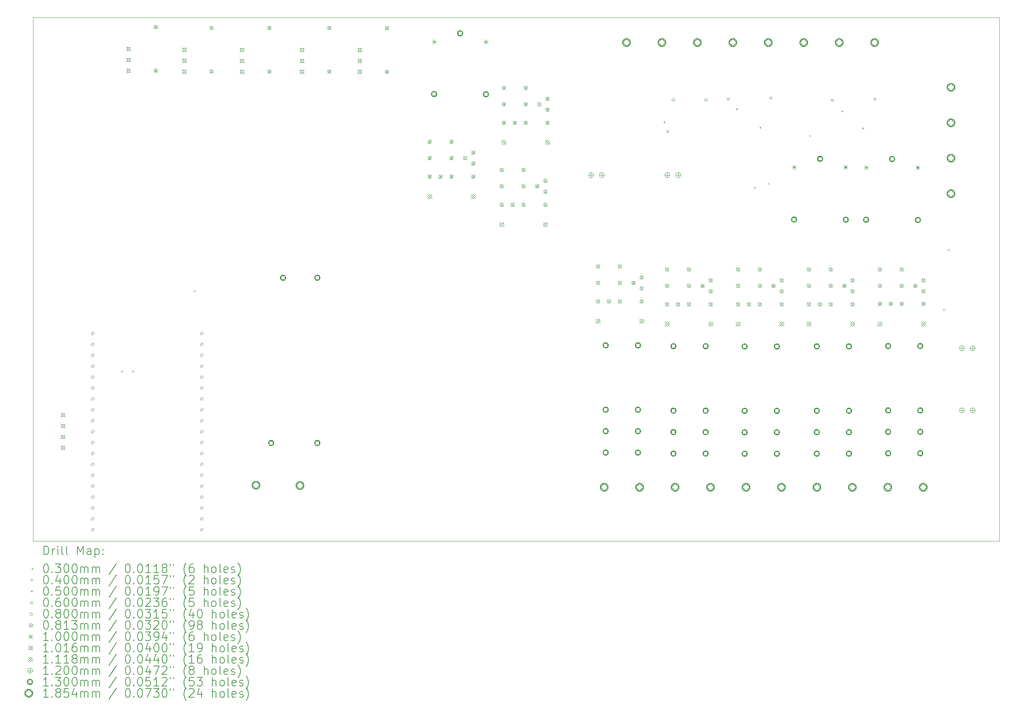
<source format=gbr>
%TF.GenerationSoftware,KiCad,Pcbnew,7.0.5*%
%TF.CreationDate,2023-10-10T15:43:37-03:00*%
%TF.ProjectId,intex_spa_V4,696e7465-785f-4737-9061-5f56342e6b69,Marcio Ant_o*%
%TF.SameCoordinates,Original*%
%TF.FileFunction,Drillmap*%
%TF.FilePolarity,Positive*%
%FSLAX45Y45*%
G04 Gerber Fmt 4.5, Leading zero omitted, Abs format (unit mm)*
G04 Created by KiCad (PCBNEW 7.0.5) date 2023-10-10 15:43:37*
%MOMM*%
%LPD*%
G01*
G04 APERTURE LIST*
%ADD10C,0.100000*%
%ADD11C,0.200000*%
%ADD12C,0.030000*%
%ADD13C,0.040000*%
%ADD14C,0.050000*%
%ADD15C,0.060000*%
%ADD16C,0.080000*%
%ADD17C,0.081280*%
%ADD18C,0.101600*%
%ADD19C,0.111760*%
%ADD20C,0.120000*%
%ADD21C,0.130000*%
%ADD22C,0.185420*%
G04 APERTURE END LIST*
D10*
X2754000Y-3184000D02*
X2754000Y-15384000D01*
X25252912Y-3184000D02*
X25252912Y-15383982D01*
X25252912Y-3184000D02*
X2754000Y-3184000D01*
X25253870Y-15383982D02*
X2753870Y-15383982D01*
D11*
D12*
X4811000Y-11415000D02*
X4841000Y-11445000D01*
X4841000Y-11415000D02*
X4811000Y-11445000D01*
X5065000Y-11415000D02*
X5095000Y-11445000D01*
X5095000Y-11415000D02*
X5065000Y-11445000D01*
X6503129Y-9551129D02*
X6533129Y-9581129D01*
X6533129Y-9551129D02*
X6503129Y-9581129D01*
X19544120Y-7132334D02*
X19574120Y-7162334D01*
X19574120Y-7132334D02*
X19544120Y-7162334D01*
X19867465Y-7045688D02*
X19897465Y-7075688D01*
X19897465Y-7045688D02*
X19867465Y-7075688D01*
X20831641Y-5924984D02*
X20861641Y-5954984D01*
X20861641Y-5924984D02*
X20831641Y-5954984D01*
D13*
X23987407Y-10001384D02*
G75*
G03*
X23987407Y-10001384I-20000J0D01*
G01*
X24095449Y-8604755D02*
G75*
G03*
X24095449Y-8604755I-20000J0D01*
G01*
D14*
X17456184Y-5597809D02*
X17456184Y-5647809D01*
X17431184Y-5622809D02*
X17481184Y-5622809D01*
X19140020Y-5293534D02*
X19140020Y-5343534D01*
X19115020Y-5318534D02*
X19165020Y-5318534D01*
X19686120Y-5725334D02*
X19686120Y-5775334D01*
X19661120Y-5750334D02*
X19711120Y-5750334D01*
X21591120Y-5344334D02*
X21591120Y-5394334D01*
X21566120Y-5369334D02*
X21616120Y-5369334D01*
X22080350Y-5738977D02*
X22080350Y-5788977D01*
X22055350Y-5763977D02*
X22105350Y-5763977D01*
D15*
X17547213Y-5863213D02*
X17547213Y-5820787D01*
X17504787Y-5820787D01*
X17504787Y-5863213D01*
X17547213Y-5863213D01*
X18958034Y-5111148D02*
X18958034Y-5068721D01*
X18915607Y-5068721D01*
X18915607Y-5111148D01*
X18958034Y-5111148D01*
X19948634Y-5085748D02*
X19948634Y-5043321D01*
X19906207Y-5043321D01*
X19906207Y-5085748D01*
X19948634Y-5085748D01*
X21383134Y-5133798D02*
X21383134Y-5091371D01*
X21340707Y-5091371D01*
X21340707Y-5133798D01*
X21383134Y-5133798D01*
X22373734Y-5108398D02*
X22373734Y-5065971D01*
X22331307Y-5065971D01*
X22331307Y-5108398D01*
X22373734Y-5108398D01*
D16*
X4139370Y-10585654D02*
X4179370Y-10545654D01*
X4139370Y-10505654D01*
X4099370Y-10545654D01*
X4139370Y-10585654D01*
X4139370Y-10839654D02*
X4179370Y-10799654D01*
X4139370Y-10759654D01*
X4099370Y-10799654D01*
X4139370Y-10839654D01*
X4139370Y-11093654D02*
X4179370Y-11053654D01*
X4139370Y-11013654D01*
X4099370Y-11053654D01*
X4139370Y-11093654D01*
X4139370Y-11347653D02*
X4179370Y-11307653D01*
X4139370Y-11267653D01*
X4099370Y-11307653D01*
X4139370Y-11347653D01*
X4139370Y-11601653D02*
X4179370Y-11561653D01*
X4139370Y-11521653D01*
X4099370Y-11561653D01*
X4139370Y-11601653D01*
X4139370Y-11855653D02*
X4179370Y-11815653D01*
X4139370Y-11775653D01*
X4099370Y-11815653D01*
X4139370Y-11855653D01*
X4139370Y-12109653D02*
X4179370Y-12069653D01*
X4139370Y-12029653D01*
X4099370Y-12069653D01*
X4139370Y-12109653D01*
X4139370Y-12363653D02*
X4179370Y-12323653D01*
X4139370Y-12283653D01*
X4099370Y-12323653D01*
X4139370Y-12363653D01*
X4139370Y-12617653D02*
X4179370Y-12577653D01*
X4139370Y-12537653D01*
X4099370Y-12577653D01*
X4139370Y-12617653D01*
X4139370Y-12871653D02*
X4179370Y-12831653D01*
X4139370Y-12791653D01*
X4099370Y-12831653D01*
X4139370Y-12871653D01*
X4139370Y-13125653D02*
X4179370Y-13085653D01*
X4139370Y-13045653D01*
X4099370Y-13085653D01*
X4139370Y-13125653D01*
X4139370Y-13379653D02*
X4179370Y-13339653D01*
X4139370Y-13299653D01*
X4099370Y-13339653D01*
X4139370Y-13379653D01*
X4139370Y-13633653D02*
X4179370Y-13593653D01*
X4139370Y-13553653D01*
X4099370Y-13593653D01*
X4139370Y-13633653D01*
X4139370Y-13887653D02*
X4179370Y-13847653D01*
X4139370Y-13807653D01*
X4099370Y-13847653D01*
X4139370Y-13887653D01*
X4139370Y-14141653D02*
X4179370Y-14101653D01*
X4139370Y-14061653D01*
X4099370Y-14101653D01*
X4139370Y-14141653D01*
X4139370Y-14395653D02*
X4179370Y-14355653D01*
X4139370Y-14315653D01*
X4099370Y-14355653D01*
X4139370Y-14395653D01*
X4139370Y-14649653D02*
X4179370Y-14609653D01*
X4139370Y-14569653D01*
X4099370Y-14609653D01*
X4139370Y-14649653D01*
X4139370Y-14903653D02*
X4179370Y-14863653D01*
X4139370Y-14823653D01*
X4099370Y-14863653D01*
X4139370Y-14903653D01*
X4139370Y-15157653D02*
X4179370Y-15117653D01*
X4139370Y-15077653D01*
X4099370Y-15117653D01*
X4139370Y-15157653D01*
X6679370Y-10585654D02*
X6719370Y-10545654D01*
X6679370Y-10505654D01*
X6639370Y-10545654D01*
X6679370Y-10585654D01*
X6679370Y-10839654D02*
X6719370Y-10799654D01*
X6679370Y-10759654D01*
X6639370Y-10799654D01*
X6679370Y-10839654D01*
X6679370Y-11093654D02*
X6719370Y-11053654D01*
X6679370Y-11013654D01*
X6639370Y-11053654D01*
X6679370Y-11093654D01*
X6679370Y-11347653D02*
X6719370Y-11307653D01*
X6679370Y-11267653D01*
X6639370Y-11307653D01*
X6679370Y-11347653D01*
X6679370Y-11601653D02*
X6719370Y-11561653D01*
X6679370Y-11521653D01*
X6639370Y-11561653D01*
X6679370Y-11601653D01*
X6679370Y-11855653D02*
X6719370Y-11815653D01*
X6679370Y-11775653D01*
X6639370Y-11815653D01*
X6679370Y-11855653D01*
X6679370Y-12109653D02*
X6719370Y-12069653D01*
X6679370Y-12029653D01*
X6639370Y-12069653D01*
X6679370Y-12109653D01*
X6679370Y-12363653D02*
X6719370Y-12323653D01*
X6679370Y-12283653D01*
X6639370Y-12323653D01*
X6679370Y-12363653D01*
X6679370Y-12617653D02*
X6719370Y-12577653D01*
X6679370Y-12537653D01*
X6639370Y-12577653D01*
X6679370Y-12617653D01*
X6679370Y-12871653D02*
X6719370Y-12831653D01*
X6679370Y-12791653D01*
X6639370Y-12831653D01*
X6679370Y-12871653D01*
X6679370Y-13125653D02*
X6719370Y-13085653D01*
X6679370Y-13045653D01*
X6639370Y-13085653D01*
X6679370Y-13125653D01*
X6679370Y-13379653D02*
X6719370Y-13339653D01*
X6679370Y-13299653D01*
X6639370Y-13339653D01*
X6679370Y-13379653D01*
X6679370Y-13633653D02*
X6719370Y-13593653D01*
X6679370Y-13553653D01*
X6639370Y-13593653D01*
X6679370Y-13633653D01*
X6679370Y-13887653D02*
X6719370Y-13847653D01*
X6679370Y-13807653D01*
X6639370Y-13847653D01*
X6679370Y-13887653D01*
X6679370Y-14141653D02*
X6719370Y-14101653D01*
X6679370Y-14061653D01*
X6639370Y-14101653D01*
X6679370Y-14141653D01*
X6679370Y-14395653D02*
X6719370Y-14355653D01*
X6679370Y-14315653D01*
X6639370Y-14355653D01*
X6679370Y-14395653D01*
X6679370Y-14649653D02*
X6719370Y-14609653D01*
X6679370Y-14569653D01*
X6639370Y-14609653D01*
X6679370Y-14649653D01*
X6679370Y-14903653D02*
X6719370Y-14863653D01*
X6679370Y-14823653D01*
X6639370Y-14863653D01*
X6679370Y-14903653D01*
X6679370Y-15157653D02*
X6719370Y-15117653D01*
X6679370Y-15077653D01*
X6639370Y-15117653D01*
X6679370Y-15157653D01*
X17658575Y-5136313D02*
X17698575Y-5096313D01*
X17658575Y-5056313D01*
X17618575Y-5096313D01*
X17658575Y-5136313D01*
X18420575Y-5136313D02*
X18460575Y-5096313D01*
X18420575Y-5056313D01*
X18380575Y-5096313D01*
X18420575Y-5136313D01*
D17*
X5569473Y-3368906D02*
X5650753Y-3450186D01*
X5650753Y-3368906D02*
X5569473Y-3450186D01*
X5650753Y-3409546D02*
G75*
G03*
X5650753Y-3409546I-40640J0D01*
G01*
X5569473Y-4384906D02*
X5650753Y-4466186D01*
X5650753Y-4384906D02*
X5569473Y-4466186D01*
X5650753Y-4425546D02*
G75*
G03*
X5650753Y-4425546I-40640J0D01*
G01*
X6869512Y-3386240D02*
X6950792Y-3467520D01*
X6950792Y-3386240D02*
X6869512Y-3467520D01*
X6950792Y-3426880D02*
G75*
G03*
X6950792Y-3426880I-40640J0D01*
G01*
X6869512Y-4402240D02*
X6950792Y-4483520D01*
X6950792Y-4402240D02*
X6869512Y-4483520D01*
X6950792Y-4442880D02*
G75*
G03*
X6950792Y-4442880I-40640J0D01*
G01*
X8214360Y-3388360D02*
X8295640Y-3469640D01*
X8295640Y-3388360D02*
X8214360Y-3469640D01*
X8295640Y-3429000D02*
G75*
G03*
X8295640Y-3429000I-40640J0D01*
G01*
X8214360Y-4404360D02*
X8295640Y-4485640D01*
X8295640Y-4404360D02*
X8214360Y-4485640D01*
X8295640Y-4445000D02*
G75*
G03*
X8295640Y-4445000I-40640J0D01*
G01*
X9611360Y-3388360D02*
X9692640Y-3469640D01*
X9692640Y-3388360D02*
X9611360Y-3469640D01*
X9692640Y-3429000D02*
G75*
G03*
X9692640Y-3429000I-40640J0D01*
G01*
X9611360Y-4404360D02*
X9692640Y-4485640D01*
X9692640Y-4404360D02*
X9611360Y-4485640D01*
X9692640Y-4445000D02*
G75*
G03*
X9692640Y-4445000I-40640J0D01*
G01*
X10954140Y-3393192D02*
X11035420Y-3474472D01*
X11035420Y-3393192D02*
X10954140Y-3474472D01*
X11035420Y-3433832D02*
G75*
G03*
X11035420Y-3433832I-40640J0D01*
G01*
X10954140Y-4409192D02*
X11035420Y-4490472D01*
X11035420Y-4409192D02*
X10954140Y-4490472D01*
X11035420Y-4449832D02*
G75*
G03*
X11035420Y-4449832I-40640J0D01*
G01*
X11947960Y-6041124D02*
X12029240Y-6122404D01*
X12029240Y-6041124D02*
X11947960Y-6122404D01*
X12029240Y-6081764D02*
G75*
G03*
X12029240Y-6081764I-40640J0D01*
G01*
X11947960Y-6422124D02*
X12029240Y-6503404D01*
X12029240Y-6422124D02*
X11947960Y-6503404D01*
X12029240Y-6462764D02*
G75*
G03*
X12029240Y-6462764I-40640J0D01*
G01*
X11947960Y-6853924D02*
X12029240Y-6935204D01*
X12029240Y-6853924D02*
X11947960Y-6935204D01*
X12029240Y-6894564D02*
G75*
G03*
X12029240Y-6894564I-40640J0D01*
G01*
X12201960Y-6853924D02*
X12283240Y-6935204D01*
X12283240Y-6853924D02*
X12201960Y-6935204D01*
X12283240Y-6894564D02*
G75*
G03*
X12283240Y-6894564I-40640J0D01*
G01*
X12455960Y-6041124D02*
X12537240Y-6122404D01*
X12537240Y-6041124D02*
X12455960Y-6122404D01*
X12537240Y-6081764D02*
G75*
G03*
X12537240Y-6081764I-40640J0D01*
G01*
X12455960Y-6422124D02*
X12537240Y-6503404D01*
X12537240Y-6422124D02*
X12455960Y-6503404D01*
X12537240Y-6462764D02*
G75*
G03*
X12537240Y-6462764I-40640J0D01*
G01*
X12455960Y-6853924D02*
X12537240Y-6935204D01*
X12537240Y-6853924D02*
X12455960Y-6935204D01*
X12537240Y-6894564D02*
G75*
G03*
X12537240Y-6894564I-40640J0D01*
G01*
X12773460Y-6422124D02*
X12854740Y-6503404D01*
X12854740Y-6422124D02*
X12773460Y-6503404D01*
X12854740Y-6462764D02*
G75*
G03*
X12854740Y-6462764I-40640J0D01*
G01*
X12963960Y-6295124D02*
X13045240Y-6376404D01*
X13045240Y-6295124D02*
X12963960Y-6376404D01*
X13045240Y-6335764D02*
G75*
G03*
X13045240Y-6335764I-40640J0D01*
G01*
X12963960Y-6549124D02*
X13045240Y-6630404D01*
X13045240Y-6549124D02*
X12963960Y-6630404D01*
X13045240Y-6589764D02*
G75*
G03*
X13045240Y-6589764I-40640J0D01*
G01*
X12963960Y-6853924D02*
X13045240Y-6935204D01*
X13045240Y-6853924D02*
X12963960Y-6935204D01*
X13045240Y-6894564D02*
G75*
G03*
X13045240Y-6894564I-40640J0D01*
G01*
X13626351Y-6696706D02*
X13707631Y-6777986D01*
X13707631Y-6696706D02*
X13626351Y-6777986D01*
X13707631Y-6737346D02*
G75*
G03*
X13707631Y-6737346I-40640J0D01*
G01*
X13626351Y-7077706D02*
X13707631Y-7158986D01*
X13707631Y-7077706D02*
X13626351Y-7158986D01*
X13707631Y-7118346D02*
G75*
G03*
X13707631Y-7118346I-40640J0D01*
G01*
X13626351Y-7509506D02*
X13707631Y-7590786D01*
X13707631Y-7509506D02*
X13626351Y-7590786D01*
X13707631Y-7550146D02*
G75*
G03*
X13707631Y-7550146I-40640J0D01*
G01*
X13675360Y-4785360D02*
X13756640Y-4866640D01*
X13756640Y-4785360D02*
X13675360Y-4866640D01*
X13756640Y-4826000D02*
G75*
G03*
X13756640Y-4826000I-40640J0D01*
G01*
X13675360Y-5166360D02*
X13756640Y-5247640D01*
X13756640Y-5166360D02*
X13675360Y-5247640D01*
X13756640Y-5207000D02*
G75*
G03*
X13756640Y-5207000I-40640J0D01*
G01*
X13675360Y-5598160D02*
X13756640Y-5679440D01*
X13756640Y-5598160D02*
X13675360Y-5679440D01*
X13756640Y-5638800D02*
G75*
G03*
X13756640Y-5638800I-40640J0D01*
G01*
X13880351Y-7509506D02*
X13961631Y-7590786D01*
X13961631Y-7509506D02*
X13880351Y-7590786D01*
X13961631Y-7550146D02*
G75*
G03*
X13961631Y-7550146I-40640J0D01*
G01*
X13929360Y-5598160D02*
X14010640Y-5679440D01*
X14010640Y-5598160D02*
X13929360Y-5679440D01*
X14010640Y-5638800D02*
G75*
G03*
X14010640Y-5638800I-40640J0D01*
G01*
X14134351Y-6696706D02*
X14215631Y-6777986D01*
X14215631Y-6696706D02*
X14134351Y-6777986D01*
X14215631Y-6737346D02*
G75*
G03*
X14215631Y-6737346I-40640J0D01*
G01*
X14134351Y-7077706D02*
X14215631Y-7158986D01*
X14215631Y-7077706D02*
X14134351Y-7158986D01*
X14215631Y-7118346D02*
G75*
G03*
X14215631Y-7118346I-40640J0D01*
G01*
X14134351Y-7509506D02*
X14215631Y-7590786D01*
X14215631Y-7509506D02*
X14134351Y-7590786D01*
X14215631Y-7550146D02*
G75*
G03*
X14215631Y-7550146I-40640J0D01*
G01*
X14183360Y-4785360D02*
X14264640Y-4866640D01*
X14264640Y-4785360D02*
X14183360Y-4866640D01*
X14264640Y-4826000D02*
G75*
G03*
X14264640Y-4826000I-40640J0D01*
G01*
X14183360Y-5166360D02*
X14264640Y-5247640D01*
X14264640Y-5166360D02*
X14183360Y-5247640D01*
X14264640Y-5207000D02*
G75*
G03*
X14264640Y-5207000I-40640J0D01*
G01*
X14183360Y-5598160D02*
X14264640Y-5679440D01*
X14264640Y-5598160D02*
X14183360Y-5679440D01*
X14264640Y-5638800D02*
G75*
G03*
X14264640Y-5638800I-40640J0D01*
G01*
X14451851Y-7077706D02*
X14533131Y-7158986D01*
X14533131Y-7077706D02*
X14451851Y-7158986D01*
X14533131Y-7118346D02*
G75*
G03*
X14533131Y-7118346I-40640J0D01*
G01*
X14500860Y-5166360D02*
X14582140Y-5247640D01*
X14582140Y-5166360D02*
X14500860Y-5247640D01*
X14582140Y-5207000D02*
G75*
G03*
X14582140Y-5207000I-40640J0D01*
G01*
X14642351Y-6950706D02*
X14723631Y-7031986D01*
X14723631Y-6950706D02*
X14642351Y-7031986D01*
X14723631Y-6991346D02*
G75*
G03*
X14723631Y-6991346I-40640J0D01*
G01*
X14642351Y-7204706D02*
X14723631Y-7285986D01*
X14723631Y-7204706D02*
X14642351Y-7285986D01*
X14723631Y-7245346D02*
G75*
G03*
X14723631Y-7245346I-40640J0D01*
G01*
X14642351Y-7509506D02*
X14723631Y-7590786D01*
X14723631Y-7509506D02*
X14642351Y-7590786D01*
X14723631Y-7550146D02*
G75*
G03*
X14723631Y-7550146I-40640J0D01*
G01*
X14691360Y-5039360D02*
X14772640Y-5120640D01*
X14772640Y-5039360D02*
X14691360Y-5120640D01*
X14772640Y-5080000D02*
G75*
G03*
X14772640Y-5080000I-40640J0D01*
G01*
X14691360Y-5293360D02*
X14772640Y-5374640D01*
X14772640Y-5293360D02*
X14691360Y-5374640D01*
X14772640Y-5334000D02*
G75*
G03*
X14772640Y-5334000I-40640J0D01*
G01*
X14691360Y-5598160D02*
X14772640Y-5679440D01*
X14772640Y-5598160D02*
X14691360Y-5679440D01*
X14772640Y-5638800D02*
G75*
G03*
X14772640Y-5638800I-40640J0D01*
G01*
X15867993Y-8947125D02*
X15949273Y-9028405D01*
X15949273Y-8947125D02*
X15867993Y-9028405D01*
X15949273Y-8987765D02*
G75*
G03*
X15949273Y-8987765I-40640J0D01*
G01*
X15867993Y-9328125D02*
X15949273Y-9409405D01*
X15949273Y-9328125D02*
X15867993Y-9409405D01*
X15949273Y-9368765D02*
G75*
G03*
X15949273Y-9368765I-40640J0D01*
G01*
X15867993Y-9759925D02*
X15949273Y-9841205D01*
X15949273Y-9759925D02*
X15867993Y-9841205D01*
X15949273Y-9800565D02*
G75*
G03*
X15949273Y-9800565I-40640J0D01*
G01*
X16121993Y-9759925D02*
X16203273Y-9841205D01*
X16203273Y-9759925D02*
X16121993Y-9841205D01*
X16203273Y-9800565D02*
G75*
G03*
X16203273Y-9800565I-40640J0D01*
G01*
X16375993Y-8947125D02*
X16457273Y-9028405D01*
X16457273Y-8947125D02*
X16375993Y-9028405D01*
X16457273Y-8987765D02*
G75*
G03*
X16457273Y-8987765I-40640J0D01*
G01*
X16375993Y-9328125D02*
X16457273Y-9409405D01*
X16457273Y-9328125D02*
X16375993Y-9409405D01*
X16457273Y-9368765D02*
G75*
G03*
X16457273Y-9368765I-40640J0D01*
G01*
X16375993Y-9759925D02*
X16457273Y-9841205D01*
X16457273Y-9759925D02*
X16375993Y-9841205D01*
X16457273Y-9800565D02*
G75*
G03*
X16457273Y-9800565I-40640J0D01*
G01*
X16693493Y-9328125D02*
X16774773Y-9409405D01*
X16774773Y-9328125D02*
X16693493Y-9409405D01*
X16774773Y-9368765D02*
G75*
G03*
X16774773Y-9368765I-40640J0D01*
G01*
X16883993Y-9201125D02*
X16965273Y-9282405D01*
X16965273Y-9201125D02*
X16883993Y-9282405D01*
X16965273Y-9241765D02*
G75*
G03*
X16965273Y-9241765I-40640J0D01*
G01*
X16883993Y-9455125D02*
X16965273Y-9536405D01*
X16965273Y-9455125D02*
X16883993Y-9536405D01*
X16965273Y-9495765D02*
G75*
G03*
X16965273Y-9495765I-40640J0D01*
G01*
X16883993Y-9759925D02*
X16965273Y-9841205D01*
X16965273Y-9759925D02*
X16883993Y-9841205D01*
X16965273Y-9800565D02*
G75*
G03*
X16965273Y-9800565I-40640J0D01*
G01*
X17476348Y-9015369D02*
X17557628Y-9096649D01*
X17557628Y-9015369D02*
X17476348Y-9096649D01*
X17557628Y-9056009D02*
G75*
G03*
X17557628Y-9056009I-40640J0D01*
G01*
X17476348Y-9396369D02*
X17557628Y-9477649D01*
X17557628Y-9396369D02*
X17476348Y-9477649D01*
X17557628Y-9437009D02*
G75*
G03*
X17557628Y-9437009I-40640J0D01*
G01*
X17476348Y-9828169D02*
X17557628Y-9909449D01*
X17557628Y-9828169D02*
X17476348Y-9909449D01*
X17557628Y-9868809D02*
G75*
G03*
X17557628Y-9868809I-40640J0D01*
G01*
X17730348Y-9828169D02*
X17811628Y-9909449D01*
X17811628Y-9828169D02*
X17730348Y-9909449D01*
X17811628Y-9868809D02*
G75*
G03*
X17811628Y-9868809I-40640J0D01*
G01*
X17984348Y-9015369D02*
X18065628Y-9096649D01*
X18065628Y-9015369D02*
X17984348Y-9096649D01*
X18065628Y-9056009D02*
G75*
G03*
X18065628Y-9056009I-40640J0D01*
G01*
X17984348Y-9396369D02*
X18065628Y-9477649D01*
X18065628Y-9396369D02*
X17984348Y-9477649D01*
X18065628Y-9437009D02*
G75*
G03*
X18065628Y-9437009I-40640J0D01*
G01*
X17984348Y-9828169D02*
X18065628Y-9909449D01*
X18065628Y-9828169D02*
X17984348Y-9909449D01*
X18065628Y-9868809D02*
G75*
G03*
X18065628Y-9868809I-40640J0D01*
G01*
X18301848Y-9396369D02*
X18383128Y-9477649D01*
X18383128Y-9396369D02*
X18301848Y-9477649D01*
X18383128Y-9437009D02*
G75*
G03*
X18383128Y-9437009I-40640J0D01*
G01*
X18492348Y-9269369D02*
X18573628Y-9350649D01*
X18573628Y-9269369D02*
X18492348Y-9350649D01*
X18573628Y-9310009D02*
G75*
G03*
X18573628Y-9310009I-40640J0D01*
G01*
X18492348Y-9523369D02*
X18573628Y-9604649D01*
X18573628Y-9523369D02*
X18492348Y-9604649D01*
X18573628Y-9564009D02*
G75*
G03*
X18573628Y-9564009I-40640J0D01*
G01*
X18492348Y-9828169D02*
X18573628Y-9909449D01*
X18573628Y-9828169D02*
X18492348Y-9909449D01*
X18573628Y-9868809D02*
G75*
G03*
X18573628Y-9868809I-40640J0D01*
G01*
X19127348Y-9015369D02*
X19208628Y-9096649D01*
X19208628Y-9015369D02*
X19127348Y-9096649D01*
X19208628Y-9056009D02*
G75*
G03*
X19208628Y-9056009I-40640J0D01*
G01*
X19127348Y-9396369D02*
X19208628Y-9477649D01*
X19208628Y-9396369D02*
X19127348Y-9477649D01*
X19208628Y-9437009D02*
G75*
G03*
X19208628Y-9437009I-40640J0D01*
G01*
X19127348Y-9828169D02*
X19208628Y-9909449D01*
X19208628Y-9828169D02*
X19127348Y-9909449D01*
X19208628Y-9868809D02*
G75*
G03*
X19208628Y-9868809I-40640J0D01*
G01*
X19381348Y-9828169D02*
X19462628Y-9909449D01*
X19462628Y-9828169D02*
X19381348Y-9909449D01*
X19462628Y-9868809D02*
G75*
G03*
X19462628Y-9868809I-40640J0D01*
G01*
X19635348Y-9015369D02*
X19716628Y-9096649D01*
X19716628Y-9015369D02*
X19635348Y-9096649D01*
X19716628Y-9056009D02*
G75*
G03*
X19716628Y-9056009I-40640J0D01*
G01*
X19635348Y-9396369D02*
X19716628Y-9477649D01*
X19716628Y-9396369D02*
X19635348Y-9477649D01*
X19716628Y-9437009D02*
G75*
G03*
X19716628Y-9437009I-40640J0D01*
G01*
X19635348Y-9828169D02*
X19716628Y-9909449D01*
X19716628Y-9828169D02*
X19635348Y-9909449D01*
X19716628Y-9868809D02*
G75*
G03*
X19716628Y-9868809I-40640J0D01*
G01*
X19952848Y-9396369D02*
X20034128Y-9477649D01*
X20034128Y-9396369D02*
X19952848Y-9477649D01*
X20034128Y-9437009D02*
G75*
G03*
X20034128Y-9437009I-40640J0D01*
G01*
X20143348Y-9269369D02*
X20224628Y-9350649D01*
X20224628Y-9269369D02*
X20143348Y-9350649D01*
X20224628Y-9310009D02*
G75*
G03*
X20224628Y-9310009I-40640J0D01*
G01*
X20143348Y-9523369D02*
X20224628Y-9604649D01*
X20224628Y-9523369D02*
X20143348Y-9604649D01*
X20224628Y-9564009D02*
G75*
G03*
X20224628Y-9564009I-40640J0D01*
G01*
X20143348Y-9828169D02*
X20224628Y-9909449D01*
X20224628Y-9828169D02*
X20143348Y-9909449D01*
X20224628Y-9868809D02*
G75*
G03*
X20224628Y-9868809I-40640J0D01*
G01*
X20778348Y-9015369D02*
X20859628Y-9096649D01*
X20859628Y-9015369D02*
X20778348Y-9096649D01*
X20859628Y-9056009D02*
G75*
G03*
X20859628Y-9056009I-40640J0D01*
G01*
X20778348Y-9396369D02*
X20859628Y-9477649D01*
X20859628Y-9396369D02*
X20778348Y-9477649D01*
X20859628Y-9437009D02*
G75*
G03*
X20859628Y-9437009I-40640J0D01*
G01*
X20778348Y-9828169D02*
X20859628Y-9909449D01*
X20859628Y-9828169D02*
X20778348Y-9909449D01*
X20859628Y-9868809D02*
G75*
G03*
X20859628Y-9868809I-40640J0D01*
G01*
X21032348Y-9828169D02*
X21113628Y-9909449D01*
X21113628Y-9828169D02*
X21032348Y-9909449D01*
X21113628Y-9868809D02*
G75*
G03*
X21113628Y-9868809I-40640J0D01*
G01*
X21286348Y-9015369D02*
X21367628Y-9096649D01*
X21367628Y-9015369D02*
X21286348Y-9096649D01*
X21367628Y-9056009D02*
G75*
G03*
X21367628Y-9056009I-40640J0D01*
G01*
X21286348Y-9396369D02*
X21367628Y-9477649D01*
X21367628Y-9396369D02*
X21286348Y-9477649D01*
X21367628Y-9437009D02*
G75*
G03*
X21367628Y-9437009I-40640J0D01*
G01*
X21286348Y-9828169D02*
X21367628Y-9909449D01*
X21367628Y-9828169D02*
X21286348Y-9909449D01*
X21367628Y-9868809D02*
G75*
G03*
X21367628Y-9868809I-40640J0D01*
G01*
X21603848Y-9396369D02*
X21685128Y-9477649D01*
X21685128Y-9396369D02*
X21603848Y-9477649D01*
X21685128Y-9437009D02*
G75*
G03*
X21685128Y-9437009I-40640J0D01*
G01*
X21794348Y-9269369D02*
X21875628Y-9350649D01*
X21875628Y-9269369D02*
X21794348Y-9350649D01*
X21875628Y-9310009D02*
G75*
G03*
X21875628Y-9310009I-40640J0D01*
G01*
X21794348Y-9523369D02*
X21875628Y-9604649D01*
X21875628Y-9523369D02*
X21794348Y-9604649D01*
X21875628Y-9564009D02*
G75*
G03*
X21875628Y-9564009I-40640J0D01*
G01*
X21794348Y-9828169D02*
X21875628Y-9909449D01*
X21875628Y-9828169D02*
X21794348Y-9909449D01*
X21875628Y-9868809D02*
G75*
G03*
X21875628Y-9868809I-40640J0D01*
G01*
X22429348Y-9015369D02*
X22510628Y-9096649D01*
X22510628Y-9015369D02*
X22429348Y-9096649D01*
X22510628Y-9056009D02*
G75*
G03*
X22510628Y-9056009I-40640J0D01*
G01*
X22429348Y-9396369D02*
X22510628Y-9477649D01*
X22510628Y-9396369D02*
X22429348Y-9477649D01*
X22510628Y-9437009D02*
G75*
G03*
X22510628Y-9437009I-40640J0D01*
G01*
X22429348Y-9815469D02*
X22510628Y-9896749D01*
X22510628Y-9815469D02*
X22429348Y-9896749D01*
X22510628Y-9856109D02*
G75*
G03*
X22510628Y-9856109I-40640J0D01*
G01*
X22683348Y-9815469D02*
X22764628Y-9896749D01*
X22764628Y-9815469D02*
X22683348Y-9896749D01*
X22764628Y-9856109D02*
G75*
G03*
X22764628Y-9856109I-40640J0D01*
G01*
X22937348Y-9015369D02*
X23018628Y-9096649D01*
X23018628Y-9015369D02*
X22937348Y-9096649D01*
X23018628Y-9056009D02*
G75*
G03*
X23018628Y-9056009I-40640J0D01*
G01*
X22937348Y-9396369D02*
X23018628Y-9477649D01*
X23018628Y-9396369D02*
X22937348Y-9477649D01*
X23018628Y-9437009D02*
G75*
G03*
X23018628Y-9437009I-40640J0D01*
G01*
X22937348Y-9815469D02*
X23018628Y-9896749D01*
X23018628Y-9815469D02*
X22937348Y-9896749D01*
X23018628Y-9856109D02*
G75*
G03*
X23018628Y-9856109I-40640J0D01*
G01*
X23254848Y-9396369D02*
X23336128Y-9477649D01*
X23336128Y-9396369D02*
X23254848Y-9477649D01*
X23336128Y-9437009D02*
G75*
G03*
X23336128Y-9437009I-40640J0D01*
G01*
X23445348Y-9269369D02*
X23526628Y-9350649D01*
X23526628Y-9269369D02*
X23445348Y-9350649D01*
X23526628Y-9310009D02*
G75*
G03*
X23526628Y-9310009I-40640J0D01*
G01*
X23445348Y-9523369D02*
X23526628Y-9604649D01*
X23526628Y-9523369D02*
X23445348Y-9604649D01*
X23526628Y-9564009D02*
G75*
G03*
X23526628Y-9564009I-40640J0D01*
G01*
X23445348Y-9815469D02*
X23526628Y-9896749D01*
X23526628Y-9815469D02*
X23445348Y-9896749D01*
X23526628Y-9856109D02*
G75*
G03*
X23526628Y-9856109I-40640J0D01*
G01*
D10*
X12045000Y-3701000D02*
X12145000Y-3801000D01*
X12145000Y-3701000D02*
X12045000Y-3801000D01*
X12095000Y-3701000D02*
X12095000Y-3801000D01*
X12045000Y-3751000D02*
X12145000Y-3751000D01*
X13245000Y-3701000D02*
X13345000Y-3801000D01*
X13345000Y-3701000D02*
X13245000Y-3801000D01*
X13295000Y-3701000D02*
X13295000Y-3801000D01*
X13245000Y-3751000D02*
X13345000Y-3751000D01*
X20425539Y-6623466D02*
X20525539Y-6723466D01*
X20525539Y-6623466D02*
X20425539Y-6723466D01*
X20475539Y-6623466D02*
X20475539Y-6723466D01*
X20425539Y-6673466D02*
X20525539Y-6673466D01*
X21625539Y-6623466D02*
X21725539Y-6723466D01*
X21725539Y-6623466D02*
X21625539Y-6723466D01*
X21675539Y-6623466D02*
X21675539Y-6723466D01*
X21625539Y-6673466D02*
X21725539Y-6673466D01*
X22102658Y-6629266D02*
X22202658Y-6729266D01*
X22202658Y-6629266D02*
X22102658Y-6729266D01*
X22152658Y-6629266D02*
X22152658Y-6729266D01*
X22102658Y-6679266D02*
X22202658Y-6679266D01*
X23302658Y-6629266D02*
X23402658Y-6729266D01*
X23402658Y-6629266D02*
X23302658Y-6729266D01*
X23352658Y-6629266D02*
X23352658Y-6729266D01*
X23302658Y-6679266D02*
X23402658Y-6679266D01*
D18*
X3399218Y-12395200D02*
X3500818Y-12496800D01*
X3500818Y-12395200D02*
X3399218Y-12496800D01*
X3485939Y-12481921D02*
X3485939Y-12410079D01*
X3414096Y-12410079D01*
X3414096Y-12481921D01*
X3485939Y-12481921D01*
X3399218Y-12649200D02*
X3500818Y-12750800D01*
X3500818Y-12649200D02*
X3399218Y-12750800D01*
X3485939Y-12735921D02*
X3485939Y-12664079D01*
X3414096Y-12664079D01*
X3414096Y-12735921D01*
X3485939Y-12735921D01*
X3399218Y-12903200D02*
X3500818Y-13004800D01*
X3500818Y-12903200D02*
X3399218Y-13004800D01*
X3485939Y-12989921D02*
X3485939Y-12918079D01*
X3414096Y-12918079D01*
X3414096Y-12989921D01*
X3485939Y-12989921D01*
X3399218Y-13157200D02*
X3500818Y-13258800D01*
X3500818Y-13157200D02*
X3399218Y-13258800D01*
X3485939Y-13243921D02*
X3485939Y-13172079D01*
X3414096Y-13172079D01*
X3414096Y-13243921D01*
X3485939Y-13243921D01*
X4924313Y-3866746D02*
X5025913Y-3968346D01*
X5025913Y-3866746D02*
X4924313Y-3968346D01*
X5011034Y-3953468D02*
X5011034Y-3881625D01*
X4939191Y-3881625D01*
X4939191Y-3953468D01*
X5011034Y-3953468D01*
X4924313Y-4120746D02*
X5025913Y-4222346D01*
X5025913Y-4120746D02*
X4924313Y-4222346D01*
X5011034Y-4207468D02*
X5011034Y-4135625D01*
X4939191Y-4135625D01*
X4939191Y-4207468D01*
X5011034Y-4207468D01*
X4924313Y-4374746D02*
X5025913Y-4476346D01*
X5025913Y-4374746D02*
X4924313Y-4476346D01*
X5011034Y-4461468D02*
X5011034Y-4389625D01*
X4939191Y-4389625D01*
X4939191Y-4461468D01*
X5011034Y-4461468D01*
X6224352Y-3884080D02*
X6325952Y-3985680D01*
X6325952Y-3884080D02*
X6224352Y-3985680D01*
X6311074Y-3970802D02*
X6311074Y-3898959D01*
X6239231Y-3898959D01*
X6239231Y-3970802D01*
X6311074Y-3970802D01*
X6224352Y-4138080D02*
X6325952Y-4239680D01*
X6325952Y-4138080D02*
X6224352Y-4239680D01*
X6311074Y-4224802D02*
X6311074Y-4152959D01*
X6239231Y-4152959D01*
X6239231Y-4224802D01*
X6311074Y-4224802D01*
X6224352Y-4392080D02*
X6325952Y-4493680D01*
X6325952Y-4392080D02*
X6224352Y-4493680D01*
X6311074Y-4478802D02*
X6311074Y-4406959D01*
X6239231Y-4406959D01*
X6239231Y-4478802D01*
X6311074Y-4478802D01*
X7569200Y-3886200D02*
X7670800Y-3987800D01*
X7670800Y-3886200D02*
X7569200Y-3987800D01*
X7655921Y-3972921D02*
X7655921Y-3901079D01*
X7584079Y-3901079D01*
X7584079Y-3972921D01*
X7655921Y-3972921D01*
X7569200Y-4140200D02*
X7670800Y-4241800D01*
X7670800Y-4140200D02*
X7569200Y-4241800D01*
X7655921Y-4226921D02*
X7655921Y-4155079D01*
X7584079Y-4155079D01*
X7584079Y-4226921D01*
X7655921Y-4226921D01*
X7569200Y-4394200D02*
X7670800Y-4495800D01*
X7670800Y-4394200D02*
X7569200Y-4495800D01*
X7655921Y-4480921D02*
X7655921Y-4409079D01*
X7584079Y-4409079D01*
X7584079Y-4480921D01*
X7655921Y-4480921D01*
X8966200Y-3886200D02*
X9067800Y-3987800D01*
X9067800Y-3886200D02*
X8966200Y-3987800D01*
X9052921Y-3972921D02*
X9052921Y-3901079D01*
X8981079Y-3901079D01*
X8981079Y-3972921D01*
X9052921Y-3972921D01*
X8966200Y-4140200D02*
X9067800Y-4241800D01*
X9067800Y-4140200D02*
X8966200Y-4241800D01*
X9052921Y-4226921D02*
X9052921Y-4155079D01*
X8981079Y-4155079D01*
X8981079Y-4226921D01*
X9052921Y-4226921D01*
X8966200Y-4394200D02*
X9067800Y-4495800D01*
X9067800Y-4394200D02*
X8966200Y-4495800D01*
X9052921Y-4480921D02*
X9052921Y-4409079D01*
X8981079Y-4409079D01*
X8981079Y-4480921D01*
X9052921Y-4480921D01*
X10308980Y-3891032D02*
X10410580Y-3992632D01*
X10410580Y-3891032D02*
X10308980Y-3992632D01*
X10395701Y-3977754D02*
X10395701Y-3905911D01*
X10323859Y-3905911D01*
X10323859Y-3977754D01*
X10395701Y-3977754D01*
X10308980Y-4145032D02*
X10410580Y-4246632D01*
X10410580Y-4145032D02*
X10308980Y-4246632D01*
X10395701Y-4231754D02*
X10395701Y-4159911D01*
X10323859Y-4159911D01*
X10323859Y-4231754D01*
X10395701Y-4231754D01*
X10308980Y-4399032D02*
X10410580Y-4500632D01*
X10410580Y-4399032D02*
X10308980Y-4500632D01*
X10395701Y-4485754D02*
X10395701Y-4413911D01*
X10323859Y-4413911D01*
X10323859Y-4485754D01*
X10395701Y-4485754D01*
D19*
X11932720Y-7295884D02*
X12044480Y-7407644D01*
X12044480Y-7295884D02*
X11932720Y-7407644D01*
X11988600Y-7407644D02*
X12044480Y-7351764D01*
X11988600Y-7295884D01*
X11932720Y-7351764D01*
X11988600Y-7407644D01*
X12948720Y-7295884D02*
X13060480Y-7407644D01*
X13060480Y-7295884D02*
X12948720Y-7407644D01*
X13004600Y-7407644D02*
X13060480Y-7351764D01*
X13004600Y-7295884D01*
X12948720Y-7351764D01*
X13004600Y-7407644D01*
X13611111Y-7951466D02*
X13722871Y-8063226D01*
X13722871Y-7951466D02*
X13611111Y-8063226D01*
X13666991Y-8063226D02*
X13722871Y-8007346D01*
X13666991Y-7951466D01*
X13611111Y-8007346D01*
X13666991Y-8063226D01*
X13660120Y-6040120D02*
X13771880Y-6151880D01*
X13771880Y-6040120D02*
X13660120Y-6151880D01*
X13716000Y-6151880D02*
X13771880Y-6096000D01*
X13716000Y-6040120D01*
X13660120Y-6096000D01*
X13716000Y-6151880D01*
X14627111Y-7951466D02*
X14738871Y-8063226D01*
X14738871Y-7951466D02*
X14627111Y-8063226D01*
X14682991Y-8063226D02*
X14738871Y-8007346D01*
X14682991Y-7951466D01*
X14627111Y-8007346D01*
X14682991Y-8063226D01*
X14676120Y-6040120D02*
X14787880Y-6151880D01*
X14787880Y-6040120D02*
X14676120Y-6151880D01*
X14732000Y-6151880D02*
X14787880Y-6096000D01*
X14732000Y-6040120D01*
X14676120Y-6096000D01*
X14732000Y-6151880D01*
X15852753Y-10201885D02*
X15964513Y-10313645D01*
X15964513Y-10201885D02*
X15852753Y-10313645D01*
X15908633Y-10313645D02*
X15964513Y-10257765D01*
X15908633Y-10201885D01*
X15852753Y-10257765D01*
X15908633Y-10313645D01*
X16868753Y-10201885D02*
X16980513Y-10313645D01*
X16980513Y-10201885D02*
X16868753Y-10313645D01*
X16924633Y-10313645D02*
X16980513Y-10257765D01*
X16924633Y-10201885D01*
X16868753Y-10257765D01*
X16924633Y-10313645D01*
X17461108Y-10270129D02*
X17572868Y-10381889D01*
X17572868Y-10270129D02*
X17461108Y-10381889D01*
X17516988Y-10381889D02*
X17572868Y-10326009D01*
X17516988Y-10270129D01*
X17461108Y-10326009D01*
X17516988Y-10381889D01*
X18477108Y-10270129D02*
X18588868Y-10381889D01*
X18588868Y-10270129D02*
X18477108Y-10381889D01*
X18532988Y-10381889D02*
X18588868Y-10326009D01*
X18532988Y-10270129D01*
X18477108Y-10326009D01*
X18532988Y-10381889D01*
X19112108Y-10270129D02*
X19223868Y-10381889D01*
X19223868Y-10270129D02*
X19112108Y-10381889D01*
X19167988Y-10381889D02*
X19223868Y-10326009D01*
X19167988Y-10270129D01*
X19112108Y-10326009D01*
X19167988Y-10381889D01*
X20128108Y-10270129D02*
X20239868Y-10381889D01*
X20239868Y-10270129D02*
X20128108Y-10381889D01*
X20183988Y-10381889D02*
X20239868Y-10326009D01*
X20183988Y-10270129D01*
X20128108Y-10326009D01*
X20183988Y-10381889D01*
X20763108Y-10270129D02*
X20874868Y-10381889D01*
X20874868Y-10270129D02*
X20763108Y-10381889D01*
X20818988Y-10381889D02*
X20874868Y-10326009D01*
X20818988Y-10270129D01*
X20763108Y-10326009D01*
X20818988Y-10381889D01*
X21779108Y-10270129D02*
X21890868Y-10381889D01*
X21890868Y-10270129D02*
X21779108Y-10381889D01*
X21834988Y-10381889D02*
X21890868Y-10326009D01*
X21834988Y-10270129D01*
X21779108Y-10326009D01*
X21834988Y-10381889D01*
X22414108Y-10270129D02*
X22525868Y-10381889D01*
X22525868Y-10270129D02*
X22414108Y-10381889D01*
X22469988Y-10381889D02*
X22525868Y-10326009D01*
X22469988Y-10270129D01*
X22414108Y-10326009D01*
X22469988Y-10381889D01*
X23430108Y-10270129D02*
X23541868Y-10381889D01*
X23541868Y-10270129D02*
X23430108Y-10381889D01*
X23485988Y-10381889D02*
X23541868Y-10326009D01*
X23485988Y-10270129D01*
X23430108Y-10326009D01*
X23485988Y-10381889D01*
D20*
X15748000Y-6798000D02*
X15748000Y-6918000D01*
X15688000Y-6858000D02*
X15808000Y-6858000D01*
X15808000Y-6858000D02*
G75*
G03*
X15808000Y-6858000I-60000J0D01*
G01*
X15998000Y-6798000D02*
X15998000Y-6918000D01*
X15938000Y-6858000D02*
X16058000Y-6858000D01*
X16058000Y-6858000D02*
G75*
G03*
X16058000Y-6858000I-60000J0D01*
G01*
X17526000Y-6798000D02*
X17526000Y-6918000D01*
X17466000Y-6858000D02*
X17586000Y-6858000D01*
X17586000Y-6858000D02*
G75*
G03*
X17586000Y-6858000I-60000J0D01*
G01*
X17776000Y-6798000D02*
X17776000Y-6918000D01*
X17716000Y-6858000D02*
X17836000Y-6858000D01*
X17836000Y-6858000D02*
G75*
G03*
X17836000Y-6858000I-60000J0D01*
G01*
X24384000Y-10832853D02*
X24384000Y-10952853D01*
X24324000Y-10892853D02*
X24444000Y-10892853D01*
X24444000Y-10892853D02*
G75*
G03*
X24444000Y-10892853I-60000J0D01*
G01*
X24384000Y-12279972D02*
X24384000Y-12399972D01*
X24324000Y-12339972D02*
X24444000Y-12339972D01*
X24444000Y-12339972D02*
G75*
G03*
X24444000Y-12339972I-60000J0D01*
G01*
X24634000Y-10832853D02*
X24634000Y-10952853D01*
X24574000Y-10892853D02*
X24694000Y-10892853D01*
X24694000Y-10892853D02*
G75*
G03*
X24694000Y-10892853I-60000J0D01*
G01*
X24634000Y-12279972D02*
X24634000Y-12399972D01*
X24574000Y-12339972D02*
X24694000Y-12339972D01*
X24694000Y-12339972D02*
G75*
G03*
X24694000Y-12339972I-60000J0D01*
G01*
D21*
X8347177Y-13146927D02*
X8347177Y-13055003D01*
X8255253Y-13055003D01*
X8255253Y-13146927D01*
X8347177Y-13146927D01*
X8366215Y-13100965D02*
G75*
G03*
X8366215Y-13100965I-65000J0D01*
G01*
X8622177Y-9296927D02*
X8622177Y-9205003D01*
X8530253Y-9205003D01*
X8530253Y-9296927D01*
X8622177Y-9296927D01*
X8641215Y-9250965D02*
G75*
G03*
X8641215Y-9250965I-65000J0D01*
G01*
X9422177Y-9296927D02*
X9422177Y-9205003D01*
X9330253Y-9205003D01*
X9330253Y-9296927D01*
X9422177Y-9296927D01*
X9441215Y-9250965D02*
G75*
G03*
X9441215Y-9250965I-65000J0D01*
G01*
X9422177Y-13146927D02*
X9422177Y-13055003D01*
X9330253Y-13055003D01*
X9330253Y-13146927D01*
X9422177Y-13146927D01*
X9441215Y-13100965D02*
G75*
G03*
X9441215Y-13100965I-65000J0D01*
G01*
X12140962Y-5016962D02*
X12140962Y-4925038D01*
X12049038Y-4925038D01*
X12049038Y-5016962D01*
X12140962Y-5016962D01*
X12160000Y-4971000D02*
G75*
G03*
X12160000Y-4971000I-65000J0D01*
G01*
X12745962Y-3601962D02*
X12745962Y-3510038D01*
X12654038Y-3510038D01*
X12654038Y-3601962D01*
X12745962Y-3601962D01*
X12765000Y-3556000D02*
G75*
G03*
X12765000Y-3556000I-65000J0D01*
G01*
X13345962Y-5021962D02*
X13345962Y-4930038D01*
X13254038Y-4930038D01*
X13254038Y-5021962D01*
X13345962Y-5021962D01*
X13365000Y-4976000D02*
G75*
G03*
X13365000Y-4976000I-65000J0D01*
G01*
X16136123Y-10870289D02*
X16136123Y-10778364D01*
X16044198Y-10778364D01*
X16044198Y-10870289D01*
X16136123Y-10870289D01*
X16155161Y-10824326D02*
G75*
G03*
X16155161Y-10824326I-65000J0D01*
G01*
X16136123Y-12370289D02*
X16136123Y-12278364D01*
X16044198Y-12278364D01*
X16044198Y-12370289D01*
X16136123Y-12370289D01*
X16155161Y-12324326D02*
G75*
G03*
X16155161Y-12324326I-65000J0D01*
G01*
X16136123Y-12870289D02*
X16136123Y-12778364D01*
X16044198Y-12778364D01*
X16044198Y-12870289D01*
X16136123Y-12870289D01*
X16155161Y-12824326D02*
G75*
G03*
X16155161Y-12824326I-65000J0D01*
G01*
X16136123Y-13370289D02*
X16136123Y-13278364D01*
X16044198Y-13278364D01*
X16044198Y-13370289D01*
X16136123Y-13370289D01*
X16155161Y-13324326D02*
G75*
G03*
X16155161Y-13324326I-65000J0D01*
G01*
X16886123Y-10870289D02*
X16886123Y-10778364D01*
X16794198Y-10778364D01*
X16794198Y-10870289D01*
X16886123Y-10870289D01*
X16905161Y-10824326D02*
G75*
G03*
X16905161Y-10824326I-65000J0D01*
G01*
X16886123Y-12370289D02*
X16886123Y-12278364D01*
X16794198Y-12278364D01*
X16794198Y-12370289D01*
X16886123Y-12370289D01*
X16905161Y-12324326D02*
G75*
G03*
X16905161Y-12324326I-65000J0D01*
G01*
X16886123Y-12870289D02*
X16886123Y-12778364D01*
X16794198Y-12778364D01*
X16794198Y-12870289D01*
X16886123Y-12870289D01*
X16905161Y-12824326D02*
G75*
G03*
X16905161Y-12824326I-65000J0D01*
G01*
X16886123Y-13370289D02*
X16886123Y-13278364D01*
X16794198Y-13278364D01*
X16794198Y-13370289D01*
X16886123Y-13370289D01*
X16905161Y-13324326D02*
G75*
G03*
X16905161Y-13324326I-65000J0D01*
G01*
X17712831Y-10892918D02*
X17712831Y-10800994D01*
X17620906Y-10800994D01*
X17620906Y-10892918D01*
X17712831Y-10892918D01*
X17731868Y-10846956D02*
G75*
G03*
X17731868Y-10846956I-65000J0D01*
G01*
X17712831Y-12392918D02*
X17712831Y-12300993D01*
X17620906Y-12300993D01*
X17620906Y-12392918D01*
X17712831Y-12392918D01*
X17731868Y-12346956D02*
G75*
G03*
X17731868Y-12346956I-65000J0D01*
G01*
X17712831Y-12892918D02*
X17712831Y-12800993D01*
X17620906Y-12800993D01*
X17620906Y-12892918D01*
X17712831Y-12892918D01*
X17731868Y-12846956D02*
G75*
G03*
X17731868Y-12846956I-65000J0D01*
G01*
X17712831Y-13392918D02*
X17712831Y-13300993D01*
X17620906Y-13300993D01*
X17620906Y-13392918D01*
X17712831Y-13392918D01*
X17731868Y-13346956D02*
G75*
G03*
X17731868Y-13346956I-65000J0D01*
G01*
X18462831Y-10892918D02*
X18462831Y-10800994D01*
X18370906Y-10800994D01*
X18370906Y-10892918D01*
X18462831Y-10892918D01*
X18481868Y-10846956D02*
G75*
G03*
X18481868Y-10846956I-65000J0D01*
G01*
X18462831Y-12392918D02*
X18462831Y-12300993D01*
X18370906Y-12300993D01*
X18370906Y-12392918D01*
X18462831Y-12392918D01*
X18481868Y-12346956D02*
G75*
G03*
X18481868Y-12346956I-65000J0D01*
G01*
X18462831Y-12892918D02*
X18462831Y-12800993D01*
X18370906Y-12800993D01*
X18370906Y-12892918D01*
X18462831Y-12892918D01*
X18481868Y-12846956D02*
G75*
G03*
X18481868Y-12846956I-65000J0D01*
G01*
X18462831Y-13392918D02*
X18462831Y-13300993D01*
X18370906Y-13300993D01*
X18370906Y-13392918D01*
X18462831Y-13392918D01*
X18481868Y-13346956D02*
G75*
G03*
X18481868Y-13346956I-65000J0D01*
G01*
X19371103Y-10898696D02*
X19371103Y-10806772D01*
X19279178Y-10806772D01*
X19279178Y-10898696D01*
X19371103Y-10898696D01*
X19390141Y-10852734D02*
G75*
G03*
X19390141Y-10852734I-65000J0D01*
G01*
X19371103Y-12398696D02*
X19371103Y-12306771D01*
X19279178Y-12306771D01*
X19279178Y-12398696D01*
X19371103Y-12398696D01*
X19390141Y-12352734D02*
G75*
G03*
X19390141Y-12352734I-65000J0D01*
G01*
X19371103Y-12898696D02*
X19371103Y-12806771D01*
X19279178Y-12806771D01*
X19279178Y-12898696D01*
X19371103Y-12898696D01*
X19390141Y-12852734D02*
G75*
G03*
X19390141Y-12852734I-65000J0D01*
G01*
X19371103Y-13398696D02*
X19371103Y-13306771D01*
X19279178Y-13306771D01*
X19279178Y-13398696D01*
X19371103Y-13398696D01*
X19390141Y-13352734D02*
G75*
G03*
X19390141Y-13352734I-65000J0D01*
G01*
X20121103Y-10898696D02*
X20121103Y-10806772D01*
X20029178Y-10806772D01*
X20029178Y-10898696D01*
X20121103Y-10898696D01*
X20140141Y-10852734D02*
G75*
G03*
X20140141Y-10852734I-65000J0D01*
G01*
X20121103Y-12398696D02*
X20121103Y-12306771D01*
X20029178Y-12306771D01*
X20029178Y-12398696D01*
X20121103Y-12398696D01*
X20140141Y-12352734D02*
G75*
G03*
X20140141Y-12352734I-65000J0D01*
G01*
X20121103Y-12898696D02*
X20121103Y-12806771D01*
X20029178Y-12806771D01*
X20029178Y-12898696D01*
X20121103Y-12898696D01*
X20140141Y-12852734D02*
G75*
G03*
X20140141Y-12852734I-65000J0D01*
G01*
X20121103Y-13398696D02*
X20121103Y-13306771D01*
X20029178Y-13306771D01*
X20029178Y-13398696D01*
X20121103Y-13398696D01*
X20140141Y-13352734D02*
G75*
G03*
X20140141Y-13352734I-65000J0D01*
G01*
X20521502Y-7939428D02*
X20521502Y-7847503D01*
X20429577Y-7847503D01*
X20429577Y-7939428D01*
X20521502Y-7939428D01*
X20540539Y-7893466D02*
G75*
G03*
X20540539Y-7893466I-65000J0D01*
G01*
X21049766Y-10895272D02*
X21049766Y-10803347D01*
X20957841Y-10803347D01*
X20957841Y-10895272D01*
X21049766Y-10895272D01*
X21068804Y-10849309D02*
G75*
G03*
X21068804Y-10849309I-65000J0D01*
G01*
X21049766Y-12395272D02*
X21049766Y-12303347D01*
X20957841Y-12303347D01*
X20957841Y-12395272D01*
X21049766Y-12395272D01*
X21068804Y-12349309D02*
G75*
G03*
X21068804Y-12349309I-65000J0D01*
G01*
X21049766Y-12895272D02*
X21049766Y-12803347D01*
X20957841Y-12803347D01*
X20957841Y-12895272D01*
X21049766Y-12895272D01*
X21068804Y-12849309D02*
G75*
G03*
X21068804Y-12849309I-65000J0D01*
G01*
X21049766Y-13395272D02*
X21049766Y-13303347D01*
X20957841Y-13303347D01*
X20957841Y-13395272D01*
X21049766Y-13395272D01*
X21068804Y-13349309D02*
G75*
G03*
X21068804Y-13349309I-65000J0D01*
G01*
X21126502Y-6524428D02*
X21126502Y-6432503D01*
X21034577Y-6432503D01*
X21034577Y-6524428D01*
X21126502Y-6524428D01*
X21145539Y-6478466D02*
G75*
G03*
X21145539Y-6478466I-65000J0D01*
G01*
X21726502Y-7944428D02*
X21726502Y-7852503D01*
X21634577Y-7852503D01*
X21634577Y-7944428D01*
X21726502Y-7944428D01*
X21745539Y-7898466D02*
G75*
G03*
X21745539Y-7898466I-65000J0D01*
G01*
X21799766Y-10895272D02*
X21799766Y-10803347D01*
X21707841Y-10803347D01*
X21707841Y-10895272D01*
X21799766Y-10895272D01*
X21818804Y-10849309D02*
G75*
G03*
X21818804Y-10849309I-65000J0D01*
G01*
X21799766Y-12395272D02*
X21799766Y-12303347D01*
X21707841Y-12303347D01*
X21707841Y-12395272D01*
X21799766Y-12395272D01*
X21818804Y-12349309D02*
G75*
G03*
X21818804Y-12349309I-65000J0D01*
G01*
X21799766Y-12895272D02*
X21799766Y-12803347D01*
X21707841Y-12803347D01*
X21707841Y-12895272D01*
X21799766Y-12895272D01*
X21818804Y-12849309D02*
G75*
G03*
X21818804Y-12849309I-65000J0D01*
G01*
X21799766Y-13395272D02*
X21799766Y-13303347D01*
X21707841Y-13303347D01*
X21707841Y-13395272D01*
X21799766Y-13395272D01*
X21818804Y-13349309D02*
G75*
G03*
X21818804Y-13349309I-65000J0D01*
G01*
X22198620Y-7945228D02*
X22198620Y-7853303D01*
X22106695Y-7853303D01*
X22106695Y-7945228D01*
X22198620Y-7945228D01*
X22217658Y-7899266D02*
G75*
G03*
X22217658Y-7899266I-65000J0D01*
G01*
X22709965Y-10887568D02*
X22709965Y-10795643D01*
X22618040Y-10795643D01*
X22618040Y-10887568D01*
X22709965Y-10887568D01*
X22729002Y-10841605D02*
G75*
G03*
X22729002Y-10841605I-65000J0D01*
G01*
X22709965Y-12387568D02*
X22709965Y-12295643D01*
X22618040Y-12295643D01*
X22618040Y-12387568D01*
X22709965Y-12387568D01*
X22729002Y-12341605D02*
G75*
G03*
X22729002Y-12341605I-65000J0D01*
G01*
X22709965Y-12887568D02*
X22709965Y-12795643D01*
X22618040Y-12795643D01*
X22618040Y-12887568D01*
X22709965Y-12887568D01*
X22729002Y-12841605D02*
G75*
G03*
X22729002Y-12841605I-65000J0D01*
G01*
X22709965Y-13387568D02*
X22709965Y-13295643D01*
X22618040Y-13295643D01*
X22618040Y-13387568D01*
X22709965Y-13387568D01*
X22729002Y-13341605D02*
G75*
G03*
X22729002Y-13341605I-65000J0D01*
G01*
X22803620Y-6530228D02*
X22803620Y-6438303D01*
X22711695Y-6438303D01*
X22711695Y-6530228D01*
X22803620Y-6530228D01*
X22822658Y-6484266D02*
G75*
G03*
X22822658Y-6484266I-65000J0D01*
G01*
X23403620Y-7950228D02*
X23403620Y-7858303D01*
X23311695Y-7858303D01*
X23311695Y-7950228D01*
X23403620Y-7950228D01*
X23422658Y-7904266D02*
G75*
G03*
X23422658Y-7904266I-65000J0D01*
G01*
X23459965Y-10887568D02*
X23459965Y-10795643D01*
X23368040Y-10795643D01*
X23368040Y-10887568D01*
X23459965Y-10887568D01*
X23479002Y-10841605D02*
G75*
G03*
X23479002Y-10841605I-65000J0D01*
G01*
X23459965Y-12387568D02*
X23459965Y-12295643D01*
X23368040Y-12295643D01*
X23368040Y-12387568D01*
X23459965Y-12387568D01*
X23479002Y-12341605D02*
G75*
G03*
X23479002Y-12341605I-65000J0D01*
G01*
X23459965Y-12887568D02*
X23459965Y-12795643D01*
X23368040Y-12795643D01*
X23368040Y-12887568D01*
X23459965Y-12887568D01*
X23479002Y-12841605D02*
G75*
G03*
X23479002Y-12841605I-65000J0D01*
G01*
X23459965Y-13387568D02*
X23459965Y-13295643D01*
X23368040Y-13295643D01*
X23368040Y-13387568D01*
X23459965Y-13387568D01*
X23479002Y-13341605D02*
G75*
G03*
X23479002Y-13341605I-65000J0D01*
G01*
D22*
X7947350Y-14176976D02*
X8040060Y-14084266D01*
X7947350Y-13991556D01*
X7854640Y-14084266D01*
X7947350Y-14176976D01*
X8040060Y-14084266D02*
G75*
G03*
X8040060Y-14084266I-92710J0D01*
G01*
X8970048Y-14185643D02*
X9062758Y-14092933D01*
X8970048Y-14000223D01*
X8877338Y-14092933D01*
X8970048Y-14185643D01*
X9062758Y-14092933D02*
G75*
G03*
X9062758Y-14092933I-92710J0D01*
G01*
X16053906Y-14226319D02*
X16146616Y-14133609D01*
X16053906Y-14040899D01*
X15961196Y-14133609D01*
X16053906Y-14226319D01*
X16146616Y-14133609D02*
G75*
G03*
X16146616Y-14133609I-92710J0D01*
G01*
X16573500Y-3864001D02*
X16666210Y-3771291D01*
X16573500Y-3678581D01*
X16480790Y-3771291D01*
X16573500Y-3864001D01*
X16666210Y-3771291D02*
G75*
G03*
X16666210Y-3771291I-92710J0D01*
G01*
X16879406Y-14226319D02*
X16972116Y-14133609D01*
X16879406Y-14040899D01*
X16786696Y-14133609D01*
X16879406Y-14226319D01*
X16972116Y-14133609D02*
G75*
G03*
X16972116Y-14133609I-92710J0D01*
G01*
X17399000Y-3864001D02*
X17491710Y-3771291D01*
X17399000Y-3678581D01*
X17306290Y-3771291D01*
X17399000Y-3864001D01*
X17491710Y-3771291D02*
G75*
G03*
X17491710Y-3771291I-92710J0D01*
G01*
X17704906Y-14226319D02*
X17797616Y-14133609D01*
X17704906Y-14040899D01*
X17612196Y-14133609D01*
X17704906Y-14226319D01*
X17797616Y-14133609D02*
G75*
G03*
X17797616Y-14133609I-92710J0D01*
G01*
X18224500Y-3864001D02*
X18317210Y-3771291D01*
X18224500Y-3678581D01*
X18131790Y-3771291D01*
X18224500Y-3864001D01*
X18317210Y-3771291D02*
G75*
G03*
X18317210Y-3771291I-92710J0D01*
G01*
X18530406Y-14226319D02*
X18623116Y-14133609D01*
X18530406Y-14040899D01*
X18437696Y-14133609D01*
X18530406Y-14226319D01*
X18623116Y-14133609D02*
G75*
G03*
X18623116Y-14133609I-92710J0D01*
G01*
X19050000Y-3864001D02*
X19142710Y-3771291D01*
X19050000Y-3678581D01*
X18957290Y-3771291D01*
X19050000Y-3864001D01*
X19142710Y-3771291D02*
G75*
G03*
X19142710Y-3771291I-92710J0D01*
G01*
X19355906Y-14226319D02*
X19448616Y-14133609D01*
X19355906Y-14040899D01*
X19263196Y-14133609D01*
X19355906Y-14226319D01*
X19448616Y-14133609D02*
G75*
G03*
X19448616Y-14133609I-92710J0D01*
G01*
X19875500Y-3864001D02*
X19968210Y-3771291D01*
X19875500Y-3678581D01*
X19782790Y-3771291D01*
X19875500Y-3864001D01*
X19968210Y-3771291D02*
G75*
G03*
X19968210Y-3771291I-92710J0D01*
G01*
X20181406Y-14226319D02*
X20274116Y-14133609D01*
X20181406Y-14040899D01*
X20088696Y-14133609D01*
X20181406Y-14226319D01*
X20274116Y-14133609D02*
G75*
G03*
X20274116Y-14133609I-92710J0D01*
G01*
X20701000Y-3864001D02*
X20793710Y-3771291D01*
X20701000Y-3678581D01*
X20608290Y-3771291D01*
X20701000Y-3864001D01*
X20793710Y-3771291D02*
G75*
G03*
X20793710Y-3771291I-92710J0D01*
G01*
X21006906Y-14226319D02*
X21099616Y-14133609D01*
X21006906Y-14040899D01*
X20914196Y-14133609D01*
X21006906Y-14226319D01*
X21099616Y-14133609D02*
G75*
G03*
X21099616Y-14133609I-92710J0D01*
G01*
X21526500Y-3864001D02*
X21619210Y-3771291D01*
X21526500Y-3678581D01*
X21433790Y-3771291D01*
X21526500Y-3864001D01*
X21619210Y-3771291D02*
G75*
G03*
X21619210Y-3771291I-92710J0D01*
G01*
X21832406Y-14226319D02*
X21925116Y-14133609D01*
X21832406Y-14040899D01*
X21739696Y-14133609D01*
X21832406Y-14226319D01*
X21925116Y-14133609D02*
G75*
G03*
X21925116Y-14133609I-92710J0D01*
G01*
X22352000Y-3864001D02*
X22444710Y-3771291D01*
X22352000Y-3678581D01*
X22259290Y-3771291D01*
X22352000Y-3864001D01*
X22444710Y-3771291D02*
G75*
G03*
X22444710Y-3771291I-92710J0D01*
G01*
X22657906Y-14226319D02*
X22750616Y-14133609D01*
X22657906Y-14040899D01*
X22565196Y-14133609D01*
X22657906Y-14226319D01*
X22750616Y-14133609D02*
G75*
G03*
X22750616Y-14133609I-92710J0D01*
G01*
X23483406Y-14226319D02*
X23576116Y-14133609D01*
X23483406Y-14040899D01*
X23390696Y-14133609D01*
X23483406Y-14226319D01*
X23576116Y-14133609D02*
G75*
G03*
X23576116Y-14133609I-92710J0D01*
G01*
X24130000Y-4907210D02*
X24222710Y-4814500D01*
X24130000Y-4721790D01*
X24037290Y-4814500D01*
X24130000Y-4907210D01*
X24222710Y-4814500D02*
G75*
G03*
X24222710Y-4814500I-92710J0D01*
G01*
X24130000Y-5732710D02*
X24222710Y-5640000D01*
X24130000Y-5547290D01*
X24037290Y-5640000D01*
X24130000Y-5732710D01*
X24222710Y-5640000D02*
G75*
G03*
X24222710Y-5640000I-92710J0D01*
G01*
X24130000Y-6558210D02*
X24222710Y-6465500D01*
X24130000Y-6372790D01*
X24037290Y-6465500D01*
X24130000Y-6558210D01*
X24222710Y-6465500D02*
G75*
G03*
X24222710Y-6465500I-92710J0D01*
G01*
X24130000Y-7383710D02*
X24222710Y-7291000D01*
X24130000Y-7198290D01*
X24037290Y-7291000D01*
X24130000Y-7383710D01*
X24222710Y-7291000D02*
G75*
G03*
X24222710Y-7291000I-92710J0D01*
G01*
D11*
X3009647Y-15700484D02*
X3009647Y-15500484D01*
X3009647Y-15500484D02*
X3057266Y-15500484D01*
X3057266Y-15500484D02*
X3085838Y-15510008D01*
X3085838Y-15510008D02*
X3104885Y-15529055D01*
X3104885Y-15529055D02*
X3114409Y-15548103D01*
X3114409Y-15548103D02*
X3123933Y-15586198D01*
X3123933Y-15586198D02*
X3123933Y-15614769D01*
X3123933Y-15614769D02*
X3114409Y-15652865D01*
X3114409Y-15652865D02*
X3104885Y-15671912D01*
X3104885Y-15671912D02*
X3085838Y-15690960D01*
X3085838Y-15690960D02*
X3057266Y-15700484D01*
X3057266Y-15700484D02*
X3009647Y-15700484D01*
X3209647Y-15700484D02*
X3209647Y-15567150D01*
X3209647Y-15605246D02*
X3219171Y-15586198D01*
X3219171Y-15586198D02*
X3228695Y-15576674D01*
X3228695Y-15576674D02*
X3247742Y-15567150D01*
X3247742Y-15567150D02*
X3266790Y-15567150D01*
X3333457Y-15700484D02*
X3333457Y-15567150D01*
X3333457Y-15500484D02*
X3323933Y-15510008D01*
X3323933Y-15510008D02*
X3333457Y-15519531D01*
X3333457Y-15519531D02*
X3342980Y-15510008D01*
X3342980Y-15510008D02*
X3333457Y-15500484D01*
X3333457Y-15500484D02*
X3333457Y-15519531D01*
X3457266Y-15700484D02*
X3438219Y-15690960D01*
X3438219Y-15690960D02*
X3428695Y-15671912D01*
X3428695Y-15671912D02*
X3428695Y-15500484D01*
X3562028Y-15700484D02*
X3542980Y-15690960D01*
X3542980Y-15690960D02*
X3533457Y-15671912D01*
X3533457Y-15671912D02*
X3533457Y-15500484D01*
X3790600Y-15700484D02*
X3790600Y-15500484D01*
X3790600Y-15500484D02*
X3857266Y-15643341D01*
X3857266Y-15643341D02*
X3923933Y-15500484D01*
X3923933Y-15500484D02*
X3923933Y-15700484D01*
X4104885Y-15700484D02*
X4104885Y-15595722D01*
X4104885Y-15595722D02*
X4095361Y-15576674D01*
X4095361Y-15576674D02*
X4076314Y-15567150D01*
X4076314Y-15567150D02*
X4038219Y-15567150D01*
X4038219Y-15567150D02*
X4019171Y-15576674D01*
X4104885Y-15690960D02*
X4085838Y-15700484D01*
X4085838Y-15700484D02*
X4038219Y-15700484D01*
X4038219Y-15700484D02*
X4019171Y-15690960D01*
X4019171Y-15690960D02*
X4009647Y-15671912D01*
X4009647Y-15671912D02*
X4009647Y-15652865D01*
X4009647Y-15652865D02*
X4019171Y-15633817D01*
X4019171Y-15633817D02*
X4038219Y-15624293D01*
X4038219Y-15624293D02*
X4085838Y-15624293D01*
X4085838Y-15624293D02*
X4104885Y-15614769D01*
X4200123Y-15567150D02*
X4200123Y-15767150D01*
X4200123Y-15576674D02*
X4219171Y-15567150D01*
X4219171Y-15567150D02*
X4257266Y-15567150D01*
X4257266Y-15567150D02*
X4276314Y-15576674D01*
X4276314Y-15576674D02*
X4285838Y-15586198D01*
X4285838Y-15586198D02*
X4295362Y-15605246D01*
X4295362Y-15605246D02*
X4295362Y-15662388D01*
X4295362Y-15662388D02*
X4285838Y-15681436D01*
X4285838Y-15681436D02*
X4276314Y-15690960D01*
X4276314Y-15690960D02*
X4257266Y-15700484D01*
X4257266Y-15700484D02*
X4219171Y-15700484D01*
X4219171Y-15700484D02*
X4200123Y-15690960D01*
X4381076Y-15681436D02*
X4390600Y-15690960D01*
X4390600Y-15690960D02*
X4381076Y-15700484D01*
X4381076Y-15700484D02*
X4371552Y-15690960D01*
X4371552Y-15690960D02*
X4381076Y-15681436D01*
X4381076Y-15681436D02*
X4381076Y-15700484D01*
X4381076Y-15576674D02*
X4390600Y-15586198D01*
X4390600Y-15586198D02*
X4381076Y-15595722D01*
X4381076Y-15595722D02*
X4371552Y-15586198D01*
X4371552Y-15586198D02*
X4381076Y-15576674D01*
X4381076Y-15576674D02*
X4381076Y-15595722D01*
D12*
X2718870Y-16014000D02*
X2748870Y-16044000D01*
X2748870Y-16014000D02*
X2718870Y-16044000D01*
D11*
X3047742Y-15920484D02*
X3066790Y-15920484D01*
X3066790Y-15920484D02*
X3085838Y-15930008D01*
X3085838Y-15930008D02*
X3095361Y-15939531D01*
X3095361Y-15939531D02*
X3104885Y-15958579D01*
X3104885Y-15958579D02*
X3114409Y-15996674D01*
X3114409Y-15996674D02*
X3114409Y-16044293D01*
X3114409Y-16044293D02*
X3104885Y-16082388D01*
X3104885Y-16082388D02*
X3095361Y-16101436D01*
X3095361Y-16101436D02*
X3085838Y-16110960D01*
X3085838Y-16110960D02*
X3066790Y-16120484D01*
X3066790Y-16120484D02*
X3047742Y-16120484D01*
X3047742Y-16120484D02*
X3028695Y-16110960D01*
X3028695Y-16110960D02*
X3019171Y-16101436D01*
X3019171Y-16101436D02*
X3009647Y-16082388D01*
X3009647Y-16082388D02*
X3000123Y-16044293D01*
X3000123Y-16044293D02*
X3000123Y-15996674D01*
X3000123Y-15996674D02*
X3009647Y-15958579D01*
X3009647Y-15958579D02*
X3019171Y-15939531D01*
X3019171Y-15939531D02*
X3028695Y-15930008D01*
X3028695Y-15930008D02*
X3047742Y-15920484D01*
X3200123Y-16101436D02*
X3209647Y-16110960D01*
X3209647Y-16110960D02*
X3200123Y-16120484D01*
X3200123Y-16120484D02*
X3190600Y-16110960D01*
X3190600Y-16110960D02*
X3200123Y-16101436D01*
X3200123Y-16101436D02*
X3200123Y-16120484D01*
X3276314Y-15920484D02*
X3400123Y-15920484D01*
X3400123Y-15920484D02*
X3333457Y-15996674D01*
X3333457Y-15996674D02*
X3362028Y-15996674D01*
X3362028Y-15996674D02*
X3381076Y-16006198D01*
X3381076Y-16006198D02*
X3390600Y-16015722D01*
X3390600Y-16015722D02*
X3400123Y-16034769D01*
X3400123Y-16034769D02*
X3400123Y-16082388D01*
X3400123Y-16082388D02*
X3390600Y-16101436D01*
X3390600Y-16101436D02*
X3381076Y-16110960D01*
X3381076Y-16110960D02*
X3362028Y-16120484D01*
X3362028Y-16120484D02*
X3304885Y-16120484D01*
X3304885Y-16120484D02*
X3285838Y-16110960D01*
X3285838Y-16110960D02*
X3276314Y-16101436D01*
X3523933Y-15920484D02*
X3542981Y-15920484D01*
X3542981Y-15920484D02*
X3562028Y-15930008D01*
X3562028Y-15930008D02*
X3571552Y-15939531D01*
X3571552Y-15939531D02*
X3581076Y-15958579D01*
X3581076Y-15958579D02*
X3590600Y-15996674D01*
X3590600Y-15996674D02*
X3590600Y-16044293D01*
X3590600Y-16044293D02*
X3581076Y-16082388D01*
X3581076Y-16082388D02*
X3571552Y-16101436D01*
X3571552Y-16101436D02*
X3562028Y-16110960D01*
X3562028Y-16110960D02*
X3542981Y-16120484D01*
X3542981Y-16120484D02*
X3523933Y-16120484D01*
X3523933Y-16120484D02*
X3504885Y-16110960D01*
X3504885Y-16110960D02*
X3495361Y-16101436D01*
X3495361Y-16101436D02*
X3485838Y-16082388D01*
X3485838Y-16082388D02*
X3476314Y-16044293D01*
X3476314Y-16044293D02*
X3476314Y-15996674D01*
X3476314Y-15996674D02*
X3485838Y-15958579D01*
X3485838Y-15958579D02*
X3495361Y-15939531D01*
X3495361Y-15939531D02*
X3504885Y-15930008D01*
X3504885Y-15930008D02*
X3523933Y-15920484D01*
X3714409Y-15920484D02*
X3733457Y-15920484D01*
X3733457Y-15920484D02*
X3752504Y-15930008D01*
X3752504Y-15930008D02*
X3762028Y-15939531D01*
X3762028Y-15939531D02*
X3771552Y-15958579D01*
X3771552Y-15958579D02*
X3781076Y-15996674D01*
X3781076Y-15996674D02*
X3781076Y-16044293D01*
X3781076Y-16044293D02*
X3771552Y-16082388D01*
X3771552Y-16082388D02*
X3762028Y-16101436D01*
X3762028Y-16101436D02*
X3752504Y-16110960D01*
X3752504Y-16110960D02*
X3733457Y-16120484D01*
X3733457Y-16120484D02*
X3714409Y-16120484D01*
X3714409Y-16120484D02*
X3695361Y-16110960D01*
X3695361Y-16110960D02*
X3685838Y-16101436D01*
X3685838Y-16101436D02*
X3676314Y-16082388D01*
X3676314Y-16082388D02*
X3666790Y-16044293D01*
X3666790Y-16044293D02*
X3666790Y-15996674D01*
X3666790Y-15996674D02*
X3676314Y-15958579D01*
X3676314Y-15958579D02*
X3685838Y-15939531D01*
X3685838Y-15939531D02*
X3695361Y-15930008D01*
X3695361Y-15930008D02*
X3714409Y-15920484D01*
X3866790Y-16120484D02*
X3866790Y-15987150D01*
X3866790Y-16006198D02*
X3876314Y-15996674D01*
X3876314Y-15996674D02*
X3895361Y-15987150D01*
X3895361Y-15987150D02*
X3923933Y-15987150D01*
X3923933Y-15987150D02*
X3942981Y-15996674D01*
X3942981Y-15996674D02*
X3952504Y-16015722D01*
X3952504Y-16015722D02*
X3952504Y-16120484D01*
X3952504Y-16015722D02*
X3962028Y-15996674D01*
X3962028Y-15996674D02*
X3981076Y-15987150D01*
X3981076Y-15987150D02*
X4009647Y-15987150D01*
X4009647Y-15987150D02*
X4028695Y-15996674D01*
X4028695Y-15996674D02*
X4038219Y-16015722D01*
X4038219Y-16015722D02*
X4038219Y-16120484D01*
X4133457Y-16120484D02*
X4133457Y-15987150D01*
X4133457Y-16006198D02*
X4142981Y-15996674D01*
X4142981Y-15996674D02*
X4162028Y-15987150D01*
X4162028Y-15987150D02*
X4190600Y-15987150D01*
X4190600Y-15987150D02*
X4209647Y-15996674D01*
X4209647Y-15996674D02*
X4219171Y-16015722D01*
X4219171Y-16015722D02*
X4219171Y-16120484D01*
X4219171Y-16015722D02*
X4228695Y-15996674D01*
X4228695Y-15996674D02*
X4247743Y-15987150D01*
X4247743Y-15987150D02*
X4276314Y-15987150D01*
X4276314Y-15987150D02*
X4295362Y-15996674D01*
X4295362Y-15996674D02*
X4304885Y-16015722D01*
X4304885Y-16015722D02*
X4304885Y-16120484D01*
X4695362Y-15910960D02*
X4523933Y-16168103D01*
X4952505Y-15920484D02*
X4971552Y-15920484D01*
X4971552Y-15920484D02*
X4990600Y-15930008D01*
X4990600Y-15930008D02*
X5000124Y-15939531D01*
X5000124Y-15939531D02*
X5009647Y-15958579D01*
X5009647Y-15958579D02*
X5019171Y-15996674D01*
X5019171Y-15996674D02*
X5019171Y-16044293D01*
X5019171Y-16044293D02*
X5009647Y-16082388D01*
X5009647Y-16082388D02*
X5000124Y-16101436D01*
X5000124Y-16101436D02*
X4990600Y-16110960D01*
X4990600Y-16110960D02*
X4971552Y-16120484D01*
X4971552Y-16120484D02*
X4952505Y-16120484D01*
X4952505Y-16120484D02*
X4933457Y-16110960D01*
X4933457Y-16110960D02*
X4923933Y-16101436D01*
X4923933Y-16101436D02*
X4914409Y-16082388D01*
X4914409Y-16082388D02*
X4904886Y-16044293D01*
X4904886Y-16044293D02*
X4904886Y-15996674D01*
X4904886Y-15996674D02*
X4914409Y-15958579D01*
X4914409Y-15958579D02*
X4923933Y-15939531D01*
X4923933Y-15939531D02*
X4933457Y-15930008D01*
X4933457Y-15930008D02*
X4952505Y-15920484D01*
X5104886Y-16101436D02*
X5114409Y-16110960D01*
X5114409Y-16110960D02*
X5104886Y-16120484D01*
X5104886Y-16120484D02*
X5095362Y-16110960D01*
X5095362Y-16110960D02*
X5104886Y-16101436D01*
X5104886Y-16101436D02*
X5104886Y-16120484D01*
X5238219Y-15920484D02*
X5257267Y-15920484D01*
X5257267Y-15920484D02*
X5276314Y-15930008D01*
X5276314Y-15930008D02*
X5285838Y-15939531D01*
X5285838Y-15939531D02*
X5295362Y-15958579D01*
X5295362Y-15958579D02*
X5304886Y-15996674D01*
X5304886Y-15996674D02*
X5304886Y-16044293D01*
X5304886Y-16044293D02*
X5295362Y-16082388D01*
X5295362Y-16082388D02*
X5285838Y-16101436D01*
X5285838Y-16101436D02*
X5276314Y-16110960D01*
X5276314Y-16110960D02*
X5257267Y-16120484D01*
X5257267Y-16120484D02*
X5238219Y-16120484D01*
X5238219Y-16120484D02*
X5219171Y-16110960D01*
X5219171Y-16110960D02*
X5209647Y-16101436D01*
X5209647Y-16101436D02*
X5200124Y-16082388D01*
X5200124Y-16082388D02*
X5190600Y-16044293D01*
X5190600Y-16044293D02*
X5190600Y-15996674D01*
X5190600Y-15996674D02*
X5200124Y-15958579D01*
X5200124Y-15958579D02*
X5209647Y-15939531D01*
X5209647Y-15939531D02*
X5219171Y-15930008D01*
X5219171Y-15930008D02*
X5238219Y-15920484D01*
X5495362Y-16120484D02*
X5381076Y-16120484D01*
X5438219Y-16120484D02*
X5438219Y-15920484D01*
X5438219Y-15920484D02*
X5419171Y-15949055D01*
X5419171Y-15949055D02*
X5400124Y-15968103D01*
X5400124Y-15968103D02*
X5381076Y-15977627D01*
X5685838Y-16120484D02*
X5571552Y-16120484D01*
X5628695Y-16120484D02*
X5628695Y-15920484D01*
X5628695Y-15920484D02*
X5609647Y-15949055D01*
X5609647Y-15949055D02*
X5590600Y-15968103D01*
X5590600Y-15968103D02*
X5571552Y-15977627D01*
X5800124Y-16006198D02*
X5781076Y-15996674D01*
X5781076Y-15996674D02*
X5771552Y-15987150D01*
X5771552Y-15987150D02*
X5762028Y-15968103D01*
X5762028Y-15968103D02*
X5762028Y-15958579D01*
X5762028Y-15958579D02*
X5771552Y-15939531D01*
X5771552Y-15939531D02*
X5781076Y-15930008D01*
X5781076Y-15930008D02*
X5800124Y-15920484D01*
X5800124Y-15920484D02*
X5838219Y-15920484D01*
X5838219Y-15920484D02*
X5857266Y-15930008D01*
X5857266Y-15930008D02*
X5866790Y-15939531D01*
X5866790Y-15939531D02*
X5876314Y-15958579D01*
X5876314Y-15958579D02*
X5876314Y-15968103D01*
X5876314Y-15968103D02*
X5866790Y-15987150D01*
X5866790Y-15987150D02*
X5857266Y-15996674D01*
X5857266Y-15996674D02*
X5838219Y-16006198D01*
X5838219Y-16006198D02*
X5800124Y-16006198D01*
X5800124Y-16006198D02*
X5781076Y-16015722D01*
X5781076Y-16015722D02*
X5771552Y-16025246D01*
X5771552Y-16025246D02*
X5762028Y-16044293D01*
X5762028Y-16044293D02*
X5762028Y-16082388D01*
X5762028Y-16082388D02*
X5771552Y-16101436D01*
X5771552Y-16101436D02*
X5781076Y-16110960D01*
X5781076Y-16110960D02*
X5800124Y-16120484D01*
X5800124Y-16120484D02*
X5838219Y-16120484D01*
X5838219Y-16120484D02*
X5857266Y-16110960D01*
X5857266Y-16110960D02*
X5866790Y-16101436D01*
X5866790Y-16101436D02*
X5876314Y-16082388D01*
X5876314Y-16082388D02*
X5876314Y-16044293D01*
X5876314Y-16044293D02*
X5866790Y-16025246D01*
X5866790Y-16025246D02*
X5857266Y-16015722D01*
X5857266Y-16015722D02*
X5838219Y-16006198D01*
X5952505Y-15920484D02*
X5952505Y-15958579D01*
X6028695Y-15920484D02*
X6028695Y-15958579D01*
X6323933Y-16196674D02*
X6314409Y-16187150D01*
X6314409Y-16187150D02*
X6295362Y-16158579D01*
X6295362Y-16158579D02*
X6285838Y-16139531D01*
X6285838Y-16139531D02*
X6276314Y-16110960D01*
X6276314Y-16110960D02*
X6266790Y-16063341D01*
X6266790Y-16063341D02*
X6266790Y-16025246D01*
X6266790Y-16025246D02*
X6276314Y-15977627D01*
X6276314Y-15977627D02*
X6285838Y-15949055D01*
X6285838Y-15949055D02*
X6295362Y-15930008D01*
X6295362Y-15930008D02*
X6314409Y-15901436D01*
X6314409Y-15901436D02*
X6323933Y-15891912D01*
X6485838Y-15920484D02*
X6447743Y-15920484D01*
X6447743Y-15920484D02*
X6428695Y-15930008D01*
X6428695Y-15930008D02*
X6419171Y-15939531D01*
X6419171Y-15939531D02*
X6400124Y-15968103D01*
X6400124Y-15968103D02*
X6390600Y-16006198D01*
X6390600Y-16006198D02*
X6390600Y-16082388D01*
X6390600Y-16082388D02*
X6400124Y-16101436D01*
X6400124Y-16101436D02*
X6409647Y-16110960D01*
X6409647Y-16110960D02*
X6428695Y-16120484D01*
X6428695Y-16120484D02*
X6466790Y-16120484D01*
X6466790Y-16120484D02*
X6485838Y-16110960D01*
X6485838Y-16110960D02*
X6495362Y-16101436D01*
X6495362Y-16101436D02*
X6504886Y-16082388D01*
X6504886Y-16082388D02*
X6504886Y-16034769D01*
X6504886Y-16034769D02*
X6495362Y-16015722D01*
X6495362Y-16015722D02*
X6485838Y-16006198D01*
X6485838Y-16006198D02*
X6466790Y-15996674D01*
X6466790Y-15996674D02*
X6428695Y-15996674D01*
X6428695Y-15996674D02*
X6409647Y-16006198D01*
X6409647Y-16006198D02*
X6400124Y-16015722D01*
X6400124Y-16015722D02*
X6390600Y-16034769D01*
X6742981Y-16120484D02*
X6742981Y-15920484D01*
X6828695Y-16120484D02*
X6828695Y-16015722D01*
X6828695Y-16015722D02*
X6819171Y-15996674D01*
X6819171Y-15996674D02*
X6800124Y-15987150D01*
X6800124Y-15987150D02*
X6771552Y-15987150D01*
X6771552Y-15987150D02*
X6752505Y-15996674D01*
X6752505Y-15996674D02*
X6742981Y-16006198D01*
X6952505Y-16120484D02*
X6933457Y-16110960D01*
X6933457Y-16110960D02*
X6923933Y-16101436D01*
X6923933Y-16101436D02*
X6914409Y-16082388D01*
X6914409Y-16082388D02*
X6914409Y-16025246D01*
X6914409Y-16025246D02*
X6923933Y-16006198D01*
X6923933Y-16006198D02*
X6933457Y-15996674D01*
X6933457Y-15996674D02*
X6952505Y-15987150D01*
X6952505Y-15987150D02*
X6981076Y-15987150D01*
X6981076Y-15987150D02*
X7000124Y-15996674D01*
X7000124Y-15996674D02*
X7009648Y-16006198D01*
X7009648Y-16006198D02*
X7019171Y-16025246D01*
X7019171Y-16025246D02*
X7019171Y-16082388D01*
X7019171Y-16082388D02*
X7009648Y-16101436D01*
X7009648Y-16101436D02*
X7000124Y-16110960D01*
X7000124Y-16110960D02*
X6981076Y-16120484D01*
X6981076Y-16120484D02*
X6952505Y-16120484D01*
X7133457Y-16120484D02*
X7114409Y-16110960D01*
X7114409Y-16110960D02*
X7104886Y-16091912D01*
X7104886Y-16091912D02*
X7104886Y-15920484D01*
X7285838Y-16110960D02*
X7266790Y-16120484D01*
X7266790Y-16120484D02*
X7228695Y-16120484D01*
X7228695Y-16120484D02*
X7209648Y-16110960D01*
X7209648Y-16110960D02*
X7200124Y-16091912D01*
X7200124Y-16091912D02*
X7200124Y-16015722D01*
X7200124Y-16015722D02*
X7209648Y-15996674D01*
X7209648Y-15996674D02*
X7228695Y-15987150D01*
X7228695Y-15987150D02*
X7266790Y-15987150D01*
X7266790Y-15987150D02*
X7285838Y-15996674D01*
X7285838Y-15996674D02*
X7295362Y-16015722D01*
X7295362Y-16015722D02*
X7295362Y-16034769D01*
X7295362Y-16034769D02*
X7200124Y-16053817D01*
X7371552Y-16110960D02*
X7390600Y-16120484D01*
X7390600Y-16120484D02*
X7428695Y-16120484D01*
X7428695Y-16120484D02*
X7447743Y-16110960D01*
X7447743Y-16110960D02*
X7457267Y-16091912D01*
X7457267Y-16091912D02*
X7457267Y-16082388D01*
X7457267Y-16082388D02*
X7447743Y-16063341D01*
X7447743Y-16063341D02*
X7428695Y-16053817D01*
X7428695Y-16053817D02*
X7400124Y-16053817D01*
X7400124Y-16053817D02*
X7381076Y-16044293D01*
X7381076Y-16044293D02*
X7371552Y-16025246D01*
X7371552Y-16025246D02*
X7371552Y-16015722D01*
X7371552Y-16015722D02*
X7381076Y-15996674D01*
X7381076Y-15996674D02*
X7400124Y-15987150D01*
X7400124Y-15987150D02*
X7428695Y-15987150D01*
X7428695Y-15987150D02*
X7447743Y-15996674D01*
X7523933Y-16196674D02*
X7533457Y-16187150D01*
X7533457Y-16187150D02*
X7552505Y-16158579D01*
X7552505Y-16158579D02*
X7562029Y-16139531D01*
X7562029Y-16139531D02*
X7571552Y-16110960D01*
X7571552Y-16110960D02*
X7581076Y-16063341D01*
X7581076Y-16063341D02*
X7581076Y-16025246D01*
X7581076Y-16025246D02*
X7571552Y-15977627D01*
X7571552Y-15977627D02*
X7562029Y-15949055D01*
X7562029Y-15949055D02*
X7552505Y-15930008D01*
X7552505Y-15930008D02*
X7533457Y-15901436D01*
X7533457Y-15901436D02*
X7523933Y-15891912D01*
D13*
X2748870Y-16293000D02*
G75*
G03*
X2748870Y-16293000I-20000J0D01*
G01*
D11*
X3047742Y-16184484D02*
X3066790Y-16184484D01*
X3066790Y-16184484D02*
X3085838Y-16194008D01*
X3085838Y-16194008D02*
X3095361Y-16203531D01*
X3095361Y-16203531D02*
X3104885Y-16222579D01*
X3104885Y-16222579D02*
X3114409Y-16260674D01*
X3114409Y-16260674D02*
X3114409Y-16308293D01*
X3114409Y-16308293D02*
X3104885Y-16346388D01*
X3104885Y-16346388D02*
X3095361Y-16365436D01*
X3095361Y-16365436D02*
X3085838Y-16374960D01*
X3085838Y-16374960D02*
X3066790Y-16384484D01*
X3066790Y-16384484D02*
X3047742Y-16384484D01*
X3047742Y-16384484D02*
X3028695Y-16374960D01*
X3028695Y-16374960D02*
X3019171Y-16365436D01*
X3019171Y-16365436D02*
X3009647Y-16346388D01*
X3009647Y-16346388D02*
X3000123Y-16308293D01*
X3000123Y-16308293D02*
X3000123Y-16260674D01*
X3000123Y-16260674D02*
X3009647Y-16222579D01*
X3009647Y-16222579D02*
X3019171Y-16203531D01*
X3019171Y-16203531D02*
X3028695Y-16194008D01*
X3028695Y-16194008D02*
X3047742Y-16184484D01*
X3200123Y-16365436D02*
X3209647Y-16374960D01*
X3209647Y-16374960D02*
X3200123Y-16384484D01*
X3200123Y-16384484D02*
X3190600Y-16374960D01*
X3190600Y-16374960D02*
X3200123Y-16365436D01*
X3200123Y-16365436D02*
X3200123Y-16384484D01*
X3381076Y-16251150D02*
X3381076Y-16384484D01*
X3333457Y-16174960D02*
X3285838Y-16317817D01*
X3285838Y-16317817D02*
X3409647Y-16317817D01*
X3523933Y-16184484D02*
X3542981Y-16184484D01*
X3542981Y-16184484D02*
X3562028Y-16194008D01*
X3562028Y-16194008D02*
X3571552Y-16203531D01*
X3571552Y-16203531D02*
X3581076Y-16222579D01*
X3581076Y-16222579D02*
X3590600Y-16260674D01*
X3590600Y-16260674D02*
X3590600Y-16308293D01*
X3590600Y-16308293D02*
X3581076Y-16346388D01*
X3581076Y-16346388D02*
X3571552Y-16365436D01*
X3571552Y-16365436D02*
X3562028Y-16374960D01*
X3562028Y-16374960D02*
X3542981Y-16384484D01*
X3542981Y-16384484D02*
X3523933Y-16384484D01*
X3523933Y-16384484D02*
X3504885Y-16374960D01*
X3504885Y-16374960D02*
X3495361Y-16365436D01*
X3495361Y-16365436D02*
X3485838Y-16346388D01*
X3485838Y-16346388D02*
X3476314Y-16308293D01*
X3476314Y-16308293D02*
X3476314Y-16260674D01*
X3476314Y-16260674D02*
X3485838Y-16222579D01*
X3485838Y-16222579D02*
X3495361Y-16203531D01*
X3495361Y-16203531D02*
X3504885Y-16194008D01*
X3504885Y-16194008D02*
X3523933Y-16184484D01*
X3714409Y-16184484D02*
X3733457Y-16184484D01*
X3733457Y-16184484D02*
X3752504Y-16194008D01*
X3752504Y-16194008D02*
X3762028Y-16203531D01*
X3762028Y-16203531D02*
X3771552Y-16222579D01*
X3771552Y-16222579D02*
X3781076Y-16260674D01*
X3781076Y-16260674D02*
X3781076Y-16308293D01*
X3781076Y-16308293D02*
X3771552Y-16346388D01*
X3771552Y-16346388D02*
X3762028Y-16365436D01*
X3762028Y-16365436D02*
X3752504Y-16374960D01*
X3752504Y-16374960D02*
X3733457Y-16384484D01*
X3733457Y-16384484D02*
X3714409Y-16384484D01*
X3714409Y-16384484D02*
X3695361Y-16374960D01*
X3695361Y-16374960D02*
X3685838Y-16365436D01*
X3685838Y-16365436D02*
X3676314Y-16346388D01*
X3676314Y-16346388D02*
X3666790Y-16308293D01*
X3666790Y-16308293D02*
X3666790Y-16260674D01*
X3666790Y-16260674D02*
X3676314Y-16222579D01*
X3676314Y-16222579D02*
X3685838Y-16203531D01*
X3685838Y-16203531D02*
X3695361Y-16194008D01*
X3695361Y-16194008D02*
X3714409Y-16184484D01*
X3866790Y-16384484D02*
X3866790Y-16251150D01*
X3866790Y-16270198D02*
X3876314Y-16260674D01*
X3876314Y-16260674D02*
X3895361Y-16251150D01*
X3895361Y-16251150D02*
X3923933Y-16251150D01*
X3923933Y-16251150D02*
X3942981Y-16260674D01*
X3942981Y-16260674D02*
X3952504Y-16279722D01*
X3952504Y-16279722D02*
X3952504Y-16384484D01*
X3952504Y-16279722D02*
X3962028Y-16260674D01*
X3962028Y-16260674D02*
X3981076Y-16251150D01*
X3981076Y-16251150D02*
X4009647Y-16251150D01*
X4009647Y-16251150D02*
X4028695Y-16260674D01*
X4028695Y-16260674D02*
X4038219Y-16279722D01*
X4038219Y-16279722D02*
X4038219Y-16384484D01*
X4133457Y-16384484D02*
X4133457Y-16251150D01*
X4133457Y-16270198D02*
X4142981Y-16260674D01*
X4142981Y-16260674D02*
X4162028Y-16251150D01*
X4162028Y-16251150D02*
X4190600Y-16251150D01*
X4190600Y-16251150D02*
X4209647Y-16260674D01*
X4209647Y-16260674D02*
X4219171Y-16279722D01*
X4219171Y-16279722D02*
X4219171Y-16384484D01*
X4219171Y-16279722D02*
X4228695Y-16260674D01*
X4228695Y-16260674D02*
X4247743Y-16251150D01*
X4247743Y-16251150D02*
X4276314Y-16251150D01*
X4276314Y-16251150D02*
X4295362Y-16260674D01*
X4295362Y-16260674D02*
X4304885Y-16279722D01*
X4304885Y-16279722D02*
X4304885Y-16384484D01*
X4695362Y-16174960D02*
X4523933Y-16432103D01*
X4952505Y-16184484D02*
X4971552Y-16184484D01*
X4971552Y-16184484D02*
X4990600Y-16194008D01*
X4990600Y-16194008D02*
X5000124Y-16203531D01*
X5000124Y-16203531D02*
X5009647Y-16222579D01*
X5009647Y-16222579D02*
X5019171Y-16260674D01*
X5019171Y-16260674D02*
X5019171Y-16308293D01*
X5019171Y-16308293D02*
X5009647Y-16346388D01*
X5009647Y-16346388D02*
X5000124Y-16365436D01*
X5000124Y-16365436D02*
X4990600Y-16374960D01*
X4990600Y-16374960D02*
X4971552Y-16384484D01*
X4971552Y-16384484D02*
X4952505Y-16384484D01*
X4952505Y-16384484D02*
X4933457Y-16374960D01*
X4933457Y-16374960D02*
X4923933Y-16365436D01*
X4923933Y-16365436D02*
X4914409Y-16346388D01*
X4914409Y-16346388D02*
X4904886Y-16308293D01*
X4904886Y-16308293D02*
X4904886Y-16260674D01*
X4904886Y-16260674D02*
X4914409Y-16222579D01*
X4914409Y-16222579D02*
X4923933Y-16203531D01*
X4923933Y-16203531D02*
X4933457Y-16194008D01*
X4933457Y-16194008D02*
X4952505Y-16184484D01*
X5104886Y-16365436D02*
X5114409Y-16374960D01*
X5114409Y-16374960D02*
X5104886Y-16384484D01*
X5104886Y-16384484D02*
X5095362Y-16374960D01*
X5095362Y-16374960D02*
X5104886Y-16365436D01*
X5104886Y-16365436D02*
X5104886Y-16384484D01*
X5238219Y-16184484D02*
X5257267Y-16184484D01*
X5257267Y-16184484D02*
X5276314Y-16194008D01*
X5276314Y-16194008D02*
X5285838Y-16203531D01*
X5285838Y-16203531D02*
X5295362Y-16222579D01*
X5295362Y-16222579D02*
X5304886Y-16260674D01*
X5304886Y-16260674D02*
X5304886Y-16308293D01*
X5304886Y-16308293D02*
X5295362Y-16346388D01*
X5295362Y-16346388D02*
X5285838Y-16365436D01*
X5285838Y-16365436D02*
X5276314Y-16374960D01*
X5276314Y-16374960D02*
X5257267Y-16384484D01*
X5257267Y-16384484D02*
X5238219Y-16384484D01*
X5238219Y-16384484D02*
X5219171Y-16374960D01*
X5219171Y-16374960D02*
X5209647Y-16365436D01*
X5209647Y-16365436D02*
X5200124Y-16346388D01*
X5200124Y-16346388D02*
X5190600Y-16308293D01*
X5190600Y-16308293D02*
X5190600Y-16260674D01*
X5190600Y-16260674D02*
X5200124Y-16222579D01*
X5200124Y-16222579D02*
X5209647Y-16203531D01*
X5209647Y-16203531D02*
X5219171Y-16194008D01*
X5219171Y-16194008D02*
X5238219Y-16184484D01*
X5495362Y-16384484D02*
X5381076Y-16384484D01*
X5438219Y-16384484D02*
X5438219Y-16184484D01*
X5438219Y-16184484D02*
X5419171Y-16213055D01*
X5419171Y-16213055D02*
X5400124Y-16232103D01*
X5400124Y-16232103D02*
X5381076Y-16241627D01*
X5676314Y-16184484D02*
X5581076Y-16184484D01*
X5581076Y-16184484D02*
X5571552Y-16279722D01*
X5571552Y-16279722D02*
X5581076Y-16270198D01*
X5581076Y-16270198D02*
X5600124Y-16260674D01*
X5600124Y-16260674D02*
X5647743Y-16260674D01*
X5647743Y-16260674D02*
X5666790Y-16270198D01*
X5666790Y-16270198D02*
X5676314Y-16279722D01*
X5676314Y-16279722D02*
X5685838Y-16298769D01*
X5685838Y-16298769D02*
X5685838Y-16346388D01*
X5685838Y-16346388D02*
X5676314Y-16365436D01*
X5676314Y-16365436D02*
X5666790Y-16374960D01*
X5666790Y-16374960D02*
X5647743Y-16384484D01*
X5647743Y-16384484D02*
X5600124Y-16384484D01*
X5600124Y-16384484D02*
X5581076Y-16374960D01*
X5581076Y-16374960D02*
X5571552Y-16365436D01*
X5752505Y-16184484D02*
X5885838Y-16184484D01*
X5885838Y-16184484D02*
X5800124Y-16384484D01*
X5952505Y-16184484D02*
X5952505Y-16222579D01*
X6028695Y-16184484D02*
X6028695Y-16222579D01*
X6323933Y-16460674D02*
X6314409Y-16451150D01*
X6314409Y-16451150D02*
X6295362Y-16422579D01*
X6295362Y-16422579D02*
X6285838Y-16403531D01*
X6285838Y-16403531D02*
X6276314Y-16374960D01*
X6276314Y-16374960D02*
X6266790Y-16327341D01*
X6266790Y-16327341D02*
X6266790Y-16289246D01*
X6266790Y-16289246D02*
X6276314Y-16241627D01*
X6276314Y-16241627D02*
X6285838Y-16213055D01*
X6285838Y-16213055D02*
X6295362Y-16194008D01*
X6295362Y-16194008D02*
X6314409Y-16165436D01*
X6314409Y-16165436D02*
X6323933Y-16155912D01*
X6390600Y-16203531D02*
X6400124Y-16194008D01*
X6400124Y-16194008D02*
X6419171Y-16184484D01*
X6419171Y-16184484D02*
X6466790Y-16184484D01*
X6466790Y-16184484D02*
X6485838Y-16194008D01*
X6485838Y-16194008D02*
X6495362Y-16203531D01*
X6495362Y-16203531D02*
X6504886Y-16222579D01*
X6504886Y-16222579D02*
X6504886Y-16241627D01*
X6504886Y-16241627D02*
X6495362Y-16270198D01*
X6495362Y-16270198D02*
X6381076Y-16384484D01*
X6381076Y-16384484D02*
X6504886Y-16384484D01*
X6742981Y-16384484D02*
X6742981Y-16184484D01*
X6828695Y-16384484D02*
X6828695Y-16279722D01*
X6828695Y-16279722D02*
X6819171Y-16260674D01*
X6819171Y-16260674D02*
X6800124Y-16251150D01*
X6800124Y-16251150D02*
X6771552Y-16251150D01*
X6771552Y-16251150D02*
X6752505Y-16260674D01*
X6752505Y-16260674D02*
X6742981Y-16270198D01*
X6952505Y-16384484D02*
X6933457Y-16374960D01*
X6933457Y-16374960D02*
X6923933Y-16365436D01*
X6923933Y-16365436D02*
X6914409Y-16346388D01*
X6914409Y-16346388D02*
X6914409Y-16289246D01*
X6914409Y-16289246D02*
X6923933Y-16270198D01*
X6923933Y-16270198D02*
X6933457Y-16260674D01*
X6933457Y-16260674D02*
X6952505Y-16251150D01*
X6952505Y-16251150D02*
X6981076Y-16251150D01*
X6981076Y-16251150D02*
X7000124Y-16260674D01*
X7000124Y-16260674D02*
X7009648Y-16270198D01*
X7009648Y-16270198D02*
X7019171Y-16289246D01*
X7019171Y-16289246D02*
X7019171Y-16346388D01*
X7019171Y-16346388D02*
X7009648Y-16365436D01*
X7009648Y-16365436D02*
X7000124Y-16374960D01*
X7000124Y-16374960D02*
X6981076Y-16384484D01*
X6981076Y-16384484D02*
X6952505Y-16384484D01*
X7133457Y-16384484D02*
X7114409Y-16374960D01*
X7114409Y-16374960D02*
X7104886Y-16355912D01*
X7104886Y-16355912D02*
X7104886Y-16184484D01*
X7285838Y-16374960D02*
X7266790Y-16384484D01*
X7266790Y-16384484D02*
X7228695Y-16384484D01*
X7228695Y-16384484D02*
X7209648Y-16374960D01*
X7209648Y-16374960D02*
X7200124Y-16355912D01*
X7200124Y-16355912D02*
X7200124Y-16279722D01*
X7200124Y-16279722D02*
X7209648Y-16260674D01*
X7209648Y-16260674D02*
X7228695Y-16251150D01*
X7228695Y-16251150D02*
X7266790Y-16251150D01*
X7266790Y-16251150D02*
X7285838Y-16260674D01*
X7285838Y-16260674D02*
X7295362Y-16279722D01*
X7295362Y-16279722D02*
X7295362Y-16298769D01*
X7295362Y-16298769D02*
X7200124Y-16317817D01*
X7371552Y-16374960D02*
X7390600Y-16384484D01*
X7390600Y-16384484D02*
X7428695Y-16384484D01*
X7428695Y-16384484D02*
X7447743Y-16374960D01*
X7447743Y-16374960D02*
X7457267Y-16355912D01*
X7457267Y-16355912D02*
X7457267Y-16346388D01*
X7457267Y-16346388D02*
X7447743Y-16327341D01*
X7447743Y-16327341D02*
X7428695Y-16317817D01*
X7428695Y-16317817D02*
X7400124Y-16317817D01*
X7400124Y-16317817D02*
X7381076Y-16308293D01*
X7381076Y-16308293D02*
X7371552Y-16289246D01*
X7371552Y-16289246D02*
X7371552Y-16279722D01*
X7371552Y-16279722D02*
X7381076Y-16260674D01*
X7381076Y-16260674D02*
X7400124Y-16251150D01*
X7400124Y-16251150D02*
X7428695Y-16251150D01*
X7428695Y-16251150D02*
X7447743Y-16260674D01*
X7523933Y-16460674D02*
X7533457Y-16451150D01*
X7533457Y-16451150D02*
X7552505Y-16422579D01*
X7552505Y-16422579D02*
X7562029Y-16403531D01*
X7562029Y-16403531D02*
X7571552Y-16374960D01*
X7571552Y-16374960D02*
X7581076Y-16327341D01*
X7581076Y-16327341D02*
X7581076Y-16289246D01*
X7581076Y-16289246D02*
X7571552Y-16241627D01*
X7571552Y-16241627D02*
X7562029Y-16213055D01*
X7562029Y-16213055D02*
X7552505Y-16194008D01*
X7552505Y-16194008D02*
X7533457Y-16165436D01*
X7533457Y-16165436D02*
X7523933Y-16155912D01*
D14*
X2723870Y-16532000D02*
X2723870Y-16582000D01*
X2698870Y-16557000D02*
X2748870Y-16557000D01*
D11*
X3047742Y-16448484D02*
X3066790Y-16448484D01*
X3066790Y-16448484D02*
X3085838Y-16458008D01*
X3085838Y-16458008D02*
X3095361Y-16467531D01*
X3095361Y-16467531D02*
X3104885Y-16486579D01*
X3104885Y-16486579D02*
X3114409Y-16524674D01*
X3114409Y-16524674D02*
X3114409Y-16572293D01*
X3114409Y-16572293D02*
X3104885Y-16610388D01*
X3104885Y-16610388D02*
X3095361Y-16629436D01*
X3095361Y-16629436D02*
X3085838Y-16638960D01*
X3085838Y-16638960D02*
X3066790Y-16648484D01*
X3066790Y-16648484D02*
X3047742Y-16648484D01*
X3047742Y-16648484D02*
X3028695Y-16638960D01*
X3028695Y-16638960D02*
X3019171Y-16629436D01*
X3019171Y-16629436D02*
X3009647Y-16610388D01*
X3009647Y-16610388D02*
X3000123Y-16572293D01*
X3000123Y-16572293D02*
X3000123Y-16524674D01*
X3000123Y-16524674D02*
X3009647Y-16486579D01*
X3009647Y-16486579D02*
X3019171Y-16467531D01*
X3019171Y-16467531D02*
X3028695Y-16458008D01*
X3028695Y-16458008D02*
X3047742Y-16448484D01*
X3200123Y-16629436D02*
X3209647Y-16638960D01*
X3209647Y-16638960D02*
X3200123Y-16648484D01*
X3200123Y-16648484D02*
X3190600Y-16638960D01*
X3190600Y-16638960D02*
X3200123Y-16629436D01*
X3200123Y-16629436D02*
X3200123Y-16648484D01*
X3390600Y-16448484D02*
X3295361Y-16448484D01*
X3295361Y-16448484D02*
X3285838Y-16543722D01*
X3285838Y-16543722D02*
X3295361Y-16534198D01*
X3295361Y-16534198D02*
X3314409Y-16524674D01*
X3314409Y-16524674D02*
X3362028Y-16524674D01*
X3362028Y-16524674D02*
X3381076Y-16534198D01*
X3381076Y-16534198D02*
X3390600Y-16543722D01*
X3390600Y-16543722D02*
X3400123Y-16562769D01*
X3400123Y-16562769D02*
X3400123Y-16610388D01*
X3400123Y-16610388D02*
X3390600Y-16629436D01*
X3390600Y-16629436D02*
X3381076Y-16638960D01*
X3381076Y-16638960D02*
X3362028Y-16648484D01*
X3362028Y-16648484D02*
X3314409Y-16648484D01*
X3314409Y-16648484D02*
X3295361Y-16638960D01*
X3295361Y-16638960D02*
X3285838Y-16629436D01*
X3523933Y-16448484D02*
X3542981Y-16448484D01*
X3542981Y-16448484D02*
X3562028Y-16458008D01*
X3562028Y-16458008D02*
X3571552Y-16467531D01*
X3571552Y-16467531D02*
X3581076Y-16486579D01*
X3581076Y-16486579D02*
X3590600Y-16524674D01*
X3590600Y-16524674D02*
X3590600Y-16572293D01*
X3590600Y-16572293D02*
X3581076Y-16610388D01*
X3581076Y-16610388D02*
X3571552Y-16629436D01*
X3571552Y-16629436D02*
X3562028Y-16638960D01*
X3562028Y-16638960D02*
X3542981Y-16648484D01*
X3542981Y-16648484D02*
X3523933Y-16648484D01*
X3523933Y-16648484D02*
X3504885Y-16638960D01*
X3504885Y-16638960D02*
X3495361Y-16629436D01*
X3495361Y-16629436D02*
X3485838Y-16610388D01*
X3485838Y-16610388D02*
X3476314Y-16572293D01*
X3476314Y-16572293D02*
X3476314Y-16524674D01*
X3476314Y-16524674D02*
X3485838Y-16486579D01*
X3485838Y-16486579D02*
X3495361Y-16467531D01*
X3495361Y-16467531D02*
X3504885Y-16458008D01*
X3504885Y-16458008D02*
X3523933Y-16448484D01*
X3714409Y-16448484D02*
X3733457Y-16448484D01*
X3733457Y-16448484D02*
X3752504Y-16458008D01*
X3752504Y-16458008D02*
X3762028Y-16467531D01*
X3762028Y-16467531D02*
X3771552Y-16486579D01*
X3771552Y-16486579D02*
X3781076Y-16524674D01*
X3781076Y-16524674D02*
X3781076Y-16572293D01*
X3781076Y-16572293D02*
X3771552Y-16610388D01*
X3771552Y-16610388D02*
X3762028Y-16629436D01*
X3762028Y-16629436D02*
X3752504Y-16638960D01*
X3752504Y-16638960D02*
X3733457Y-16648484D01*
X3733457Y-16648484D02*
X3714409Y-16648484D01*
X3714409Y-16648484D02*
X3695361Y-16638960D01*
X3695361Y-16638960D02*
X3685838Y-16629436D01*
X3685838Y-16629436D02*
X3676314Y-16610388D01*
X3676314Y-16610388D02*
X3666790Y-16572293D01*
X3666790Y-16572293D02*
X3666790Y-16524674D01*
X3666790Y-16524674D02*
X3676314Y-16486579D01*
X3676314Y-16486579D02*
X3685838Y-16467531D01*
X3685838Y-16467531D02*
X3695361Y-16458008D01*
X3695361Y-16458008D02*
X3714409Y-16448484D01*
X3866790Y-16648484D02*
X3866790Y-16515150D01*
X3866790Y-16534198D02*
X3876314Y-16524674D01*
X3876314Y-16524674D02*
X3895361Y-16515150D01*
X3895361Y-16515150D02*
X3923933Y-16515150D01*
X3923933Y-16515150D02*
X3942981Y-16524674D01*
X3942981Y-16524674D02*
X3952504Y-16543722D01*
X3952504Y-16543722D02*
X3952504Y-16648484D01*
X3952504Y-16543722D02*
X3962028Y-16524674D01*
X3962028Y-16524674D02*
X3981076Y-16515150D01*
X3981076Y-16515150D02*
X4009647Y-16515150D01*
X4009647Y-16515150D02*
X4028695Y-16524674D01*
X4028695Y-16524674D02*
X4038219Y-16543722D01*
X4038219Y-16543722D02*
X4038219Y-16648484D01*
X4133457Y-16648484D02*
X4133457Y-16515150D01*
X4133457Y-16534198D02*
X4142981Y-16524674D01*
X4142981Y-16524674D02*
X4162028Y-16515150D01*
X4162028Y-16515150D02*
X4190600Y-16515150D01*
X4190600Y-16515150D02*
X4209647Y-16524674D01*
X4209647Y-16524674D02*
X4219171Y-16543722D01*
X4219171Y-16543722D02*
X4219171Y-16648484D01*
X4219171Y-16543722D02*
X4228695Y-16524674D01*
X4228695Y-16524674D02*
X4247743Y-16515150D01*
X4247743Y-16515150D02*
X4276314Y-16515150D01*
X4276314Y-16515150D02*
X4295362Y-16524674D01*
X4295362Y-16524674D02*
X4304885Y-16543722D01*
X4304885Y-16543722D02*
X4304885Y-16648484D01*
X4695362Y-16438960D02*
X4523933Y-16696103D01*
X4952505Y-16448484D02*
X4971552Y-16448484D01*
X4971552Y-16448484D02*
X4990600Y-16458008D01*
X4990600Y-16458008D02*
X5000124Y-16467531D01*
X5000124Y-16467531D02*
X5009647Y-16486579D01*
X5009647Y-16486579D02*
X5019171Y-16524674D01*
X5019171Y-16524674D02*
X5019171Y-16572293D01*
X5019171Y-16572293D02*
X5009647Y-16610388D01*
X5009647Y-16610388D02*
X5000124Y-16629436D01*
X5000124Y-16629436D02*
X4990600Y-16638960D01*
X4990600Y-16638960D02*
X4971552Y-16648484D01*
X4971552Y-16648484D02*
X4952505Y-16648484D01*
X4952505Y-16648484D02*
X4933457Y-16638960D01*
X4933457Y-16638960D02*
X4923933Y-16629436D01*
X4923933Y-16629436D02*
X4914409Y-16610388D01*
X4914409Y-16610388D02*
X4904886Y-16572293D01*
X4904886Y-16572293D02*
X4904886Y-16524674D01*
X4904886Y-16524674D02*
X4914409Y-16486579D01*
X4914409Y-16486579D02*
X4923933Y-16467531D01*
X4923933Y-16467531D02*
X4933457Y-16458008D01*
X4933457Y-16458008D02*
X4952505Y-16448484D01*
X5104886Y-16629436D02*
X5114409Y-16638960D01*
X5114409Y-16638960D02*
X5104886Y-16648484D01*
X5104886Y-16648484D02*
X5095362Y-16638960D01*
X5095362Y-16638960D02*
X5104886Y-16629436D01*
X5104886Y-16629436D02*
X5104886Y-16648484D01*
X5238219Y-16448484D02*
X5257267Y-16448484D01*
X5257267Y-16448484D02*
X5276314Y-16458008D01*
X5276314Y-16458008D02*
X5285838Y-16467531D01*
X5285838Y-16467531D02*
X5295362Y-16486579D01*
X5295362Y-16486579D02*
X5304886Y-16524674D01*
X5304886Y-16524674D02*
X5304886Y-16572293D01*
X5304886Y-16572293D02*
X5295362Y-16610388D01*
X5295362Y-16610388D02*
X5285838Y-16629436D01*
X5285838Y-16629436D02*
X5276314Y-16638960D01*
X5276314Y-16638960D02*
X5257267Y-16648484D01*
X5257267Y-16648484D02*
X5238219Y-16648484D01*
X5238219Y-16648484D02*
X5219171Y-16638960D01*
X5219171Y-16638960D02*
X5209647Y-16629436D01*
X5209647Y-16629436D02*
X5200124Y-16610388D01*
X5200124Y-16610388D02*
X5190600Y-16572293D01*
X5190600Y-16572293D02*
X5190600Y-16524674D01*
X5190600Y-16524674D02*
X5200124Y-16486579D01*
X5200124Y-16486579D02*
X5209647Y-16467531D01*
X5209647Y-16467531D02*
X5219171Y-16458008D01*
X5219171Y-16458008D02*
X5238219Y-16448484D01*
X5495362Y-16648484D02*
X5381076Y-16648484D01*
X5438219Y-16648484D02*
X5438219Y-16448484D01*
X5438219Y-16448484D02*
X5419171Y-16477055D01*
X5419171Y-16477055D02*
X5400124Y-16496103D01*
X5400124Y-16496103D02*
X5381076Y-16505627D01*
X5590600Y-16648484D02*
X5628695Y-16648484D01*
X5628695Y-16648484D02*
X5647743Y-16638960D01*
X5647743Y-16638960D02*
X5657266Y-16629436D01*
X5657266Y-16629436D02*
X5676314Y-16600865D01*
X5676314Y-16600865D02*
X5685838Y-16562769D01*
X5685838Y-16562769D02*
X5685838Y-16486579D01*
X5685838Y-16486579D02*
X5676314Y-16467531D01*
X5676314Y-16467531D02*
X5666790Y-16458008D01*
X5666790Y-16458008D02*
X5647743Y-16448484D01*
X5647743Y-16448484D02*
X5609647Y-16448484D01*
X5609647Y-16448484D02*
X5590600Y-16458008D01*
X5590600Y-16458008D02*
X5581076Y-16467531D01*
X5581076Y-16467531D02*
X5571552Y-16486579D01*
X5571552Y-16486579D02*
X5571552Y-16534198D01*
X5571552Y-16534198D02*
X5581076Y-16553246D01*
X5581076Y-16553246D02*
X5590600Y-16562769D01*
X5590600Y-16562769D02*
X5609647Y-16572293D01*
X5609647Y-16572293D02*
X5647743Y-16572293D01*
X5647743Y-16572293D02*
X5666790Y-16562769D01*
X5666790Y-16562769D02*
X5676314Y-16553246D01*
X5676314Y-16553246D02*
X5685838Y-16534198D01*
X5752505Y-16448484D02*
X5885838Y-16448484D01*
X5885838Y-16448484D02*
X5800124Y-16648484D01*
X5952505Y-16448484D02*
X5952505Y-16486579D01*
X6028695Y-16448484D02*
X6028695Y-16486579D01*
X6323933Y-16724674D02*
X6314409Y-16715150D01*
X6314409Y-16715150D02*
X6295362Y-16686579D01*
X6295362Y-16686579D02*
X6285838Y-16667531D01*
X6285838Y-16667531D02*
X6276314Y-16638960D01*
X6276314Y-16638960D02*
X6266790Y-16591341D01*
X6266790Y-16591341D02*
X6266790Y-16553246D01*
X6266790Y-16553246D02*
X6276314Y-16505627D01*
X6276314Y-16505627D02*
X6285838Y-16477055D01*
X6285838Y-16477055D02*
X6295362Y-16458008D01*
X6295362Y-16458008D02*
X6314409Y-16429436D01*
X6314409Y-16429436D02*
X6323933Y-16419912D01*
X6495362Y-16448484D02*
X6400124Y-16448484D01*
X6400124Y-16448484D02*
X6390600Y-16543722D01*
X6390600Y-16543722D02*
X6400124Y-16534198D01*
X6400124Y-16534198D02*
X6419171Y-16524674D01*
X6419171Y-16524674D02*
X6466790Y-16524674D01*
X6466790Y-16524674D02*
X6485838Y-16534198D01*
X6485838Y-16534198D02*
X6495362Y-16543722D01*
X6495362Y-16543722D02*
X6504886Y-16562769D01*
X6504886Y-16562769D02*
X6504886Y-16610388D01*
X6504886Y-16610388D02*
X6495362Y-16629436D01*
X6495362Y-16629436D02*
X6485838Y-16638960D01*
X6485838Y-16638960D02*
X6466790Y-16648484D01*
X6466790Y-16648484D02*
X6419171Y-16648484D01*
X6419171Y-16648484D02*
X6400124Y-16638960D01*
X6400124Y-16638960D02*
X6390600Y-16629436D01*
X6742981Y-16648484D02*
X6742981Y-16448484D01*
X6828695Y-16648484D02*
X6828695Y-16543722D01*
X6828695Y-16543722D02*
X6819171Y-16524674D01*
X6819171Y-16524674D02*
X6800124Y-16515150D01*
X6800124Y-16515150D02*
X6771552Y-16515150D01*
X6771552Y-16515150D02*
X6752505Y-16524674D01*
X6752505Y-16524674D02*
X6742981Y-16534198D01*
X6952505Y-16648484D02*
X6933457Y-16638960D01*
X6933457Y-16638960D02*
X6923933Y-16629436D01*
X6923933Y-16629436D02*
X6914409Y-16610388D01*
X6914409Y-16610388D02*
X6914409Y-16553246D01*
X6914409Y-16553246D02*
X6923933Y-16534198D01*
X6923933Y-16534198D02*
X6933457Y-16524674D01*
X6933457Y-16524674D02*
X6952505Y-16515150D01*
X6952505Y-16515150D02*
X6981076Y-16515150D01*
X6981076Y-16515150D02*
X7000124Y-16524674D01*
X7000124Y-16524674D02*
X7009648Y-16534198D01*
X7009648Y-16534198D02*
X7019171Y-16553246D01*
X7019171Y-16553246D02*
X7019171Y-16610388D01*
X7019171Y-16610388D02*
X7009648Y-16629436D01*
X7009648Y-16629436D02*
X7000124Y-16638960D01*
X7000124Y-16638960D02*
X6981076Y-16648484D01*
X6981076Y-16648484D02*
X6952505Y-16648484D01*
X7133457Y-16648484D02*
X7114409Y-16638960D01*
X7114409Y-16638960D02*
X7104886Y-16619912D01*
X7104886Y-16619912D02*
X7104886Y-16448484D01*
X7285838Y-16638960D02*
X7266790Y-16648484D01*
X7266790Y-16648484D02*
X7228695Y-16648484D01*
X7228695Y-16648484D02*
X7209648Y-16638960D01*
X7209648Y-16638960D02*
X7200124Y-16619912D01*
X7200124Y-16619912D02*
X7200124Y-16543722D01*
X7200124Y-16543722D02*
X7209648Y-16524674D01*
X7209648Y-16524674D02*
X7228695Y-16515150D01*
X7228695Y-16515150D02*
X7266790Y-16515150D01*
X7266790Y-16515150D02*
X7285838Y-16524674D01*
X7285838Y-16524674D02*
X7295362Y-16543722D01*
X7295362Y-16543722D02*
X7295362Y-16562769D01*
X7295362Y-16562769D02*
X7200124Y-16581817D01*
X7371552Y-16638960D02*
X7390600Y-16648484D01*
X7390600Y-16648484D02*
X7428695Y-16648484D01*
X7428695Y-16648484D02*
X7447743Y-16638960D01*
X7447743Y-16638960D02*
X7457267Y-16619912D01*
X7457267Y-16619912D02*
X7457267Y-16610388D01*
X7457267Y-16610388D02*
X7447743Y-16591341D01*
X7447743Y-16591341D02*
X7428695Y-16581817D01*
X7428695Y-16581817D02*
X7400124Y-16581817D01*
X7400124Y-16581817D02*
X7381076Y-16572293D01*
X7381076Y-16572293D02*
X7371552Y-16553246D01*
X7371552Y-16553246D02*
X7371552Y-16543722D01*
X7371552Y-16543722D02*
X7381076Y-16524674D01*
X7381076Y-16524674D02*
X7400124Y-16515150D01*
X7400124Y-16515150D02*
X7428695Y-16515150D01*
X7428695Y-16515150D02*
X7447743Y-16524674D01*
X7523933Y-16724674D02*
X7533457Y-16715150D01*
X7533457Y-16715150D02*
X7552505Y-16686579D01*
X7552505Y-16686579D02*
X7562029Y-16667531D01*
X7562029Y-16667531D02*
X7571552Y-16638960D01*
X7571552Y-16638960D02*
X7581076Y-16591341D01*
X7581076Y-16591341D02*
X7581076Y-16553246D01*
X7581076Y-16553246D02*
X7571552Y-16505627D01*
X7571552Y-16505627D02*
X7562029Y-16477055D01*
X7562029Y-16477055D02*
X7552505Y-16458008D01*
X7552505Y-16458008D02*
X7533457Y-16429436D01*
X7533457Y-16429436D02*
X7523933Y-16419912D01*
D15*
X2740084Y-16842213D02*
X2740084Y-16799787D01*
X2697657Y-16799787D01*
X2697657Y-16842213D01*
X2740084Y-16842213D01*
D11*
X3047742Y-16712484D02*
X3066790Y-16712484D01*
X3066790Y-16712484D02*
X3085838Y-16722008D01*
X3085838Y-16722008D02*
X3095361Y-16731531D01*
X3095361Y-16731531D02*
X3104885Y-16750579D01*
X3104885Y-16750579D02*
X3114409Y-16788674D01*
X3114409Y-16788674D02*
X3114409Y-16836293D01*
X3114409Y-16836293D02*
X3104885Y-16874389D01*
X3104885Y-16874389D02*
X3095361Y-16893436D01*
X3095361Y-16893436D02*
X3085838Y-16902960D01*
X3085838Y-16902960D02*
X3066790Y-16912484D01*
X3066790Y-16912484D02*
X3047742Y-16912484D01*
X3047742Y-16912484D02*
X3028695Y-16902960D01*
X3028695Y-16902960D02*
X3019171Y-16893436D01*
X3019171Y-16893436D02*
X3009647Y-16874389D01*
X3009647Y-16874389D02*
X3000123Y-16836293D01*
X3000123Y-16836293D02*
X3000123Y-16788674D01*
X3000123Y-16788674D02*
X3009647Y-16750579D01*
X3009647Y-16750579D02*
X3019171Y-16731531D01*
X3019171Y-16731531D02*
X3028695Y-16722008D01*
X3028695Y-16722008D02*
X3047742Y-16712484D01*
X3200123Y-16893436D02*
X3209647Y-16902960D01*
X3209647Y-16902960D02*
X3200123Y-16912484D01*
X3200123Y-16912484D02*
X3190600Y-16902960D01*
X3190600Y-16902960D02*
X3200123Y-16893436D01*
X3200123Y-16893436D02*
X3200123Y-16912484D01*
X3381076Y-16712484D02*
X3342980Y-16712484D01*
X3342980Y-16712484D02*
X3323933Y-16722008D01*
X3323933Y-16722008D02*
X3314409Y-16731531D01*
X3314409Y-16731531D02*
X3295361Y-16760103D01*
X3295361Y-16760103D02*
X3285838Y-16798198D01*
X3285838Y-16798198D02*
X3285838Y-16874389D01*
X3285838Y-16874389D02*
X3295361Y-16893436D01*
X3295361Y-16893436D02*
X3304885Y-16902960D01*
X3304885Y-16902960D02*
X3323933Y-16912484D01*
X3323933Y-16912484D02*
X3362028Y-16912484D01*
X3362028Y-16912484D02*
X3381076Y-16902960D01*
X3381076Y-16902960D02*
X3390600Y-16893436D01*
X3390600Y-16893436D02*
X3400123Y-16874389D01*
X3400123Y-16874389D02*
X3400123Y-16826770D01*
X3400123Y-16826770D02*
X3390600Y-16807722D01*
X3390600Y-16807722D02*
X3381076Y-16798198D01*
X3381076Y-16798198D02*
X3362028Y-16788674D01*
X3362028Y-16788674D02*
X3323933Y-16788674D01*
X3323933Y-16788674D02*
X3304885Y-16798198D01*
X3304885Y-16798198D02*
X3295361Y-16807722D01*
X3295361Y-16807722D02*
X3285838Y-16826770D01*
X3523933Y-16712484D02*
X3542981Y-16712484D01*
X3542981Y-16712484D02*
X3562028Y-16722008D01*
X3562028Y-16722008D02*
X3571552Y-16731531D01*
X3571552Y-16731531D02*
X3581076Y-16750579D01*
X3581076Y-16750579D02*
X3590600Y-16788674D01*
X3590600Y-16788674D02*
X3590600Y-16836293D01*
X3590600Y-16836293D02*
X3581076Y-16874389D01*
X3581076Y-16874389D02*
X3571552Y-16893436D01*
X3571552Y-16893436D02*
X3562028Y-16902960D01*
X3562028Y-16902960D02*
X3542981Y-16912484D01*
X3542981Y-16912484D02*
X3523933Y-16912484D01*
X3523933Y-16912484D02*
X3504885Y-16902960D01*
X3504885Y-16902960D02*
X3495361Y-16893436D01*
X3495361Y-16893436D02*
X3485838Y-16874389D01*
X3485838Y-16874389D02*
X3476314Y-16836293D01*
X3476314Y-16836293D02*
X3476314Y-16788674D01*
X3476314Y-16788674D02*
X3485838Y-16750579D01*
X3485838Y-16750579D02*
X3495361Y-16731531D01*
X3495361Y-16731531D02*
X3504885Y-16722008D01*
X3504885Y-16722008D02*
X3523933Y-16712484D01*
X3714409Y-16712484D02*
X3733457Y-16712484D01*
X3733457Y-16712484D02*
X3752504Y-16722008D01*
X3752504Y-16722008D02*
X3762028Y-16731531D01*
X3762028Y-16731531D02*
X3771552Y-16750579D01*
X3771552Y-16750579D02*
X3781076Y-16788674D01*
X3781076Y-16788674D02*
X3781076Y-16836293D01*
X3781076Y-16836293D02*
X3771552Y-16874389D01*
X3771552Y-16874389D02*
X3762028Y-16893436D01*
X3762028Y-16893436D02*
X3752504Y-16902960D01*
X3752504Y-16902960D02*
X3733457Y-16912484D01*
X3733457Y-16912484D02*
X3714409Y-16912484D01*
X3714409Y-16912484D02*
X3695361Y-16902960D01*
X3695361Y-16902960D02*
X3685838Y-16893436D01*
X3685838Y-16893436D02*
X3676314Y-16874389D01*
X3676314Y-16874389D02*
X3666790Y-16836293D01*
X3666790Y-16836293D02*
X3666790Y-16788674D01*
X3666790Y-16788674D02*
X3676314Y-16750579D01*
X3676314Y-16750579D02*
X3685838Y-16731531D01*
X3685838Y-16731531D02*
X3695361Y-16722008D01*
X3695361Y-16722008D02*
X3714409Y-16712484D01*
X3866790Y-16912484D02*
X3866790Y-16779150D01*
X3866790Y-16798198D02*
X3876314Y-16788674D01*
X3876314Y-16788674D02*
X3895361Y-16779150D01*
X3895361Y-16779150D02*
X3923933Y-16779150D01*
X3923933Y-16779150D02*
X3942981Y-16788674D01*
X3942981Y-16788674D02*
X3952504Y-16807722D01*
X3952504Y-16807722D02*
X3952504Y-16912484D01*
X3952504Y-16807722D02*
X3962028Y-16788674D01*
X3962028Y-16788674D02*
X3981076Y-16779150D01*
X3981076Y-16779150D02*
X4009647Y-16779150D01*
X4009647Y-16779150D02*
X4028695Y-16788674D01*
X4028695Y-16788674D02*
X4038219Y-16807722D01*
X4038219Y-16807722D02*
X4038219Y-16912484D01*
X4133457Y-16912484D02*
X4133457Y-16779150D01*
X4133457Y-16798198D02*
X4142981Y-16788674D01*
X4142981Y-16788674D02*
X4162028Y-16779150D01*
X4162028Y-16779150D02*
X4190600Y-16779150D01*
X4190600Y-16779150D02*
X4209647Y-16788674D01*
X4209647Y-16788674D02*
X4219171Y-16807722D01*
X4219171Y-16807722D02*
X4219171Y-16912484D01*
X4219171Y-16807722D02*
X4228695Y-16788674D01*
X4228695Y-16788674D02*
X4247743Y-16779150D01*
X4247743Y-16779150D02*
X4276314Y-16779150D01*
X4276314Y-16779150D02*
X4295362Y-16788674D01*
X4295362Y-16788674D02*
X4304885Y-16807722D01*
X4304885Y-16807722D02*
X4304885Y-16912484D01*
X4695362Y-16702960D02*
X4523933Y-16960103D01*
X4952505Y-16712484D02*
X4971552Y-16712484D01*
X4971552Y-16712484D02*
X4990600Y-16722008D01*
X4990600Y-16722008D02*
X5000124Y-16731531D01*
X5000124Y-16731531D02*
X5009647Y-16750579D01*
X5009647Y-16750579D02*
X5019171Y-16788674D01*
X5019171Y-16788674D02*
X5019171Y-16836293D01*
X5019171Y-16836293D02*
X5009647Y-16874389D01*
X5009647Y-16874389D02*
X5000124Y-16893436D01*
X5000124Y-16893436D02*
X4990600Y-16902960D01*
X4990600Y-16902960D02*
X4971552Y-16912484D01*
X4971552Y-16912484D02*
X4952505Y-16912484D01*
X4952505Y-16912484D02*
X4933457Y-16902960D01*
X4933457Y-16902960D02*
X4923933Y-16893436D01*
X4923933Y-16893436D02*
X4914409Y-16874389D01*
X4914409Y-16874389D02*
X4904886Y-16836293D01*
X4904886Y-16836293D02*
X4904886Y-16788674D01*
X4904886Y-16788674D02*
X4914409Y-16750579D01*
X4914409Y-16750579D02*
X4923933Y-16731531D01*
X4923933Y-16731531D02*
X4933457Y-16722008D01*
X4933457Y-16722008D02*
X4952505Y-16712484D01*
X5104886Y-16893436D02*
X5114409Y-16902960D01*
X5114409Y-16902960D02*
X5104886Y-16912484D01*
X5104886Y-16912484D02*
X5095362Y-16902960D01*
X5095362Y-16902960D02*
X5104886Y-16893436D01*
X5104886Y-16893436D02*
X5104886Y-16912484D01*
X5238219Y-16712484D02*
X5257267Y-16712484D01*
X5257267Y-16712484D02*
X5276314Y-16722008D01*
X5276314Y-16722008D02*
X5285838Y-16731531D01*
X5285838Y-16731531D02*
X5295362Y-16750579D01*
X5295362Y-16750579D02*
X5304886Y-16788674D01*
X5304886Y-16788674D02*
X5304886Y-16836293D01*
X5304886Y-16836293D02*
X5295362Y-16874389D01*
X5295362Y-16874389D02*
X5285838Y-16893436D01*
X5285838Y-16893436D02*
X5276314Y-16902960D01*
X5276314Y-16902960D02*
X5257267Y-16912484D01*
X5257267Y-16912484D02*
X5238219Y-16912484D01*
X5238219Y-16912484D02*
X5219171Y-16902960D01*
X5219171Y-16902960D02*
X5209647Y-16893436D01*
X5209647Y-16893436D02*
X5200124Y-16874389D01*
X5200124Y-16874389D02*
X5190600Y-16836293D01*
X5190600Y-16836293D02*
X5190600Y-16788674D01*
X5190600Y-16788674D02*
X5200124Y-16750579D01*
X5200124Y-16750579D02*
X5209647Y-16731531D01*
X5209647Y-16731531D02*
X5219171Y-16722008D01*
X5219171Y-16722008D02*
X5238219Y-16712484D01*
X5381076Y-16731531D02*
X5390600Y-16722008D01*
X5390600Y-16722008D02*
X5409647Y-16712484D01*
X5409647Y-16712484D02*
X5457267Y-16712484D01*
X5457267Y-16712484D02*
X5476314Y-16722008D01*
X5476314Y-16722008D02*
X5485838Y-16731531D01*
X5485838Y-16731531D02*
X5495362Y-16750579D01*
X5495362Y-16750579D02*
X5495362Y-16769627D01*
X5495362Y-16769627D02*
X5485838Y-16798198D01*
X5485838Y-16798198D02*
X5371552Y-16912484D01*
X5371552Y-16912484D02*
X5495362Y-16912484D01*
X5562028Y-16712484D02*
X5685838Y-16712484D01*
X5685838Y-16712484D02*
X5619171Y-16788674D01*
X5619171Y-16788674D02*
X5647743Y-16788674D01*
X5647743Y-16788674D02*
X5666790Y-16798198D01*
X5666790Y-16798198D02*
X5676314Y-16807722D01*
X5676314Y-16807722D02*
X5685838Y-16826770D01*
X5685838Y-16826770D02*
X5685838Y-16874389D01*
X5685838Y-16874389D02*
X5676314Y-16893436D01*
X5676314Y-16893436D02*
X5666790Y-16902960D01*
X5666790Y-16902960D02*
X5647743Y-16912484D01*
X5647743Y-16912484D02*
X5590600Y-16912484D01*
X5590600Y-16912484D02*
X5571552Y-16902960D01*
X5571552Y-16902960D02*
X5562028Y-16893436D01*
X5857266Y-16712484D02*
X5819171Y-16712484D01*
X5819171Y-16712484D02*
X5800124Y-16722008D01*
X5800124Y-16722008D02*
X5790600Y-16731531D01*
X5790600Y-16731531D02*
X5771552Y-16760103D01*
X5771552Y-16760103D02*
X5762028Y-16798198D01*
X5762028Y-16798198D02*
X5762028Y-16874389D01*
X5762028Y-16874389D02*
X5771552Y-16893436D01*
X5771552Y-16893436D02*
X5781076Y-16902960D01*
X5781076Y-16902960D02*
X5800124Y-16912484D01*
X5800124Y-16912484D02*
X5838219Y-16912484D01*
X5838219Y-16912484D02*
X5857266Y-16902960D01*
X5857266Y-16902960D02*
X5866790Y-16893436D01*
X5866790Y-16893436D02*
X5876314Y-16874389D01*
X5876314Y-16874389D02*
X5876314Y-16826770D01*
X5876314Y-16826770D02*
X5866790Y-16807722D01*
X5866790Y-16807722D02*
X5857266Y-16798198D01*
X5857266Y-16798198D02*
X5838219Y-16788674D01*
X5838219Y-16788674D02*
X5800124Y-16788674D01*
X5800124Y-16788674D02*
X5781076Y-16798198D01*
X5781076Y-16798198D02*
X5771552Y-16807722D01*
X5771552Y-16807722D02*
X5762028Y-16826770D01*
X5952505Y-16712484D02*
X5952505Y-16750579D01*
X6028695Y-16712484D02*
X6028695Y-16750579D01*
X6323933Y-16988674D02*
X6314409Y-16979150D01*
X6314409Y-16979150D02*
X6295362Y-16950579D01*
X6295362Y-16950579D02*
X6285838Y-16931531D01*
X6285838Y-16931531D02*
X6276314Y-16902960D01*
X6276314Y-16902960D02*
X6266790Y-16855341D01*
X6266790Y-16855341D02*
X6266790Y-16817246D01*
X6266790Y-16817246D02*
X6276314Y-16769627D01*
X6276314Y-16769627D02*
X6285838Y-16741055D01*
X6285838Y-16741055D02*
X6295362Y-16722008D01*
X6295362Y-16722008D02*
X6314409Y-16693436D01*
X6314409Y-16693436D02*
X6323933Y-16683912D01*
X6495362Y-16712484D02*
X6400124Y-16712484D01*
X6400124Y-16712484D02*
X6390600Y-16807722D01*
X6390600Y-16807722D02*
X6400124Y-16798198D01*
X6400124Y-16798198D02*
X6419171Y-16788674D01*
X6419171Y-16788674D02*
X6466790Y-16788674D01*
X6466790Y-16788674D02*
X6485838Y-16798198D01*
X6485838Y-16798198D02*
X6495362Y-16807722D01*
X6495362Y-16807722D02*
X6504886Y-16826770D01*
X6504886Y-16826770D02*
X6504886Y-16874389D01*
X6504886Y-16874389D02*
X6495362Y-16893436D01*
X6495362Y-16893436D02*
X6485838Y-16902960D01*
X6485838Y-16902960D02*
X6466790Y-16912484D01*
X6466790Y-16912484D02*
X6419171Y-16912484D01*
X6419171Y-16912484D02*
X6400124Y-16902960D01*
X6400124Y-16902960D02*
X6390600Y-16893436D01*
X6742981Y-16912484D02*
X6742981Y-16712484D01*
X6828695Y-16912484D02*
X6828695Y-16807722D01*
X6828695Y-16807722D02*
X6819171Y-16788674D01*
X6819171Y-16788674D02*
X6800124Y-16779150D01*
X6800124Y-16779150D02*
X6771552Y-16779150D01*
X6771552Y-16779150D02*
X6752505Y-16788674D01*
X6752505Y-16788674D02*
X6742981Y-16798198D01*
X6952505Y-16912484D02*
X6933457Y-16902960D01*
X6933457Y-16902960D02*
X6923933Y-16893436D01*
X6923933Y-16893436D02*
X6914409Y-16874389D01*
X6914409Y-16874389D02*
X6914409Y-16817246D01*
X6914409Y-16817246D02*
X6923933Y-16798198D01*
X6923933Y-16798198D02*
X6933457Y-16788674D01*
X6933457Y-16788674D02*
X6952505Y-16779150D01*
X6952505Y-16779150D02*
X6981076Y-16779150D01*
X6981076Y-16779150D02*
X7000124Y-16788674D01*
X7000124Y-16788674D02*
X7009648Y-16798198D01*
X7009648Y-16798198D02*
X7019171Y-16817246D01*
X7019171Y-16817246D02*
X7019171Y-16874389D01*
X7019171Y-16874389D02*
X7009648Y-16893436D01*
X7009648Y-16893436D02*
X7000124Y-16902960D01*
X7000124Y-16902960D02*
X6981076Y-16912484D01*
X6981076Y-16912484D02*
X6952505Y-16912484D01*
X7133457Y-16912484D02*
X7114409Y-16902960D01*
X7114409Y-16902960D02*
X7104886Y-16883912D01*
X7104886Y-16883912D02*
X7104886Y-16712484D01*
X7285838Y-16902960D02*
X7266790Y-16912484D01*
X7266790Y-16912484D02*
X7228695Y-16912484D01*
X7228695Y-16912484D02*
X7209648Y-16902960D01*
X7209648Y-16902960D02*
X7200124Y-16883912D01*
X7200124Y-16883912D02*
X7200124Y-16807722D01*
X7200124Y-16807722D02*
X7209648Y-16788674D01*
X7209648Y-16788674D02*
X7228695Y-16779150D01*
X7228695Y-16779150D02*
X7266790Y-16779150D01*
X7266790Y-16779150D02*
X7285838Y-16788674D01*
X7285838Y-16788674D02*
X7295362Y-16807722D01*
X7295362Y-16807722D02*
X7295362Y-16826770D01*
X7295362Y-16826770D02*
X7200124Y-16845817D01*
X7371552Y-16902960D02*
X7390600Y-16912484D01*
X7390600Y-16912484D02*
X7428695Y-16912484D01*
X7428695Y-16912484D02*
X7447743Y-16902960D01*
X7447743Y-16902960D02*
X7457267Y-16883912D01*
X7457267Y-16883912D02*
X7457267Y-16874389D01*
X7457267Y-16874389D02*
X7447743Y-16855341D01*
X7447743Y-16855341D02*
X7428695Y-16845817D01*
X7428695Y-16845817D02*
X7400124Y-16845817D01*
X7400124Y-16845817D02*
X7381076Y-16836293D01*
X7381076Y-16836293D02*
X7371552Y-16817246D01*
X7371552Y-16817246D02*
X7371552Y-16807722D01*
X7371552Y-16807722D02*
X7381076Y-16788674D01*
X7381076Y-16788674D02*
X7400124Y-16779150D01*
X7400124Y-16779150D02*
X7428695Y-16779150D01*
X7428695Y-16779150D02*
X7447743Y-16788674D01*
X7523933Y-16988674D02*
X7533457Y-16979150D01*
X7533457Y-16979150D02*
X7552505Y-16950579D01*
X7552505Y-16950579D02*
X7562029Y-16931531D01*
X7562029Y-16931531D02*
X7571552Y-16902960D01*
X7571552Y-16902960D02*
X7581076Y-16855341D01*
X7581076Y-16855341D02*
X7581076Y-16817246D01*
X7581076Y-16817246D02*
X7571552Y-16769627D01*
X7571552Y-16769627D02*
X7562029Y-16741055D01*
X7562029Y-16741055D02*
X7552505Y-16722008D01*
X7552505Y-16722008D02*
X7533457Y-16693436D01*
X7533457Y-16693436D02*
X7523933Y-16683912D01*
D16*
X2708870Y-17125000D02*
X2748870Y-17085000D01*
X2708870Y-17045000D01*
X2668870Y-17085000D01*
X2708870Y-17125000D01*
D11*
X3047742Y-16976484D02*
X3066790Y-16976484D01*
X3066790Y-16976484D02*
X3085838Y-16986008D01*
X3085838Y-16986008D02*
X3095361Y-16995531D01*
X3095361Y-16995531D02*
X3104885Y-17014579D01*
X3104885Y-17014579D02*
X3114409Y-17052674D01*
X3114409Y-17052674D02*
X3114409Y-17100293D01*
X3114409Y-17100293D02*
X3104885Y-17138389D01*
X3104885Y-17138389D02*
X3095361Y-17157436D01*
X3095361Y-17157436D02*
X3085838Y-17166960D01*
X3085838Y-17166960D02*
X3066790Y-17176484D01*
X3066790Y-17176484D02*
X3047742Y-17176484D01*
X3047742Y-17176484D02*
X3028695Y-17166960D01*
X3028695Y-17166960D02*
X3019171Y-17157436D01*
X3019171Y-17157436D02*
X3009647Y-17138389D01*
X3009647Y-17138389D02*
X3000123Y-17100293D01*
X3000123Y-17100293D02*
X3000123Y-17052674D01*
X3000123Y-17052674D02*
X3009647Y-17014579D01*
X3009647Y-17014579D02*
X3019171Y-16995531D01*
X3019171Y-16995531D02*
X3028695Y-16986008D01*
X3028695Y-16986008D02*
X3047742Y-16976484D01*
X3200123Y-17157436D02*
X3209647Y-17166960D01*
X3209647Y-17166960D02*
X3200123Y-17176484D01*
X3200123Y-17176484D02*
X3190600Y-17166960D01*
X3190600Y-17166960D02*
X3200123Y-17157436D01*
X3200123Y-17157436D02*
X3200123Y-17176484D01*
X3323933Y-17062198D02*
X3304885Y-17052674D01*
X3304885Y-17052674D02*
X3295361Y-17043150D01*
X3295361Y-17043150D02*
X3285838Y-17024103D01*
X3285838Y-17024103D02*
X3285838Y-17014579D01*
X3285838Y-17014579D02*
X3295361Y-16995531D01*
X3295361Y-16995531D02*
X3304885Y-16986008D01*
X3304885Y-16986008D02*
X3323933Y-16976484D01*
X3323933Y-16976484D02*
X3362028Y-16976484D01*
X3362028Y-16976484D02*
X3381076Y-16986008D01*
X3381076Y-16986008D02*
X3390600Y-16995531D01*
X3390600Y-16995531D02*
X3400123Y-17014579D01*
X3400123Y-17014579D02*
X3400123Y-17024103D01*
X3400123Y-17024103D02*
X3390600Y-17043150D01*
X3390600Y-17043150D02*
X3381076Y-17052674D01*
X3381076Y-17052674D02*
X3362028Y-17062198D01*
X3362028Y-17062198D02*
X3323933Y-17062198D01*
X3323933Y-17062198D02*
X3304885Y-17071722D01*
X3304885Y-17071722D02*
X3295361Y-17081246D01*
X3295361Y-17081246D02*
X3285838Y-17100293D01*
X3285838Y-17100293D02*
X3285838Y-17138389D01*
X3285838Y-17138389D02*
X3295361Y-17157436D01*
X3295361Y-17157436D02*
X3304885Y-17166960D01*
X3304885Y-17166960D02*
X3323933Y-17176484D01*
X3323933Y-17176484D02*
X3362028Y-17176484D01*
X3362028Y-17176484D02*
X3381076Y-17166960D01*
X3381076Y-17166960D02*
X3390600Y-17157436D01*
X3390600Y-17157436D02*
X3400123Y-17138389D01*
X3400123Y-17138389D02*
X3400123Y-17100293D01*
X3400123Y-17100293D02*
X3390600Y-17081246D01*
X3390600Y-17081246D02*
X3381076Y-17071722D01*
X3381076Y-17071722D02*
X3362028Y-17062198D01*
X3523933Y-16976484D02*
X3542981Y-16976484D01*
X3542981Y-16976484D02*
X3562028Y-16986008D01*
X3562028Y-16986008D02*
X3571552Y-16995531D01*
X3571552Y-16995531D02*
X3581076Y-17014579D01*
X3581076Y-17014579D02*
X3590600Y-17052674D01*
X3590600Y-17052674D02*
X3590600Y-17100293D01*
X3590600Y-17100293D02*
X3581076Y-17138389D01*
X3581076Y-17138389D02*
X3571552Y-17157436D01*
X3571552Y-17157436D02*
X3562028Y-17166960D01*
X3562028Y-17166960D02*
X3542981Y-17176484D01*
X3542981Y-17176484D02*
X3523933Y-17176484D01*
X3523933Y-17176484D02*
X3504885Y-17166960D01*
X3504885Y-17166960D02*
X3495361Y-17157436D01*
X3495361Y-17157436D02*
X3485838Y-17138389D01*
X3485838Y-17138389D02*
X3476314Y-17100293D01*
X3476314Y-17100293D02*
X3476314Y-17052674D01*
X3476314Y-17052674D02*
X3485838Y-17014579D01*
X3485838Y-17014579D02*
X3495361Y-16995531D01*
X3495361Y-16995531D02*
X3504885Y-16986008D01*
X3504885Y-16986008D02*
X3523933Y-16976484D01*
X3714409Y-16976484D02*
X3733457Y-16976484D01*
X3733457Y-16976484D02*
X3752504Y-16986008D01*
X3752504Y-16986008D02*
X3762028Y-16995531D01*
X3762028Y-16995531D02*
X3771552Y-17014579D01*
X3771552Y-17014579D02*
X3781076Y-17052674D01*
X3781076Y-17052674D02*
X3781076Y-17100293D01*
X3781076Y-17100293D02*
X3771552Y-17138389D01*
X3771552Y-17138389D02*
X3762028Y-17157436D01*
X3762028Y-17157436D02*
X3752504Y-17166960D01*
X3752504Y-17166960D02*
X3733457Y-17176484D01*
X3733457Y-17176484D02*
X3714409Y-17176484D01*
X3714409Y-17176484D02*
X3695361Y-17166960D01*
X3695361Y-17166960D02*
X3685838Y-17157436D01*
X3685838Y-17157436D02*
X3676314Y-17138389D01*
X3676314Y-17138389D02*
X3666790Y-17100293D01*
X3666790Y-17100293D02*
X3666790Y-17052674D01*
X3666790Y-17052674D02*
X3676314Y-17014579D01*
X3676314Y-17014579D02*
X3685838Y-16995531D01*
X3685838Y-16995531D02*
X3695361Y-16986008D01*
X3695361Y-16986008D02*
X3714409Y-16976484D01*
X3866790Y-17176484D02*
X3866790Y-17043150D01*
X3866790Y-17062198D02*
X3876314Y-17052674D01*
X3876314Y-17052674D02*
X3895361Y-17043150D01*
X3895361Y-17043150D02*
X3923933Y-17043150D01*
X3923933Y-17043150D02*
X3942981Y-17052674D01*
X3942981Y-17052674D02*
X3952504Y-17071722D01*
X3952504Y-17071722D02*
X3952504Y-17176484D01*
X3952504Y-17071722D02*
X3962028Y-17052674D01*
X3962028Y-17052674D02*
X3981076Y-17043150D01*
X3981076Y-17043150D02*
X4009647Y-17043150D01*
X4009647Y-17043150D02*
X4028695Y-17052674D01*
X4028695Y-17052674D02*
X4038219Y-17071722D01*
X4038219Y-17071722D02*
X4038219Y-17176484D01*
X4133457Y-17176484D02*
X4133457Y-17043150D01*
X4133457Y-17062198D02*
X4142981Y-17052674D01*
X4142981Y-17052674D02*
X4162028Y-17043150D01*
X4162028Y-17043150D02*
X4190600Y-17043150D01*
X4190600Y-17043150D02*
X4209647Y-17052674D01*
X4209647Y-17052674D02*
X4219171Y-17071722D01*
X4219171Y-17071722D02*
X4219171Y-17176484D01*
X4219171Y-17071722D02*
X4228695Y-17052674D01*
X4228695Y-17052674D02*
X4247743Y-17043150D01*
X4247743Y-17043150D02*
X4276314Y-17043150D01*
X4276314Y-17043150D02*
X4295362Y-17052674D01*
X4295362Y-17052674D02*
X4304885Y-17071722D01*
X4304885Y-17071722D02*
X4304885Y-17176484D01*
X4695362Y-16966960D02*
X4523933Y-17224103D01*
X4952505Y-16976484D02*
X4971552Y-16976484D01*
X4971552Y-16976484D02*
X4990600Y-16986008D01*
X4990600Y-16986008D02*
X5000124Y-16995531D01*
X5000124Y-16995531D02*
X5009647Y-17014579D01*
X5009647Y-17014579D02*
X5019171Y-17052674D01*
X5019171Y-17052674D02*
X5019171Y-17100293D01*
X5019171Y-17100293D02*
X5009647Y-17138389D01*
X5009647Y-17138389D02*
X5000124Y-17157436D01*
X5000124Y-17157436D02*
X4990600Y-17166960D01*
X4990600Y-17166960D02*
X4971552Y-17176484D01*
X4971552Y-17176484D02*
X4952505Y-17176484D01*
X4952505Y-17176484D02*
X4933457Y-17166960D01*
X4933457Y-17166960D02*
X4923933Y-17157436D01*
X4923933Y-17157436D02*
X4914409Y-17138389D01*
X4914409Y-17138389D02*
X4904886Y-17100293D01*
X4904886Y-17100293D02*
X4904886Y-17052674D01*
X4904886Y-17052674D02*
X4914409Y-17014579D01*
X4914409Y-17014579D02*
X4923933Y-16995531D01*
X4923933Y-16995531D02*
X4933457Y-16986008D01*
X4933457Y-16986008D02*
X4952505Y-16976484D01*
X5104886Y-17157436D02*
X5114409Y-17166960D01*
X5114409Y-17166960D02*
X5104886Y-17176484D01*
X5104886Y-17176484D02*
X5095362Y-17166960D01*
X5095362Y-17166960D02*
X5104886Y-17157436D01*
X5104886Y-17157436D02*
X5104886Y-17176484D01*
X5238219Y-16976484D02*
X5257267Y-16976484D01*
X5257267Y-16976484D02*
X5276314Y-16986008D01*
X5276314Y-16986008D02*
X5285838Y-16995531D01*
X5285838Y-16995531D02*
X5295362Y-17014579D01*
X5295362Y-17014579D02*
X5304886Y-17052674D01*
X5304886Y-17052674D02*
X5304886Y-17100293D01*
X5304886Y-17100293D02*
X5295362Y-17138389D01*
X5295362Y-17138389D02*
X5285838Y-17157436D01*
X5285838Y-17157436D02*
X5276314Y-17166960D01*
X5276314Y-17166960D02*
X5257267Y-17176484D01*
X5257267Y-17176484D02*
X5238219Y-17176484D01*
X5238219Y-17176484D02*
X5219171Y-17166960D01*
X5219171Y-17166960D02*
X5209647Y-17157436D01*
X5209647Y-17157436D02*
X5200124Y-17138389D01*
X5200124Y-17138389D02*
X5190600Y-17100293D01*
X5190600Y-17100293D02*
X5190600Y-17052674D01*
X5190600Y-17052674D02*
X5200124Y-17014579D01*
X5200124Y-17014579D02*
X5209647Y-16995531D01*
X5209647Y-16995531D02*
X5219171Y-16986008D01*
X5219171Y-16986008D02*
X5238219Y-16976484D01*
X5371552Y-16976484D02*
X5495362Y-16976484D01*
X5495362Y-16976484D02*
X5428695Y-17052674D01*
X5428695Y-17052674D02*
X5457267Y-17052674D01*
X5457267Y-17052674D02*
X5476314Y-17062198D01*
X5476314Y-17062198D02*
X5485838Y-17071722D01*
X5485838Y-17071722D02*
X5495362Y-17090770D01*
X5495362Y-17090770D02*
X5495362Y-17138389D01*
X5495362Y-17138389D02*
X5485838Y-17157436D01*
X5485838Y-17157436D02*
X5476314Y-17166960D01*
X5476314Y-17166960D02*
X5457267Y-17176484D01*
X5457267Y-17176484D02*
X5400124Y-17176484D01*
X5400124Y-17176484D02*
X5381076Y-17166960D01*
X5381076Y-17166960D02*
X5371552Y-17157436D01*
X5685838Y-17176484D02*
X5571552Y-17176484D01*
X5628695Y-17176484D02*
X5628695Y-16976484D01*
X5628695Y-16976484D02*
X5609647Y-17005055D01*
X5609647Y-17005055D02*
X5590600Y-17024103D01*
X5590600Y-17024103D02*
X5571552Y-17033627D01*
X5866790Y-16976484D02*
X5771552Y-16976484D01*
X5771552Y-16976484D02*
X5762028Y-17071722D01*
X5762028Y-17071722D02*
X5771552Y-17062198D01*
X5771552Y-17062198D02*
X5790600Y-17052674D01*
X5790600Y-17052674D02*
X5838219Y-17052674D01*
X5838219Y-17052674D02*
X5857266Y-17062198D01*
X5857266Y-17062198D02*
X5866790Y-17071722D01*
X5866790Y-17071722D02*
X5876314Y-17090770D01*
X5876314Y-17090770D02*
X5876314Y-17138389D01*
X5876314Y-17138389D02*
X5866790Y-17157436D01*
X5866790Y-17157436D02*
X5857266Y-17166960D01*
X5857266Y-17166960D02*
X5838219Y-17176484D01*
X5838219Y-17176484D02*
X5790600Y-17176484D01*
X5790600Y-17176484D02*
X5771552Y-17166960D01*
X5771552Y-17166960D02*
X5762028Y-17157436D01*
X5952505Y-16976484D02*
X5952505Y-17014579D01*
X6028695Y-16976484D02*
X6028695Y-17014579D01*
X6323933Y-17252674D02*
X6314409Y-17243150D01*
X6314409Y-17243150D02*
X6295362Y-17214579D01*
X6295362Y-17214579D02*
X6285838Y-17195531D01*
X6285838Y-17195531D02*
X6276314Y-17166960D01*
X6276314Y-17166960D02*
X6266790Y-17119341D01*
X6266790Y-17119341D02*
X6266790Y-17081246D01*
X6266790Y-17081246D02*
X6276314Y-17033627D01*
X6276314Y-17033627D02*
X6285838Y-17005055D01*
X6285838Y-17005055D02*
X6295362Y-16986008D01*
X6295362Y-16986008D02*
X6314409Y-16957436D01*
X6314409Y-16957436D02*
X6323933Y-16947912D01*
X6485838Y-17043150D02*
X6485838Y-17176484D01*
X6438219Y-16966960D02*
X6390600Y-17109817D01*
X6390600Y-17109817D02*
X6514409Y-17109817D01*
X6628695Y-16976484D02*
X6647743Y-16976484D01*
X6647743Y-16976484D02*
X6666790Y-16986008D01*
X6666790Y-16986008D02*
X6676314Y-16995531D01*
X6676314Y-16995531D02*
X6685838Y-17014579D01*
X6685838Y-17014579D02*
X6695362Y-17052674D01*
X6695362Y-17052674D02*
X6695362Y-17100293D01*
X6695362Y-17100293D02*
X6685838Y-17138389D01*
X6685838Y-17138389D02*
X6676314Y-17157436D01*
X6676314Y-17157436D02*
X6666790Y-17166960D01*
X6666790Y-17166960D02*
X6647743Y-17176484D01*
X6647743Y-17176484D02*
X6628695Y-17176484D01*
X6628695Y-17176484D02*
X6609647Y-17166960D01*
X6609647Y-17166960D02*
X6600124Y-17157436D01*
X6600124Y-17157436D02*
X6590600Y-17138389D01*
X6590600Y-17138389D02*
X6581076Y-17100293D01*
X6581076Y-17100293D02*
X6581076Y-17052674D01*
X6581076Y-17052674D02*
X6590600Y-17014579D01*
X6590600Y-17014579D02*
X6600124Y-16995531D01*
X6600124Y-16995531D02*
X6609647Y-16986008D01*
X6609647Y-16986008D02*
X6628695Y-16976484D01*
X6933457Y-17176484D02*
X6933457Y-16976484D01*
X7019171Y-17176484D02*
X7019171Y-17071722D01*
X7019171Y-17071722D02*
X7009648Y-17052674D01*
X7009648Y-17052674D02*
X6990600Y-17043150D01*
X6990600Y-17043150D02*
X6962028Y-17043150D01*
X6962028Y-17043150D02*
X6942981Y-17052674D01*
X6942981Y-17052674D02*
X6933457Y-17062198D01*
X7142981Y-17176484D02*
X7123933Y-17166960D01*
X7123933Y-17166960D02*
X7114409Y-17157436D01*
X7114409Y-17157436D02*
X7104886Y-17138389D01*
X7104886Y-17138389D02*
X7104886Y-17081246D01*
X7104886Y-17081246D02*
X7114409Y-17062198D01*
X7114409Y-17062198D02*
X7123933Y-17052674D01*
X7123933Y-17052674D02*
X7142981Y-17043150D01*
X7142981Y-17043150D02*
X7171552Y-17043150D01*
X7171552Y-17043150D02*
X7190600Y-17052674D01*
X7190600Y-17052674D02*
X7200124Y-17062198D01*
X7200124Y-17062198D02*
X7209648Y-17081246D01*
X7209648Y-17081246D02*
X7209648Y-17138389D01*
X7209648Y-17138389D02*
X7200124Y-17157436D01*
X7200124Y-17157436D02*
X7190600Y-17166960D01*
X7190600Y-17166960D02*
X7171552Y-17176484D01*
X7171552Y-17176484D02*
X7142981Y-17176484D01*
X7323933Y-17176484D02*
X7304886Y-17166960D01*
X7304886Y-17166960D02*
X7295362Y-17147912D01*
X7295362Y-17147912D02*
X7295362Y-16976484D01*
X7476314Y-17166960D02*
X7457267Y-17176484D01*
X7457267Y-17176484D02*
X7419171Y-17176484D01*
X7419171Y-17176484D02*
X7400124Y-17166960D01*
X7400124Y-17166960D02*
X7390600Y-17147912D01*
X7390600Y-17147912D02*
X7390600Y-17071722D01*
X7390600Y-17071722D02*
X7400124Y-17052674D01*
X7400124Y-17052674D02*
X7419171Y-17043150D01*
X7419171Y-17043150D02*
X7457267Y-17043150D01*
X7457267Y-17043150D02*
X7476314Y-17052674D01*
X7476314Y-17052674D02*
X7485838Y-17071722D01*
X7485838Y-17071722D02*
X7485838Y-17090770D01*
X7485838Y-17090770D02*
X7390600Y-17109817D01*
X7562029Y-17166960D02*
X7581076Y-17176484D01*
X7581076Y-17176484D02*
X7619171Y-17176484D01*
X7619171Y-17176484D02*
X7638219Y-17166960D01*
X7638219Y-17166960D02*
X7647743Y-17147912D01*
X7647743Y-17147912D02*
X7647743Y-17138389D01*
X7647743Y-17138389D02*
X7638219Y-17119341D01*
X7638219Y-17119341D02*
X7619171Y-17109817D01*
X7619171Y-17109817D02*
X7590600Y-17109817D01*
X7590600Y-17109817D02*
X7571552Y-17100293D01*
X7571552Y-17100293D02*
X7562029Y-17081246D01*
X7562029Y-17081246D02*
X7562029Y-17071722D01*
X7562029Y-17071722D02*
X7571552Y-17052674D01*
X7571552Y-17052674D02*
X7590600Y-17043150D01*
X7590600Y-17043150D02*
X7619171Y-17043150D01*
X7619171Y-17043150D02*
X7638219Y-17052674D01*
X7714410Y-17252674D02*
X7723933Y-17243150D01*
X7723933Y-17243150D02*
X7742981Y-17214579D01*
X7742981Y-17214579D02*
X7752505Y-17195531D01*
X7752505Y-17195531D02*
X7762029Y-17166960D01*
X7762029Y-17166960D02*
X7771552Y-17119341D01*
X7771552Y-17119341D02*
X7771552Y-17081246D01*
X7771552Y-17081246D02*
X7762029Y-17033627D01*
X7762029Y-17033627D02*
X7752505Y-17005055D01*
X7752505Y-17005055D02*
X7742981Y-16986008D01*
X7742981Y-16986008D02*
X7723933Y-16957436D01*
X7723933Y-16957436D02*
X7714410Y-16947912D01*
D17*
X2667590Y-17308360D02*
X2748870Y-17389640D01*
X2748870Y-17308360D02*
X2667590Y-17389640D01*
X2748870Y-17349000D02*
G75*
G03*
X2748870Y-17349000I-40640J0D01*
G01*
D11*
X3047742Y-17240484D02*
X3066790Y-17240484D01*
X3066790Y-17240484D02*
X3085838Y-17250008D01*
X3085838Y-17250008D02*
X3095361Y-17259531D01*
X3095361Y-17259531D02*
X3104885Y-17278579D01*
X3104885Y-17278579D02*
X3114409Y-17316674D01*
X3114409Y-17316674D02*
X3114409Y-17364293D01*
X3114409Y-17364293D02*
X3104885Y-17402389D01*
X3104885Y-17402389D02*
X3095361Y-17421436D01*
X3095361Y-17421436D02*
X3085838Y-17430960D01*
X3085838Y-17430960D02*
X3066790Y-17440484D01*
X3066790Y-17440484D02*
X3047742Y-17440484D01*
X3047742Y-17440484D02*
X3028695Y-17430960D01*
X3028695Y-17430960D02*
X3019171Y-17421436D01*
X3019171Y-17421436D02*
X3009647Y-17402389D01*
X3009647Y-17402389D02*
X3000123Y-17364293D01*
X3000123Y-17364293D02*
X3000123Y-17316674D01*
X3000123Y-17316674D02*
X3009647Y-17278579D01*
X3009647Y-17278579D02*
X3019171Y-17259531D01*
X3019171Y-17259531D02*
X3028695Y-17250008D01*
X3028695Y-17250008D02*
X3047742Y-17240484D01*
X3200123Y-17421436D02*
X3209647Y-17430960D01*
X3209647Y-17430960D02*
X3200123Y-17440484D01*
X3200123Y-17440484D02*
X3190600Y-17430960D01*
X3190600Y-17430960D02*
X3200123Y-17421436D01*
X3200123Y-17421436D02*
X3200123Y-17440484D01*
X3323933Y-17326198D02*
X3304885Y-17316674D01*
X3304885Y-17316674D02*
X3295361Y-17307150D01*
X3295361Y-17307150D02*
X3285838Y-17288103D01*
X3285838Y-17288103D02*
X3285838Y-17278579D01*
X3285838Y-17278579D02*
X3295361Y-17259531D01*
X3295361Y-17259531D02*
X3304885Y-17250008D01*
X3304885Y-17250008D02*
X3323933Y-17240484D01*
X3323933Y-17240484D02*
X3362028Y-17240484D01*
X3362028Y-17240484D02*
X3381076Y-17250008D01*
X3381076Y-17250008D02*
X3390600Y-17259531D01*
X3390600Y-17259531D02*
X3400123Y-17278579D01*
X3400123Y-17278579D02*
X3400123Y-17288103D01*
X3400123Y-17288103D02*
X3390600Y-17307150D01*
X3390600Y-17307150D02*
X3381076Y-17316674D01*
X3381076Y-17316674D02*
X3362028Y-17326198D01*
X3362028Y-17326198D02*
X3323933Y-17326198D01*
X3323933Y-17326198D02*
X3304885Y-17335722D01*
X3304885Y-17335722D02*
X3295361Y-17345246D01*
X3295361Y-17345246D02*
X3285838Y-17364293D01*
X3285838Y-17364293D02*
X3285838Y-17402389D01*
X3285838Y-17402389D02*
X3295361Y-17421436D01*
X3295361Y-17421436D02*
X3304885Y-17430960D01*
X3304885Y-17430960D02*
X3323933Y-17440484D01*
X3323933Y-17440484D02*
X3362028Y-17440484D01*
X3362028Y-17440484D02*
X3381076Y-17430960D01*
X3381076Y-17430960D02*
X3390600Y-17421436D01*
X3390600Y-17421436D02*
X3400123Y-17402389D01*
X3400123Y-17402389D02*
X3400123Y-17364293D01*
X3400123Y-17364293D02*
X3390600Y-17345246D01*
X3390600Y-17345246D02*
X3381076Y-17335722D01*
X3381076Y-17335722D02*
X3362028Y-17326198D01*
X3590600Y-17440484D02*
X3476314Y-17440484D01*
X3533457Y-17440484D02*
X3533457Y-17240484D01*
X3533457Y-17240484D02*
X3514409Y-17269055D01*
X3514409Y-17269055D02*
X3495361Y-17288103D01*
X3495361Y-17288103D02*
X3476314Y-17297627D01*
X3657266Y-17240484D02*
X3781076Y-17240484D01*
X3781076Y-17240484D02*
X3714409Y-17316674D01*
X3714409Y-17316674D02*
X3742981Y-17316674D01*
X3742981Y-17316674D02*
X3762028Y-17326198D01*
X3762028Y-17326198D02*
X3771552Y-17335722D01*
X3771552Y-17335722D02*
X3781076Y-17354770D01*
X3781076Y-17354770D02*
X3781076Y-17402389D01*
X3781076Y-17402389D02*
X3771552Y-17421436D01*
X3771552Y-17421436D02*
X3762028Y-17430960D01*
X3762028Y-17430960D02*
X3742981Y-17440484D01*
X3742981Y-17440484D02*
X3685838Y-17440484D01*
X3685838Y-17440484D02*
X3666790Y-17430960D01*
X3666790Y-17430960D02*
X3657266Y-17421436D01*
X3866790Y-17440484D02*
X3866790Y-17307150D01*
X3866790Y-17326198D02*
X3876314Y-17316674D01*
X3876314Y-17316674D02*
X3895361Y-17307150D01*
X3895361Y-17307150D02*
X3923933Y-17307150D01*
X3923933Y-17307150D02*
X3942981Y-17316674D01*
X3942981Y-17316674D02*
X3952504Y-17335722D01*
X3952504Y-17335722D02*
X3952504Y-17440484D01*
X3952504Y-17335722D02*
X3962028Y-17316674D01*
X3962028Y-17316674D02*
X3981076Y-17307150D01*
X3981076Y-17307150D02*
X4009647Y-17307150D01*
X4009647Y-17307150D02*
X4028695Y-17316674D01*
X4028695Y-17316674D02*
X4038219Y-17335722D01*
X4038219Y-17335722D02*
X4038219Y-17440484D01*
X4133457Y-17440484D02*
X4133457Y-17307150D01*
X4133457Y-17326198D02*
X4142981Y-17316674D01*
X4142981Y-17316674D02*
X4162028Y-17307150D01*
X4162028Y-17307150D02*
X4190600Y-17307150D01*
X4190600Y-17307150D02*
X4209647Y-17316674D01*
X4209647Y-17316674D02*
X4219171Y-17335722D01*
X4219171Y-17335722D02*
X4219171Y-17440484D01*
X4219171Y-17335722D02*
X4228695Y-17316674D01*
X4228695Y-17316674D02*
X4247743Y-17307150D01*
X4247743Y-17307150D02*
X4276314Y-17307150D01*
X4276314Y-17307150D02*
X4295362Y-17316674D01*
X4295362Y-17316674D02*
X4304885Y-17335722D01*
X4304885Y-17335722D02*
X4304885Y-17440484D01*
X4695362Y-17230960D02*
X4523933Y-17488103D01*
X4952505Y-17240484D02*
X4971552Y-17240484D01*
X4971552Y-17240484D02*
X4990600Y-17250008D01*
X4990600Y-17250008D02*
X5000124Y-17259531D01*
X5000124Y-17259531D02*
X5009647Y-17278579D01*
X5009647Y-17278579D02*
X5019171Y-17316674D01*
X5019171Y-17316674D02*
X5019171Y-17364293D01*
X5019171Y-17364293D02*
X5009647Y-17402389D01*
X5009647Y-17402389D02*
X5000124Y-17421436D01*
X5000124Y-17421436D02*
X4990600Y-17430960D01*
X4990600Y-17430960D02*
X4971552Y-17440484D01*
X4971552Y-17440484D02*
X4952505Y-17440484D01*
X4952505Y-17440484D02*
X4933457Y-17430960D01*
X4933457Y-17430960D02*
X4923933Y-17421436D01*
X4923933Y-17421436D02*
X4914409Y-17402389D01*
X4914409Y-17402389D02*
X4904886Y-17364293D01*
X4904886Y-17364293D02*
X4904886Y-17316674D01*
X4904886Y-17316674D02*
X4914409Y-17278579D01*
X4914409Y-17278579D02*
X4923933Y-17259531D01*
X4923933Y-17259531D02*
X4933457Y-17250008D01*
X4933457Y-17250008D02*
X4952505Y-17240484D01*
X5104886Y-17421436D02*
X5114409Y-17430960D01*
X5114409Y-17430960D02*
X5104886Y-17440484D01*
X5104886Y-17440484D02*
X5095362Y-17430960D01*
X5095362Y-17430960D02*
X5104886Y-17421436D01*
X5104886Y-17421436D02*
X5104886Y-17440484D01*
X5238219Y-17240484D02*
X5257267Y-17240484D01*
X5257267Y-17240484D02*
X5276314Y-17250008D01*
X5276314Y-17250008D02*
X5285838Y-17259531D01*
X5285838Y-17259531D02*
X5295362Y-17278579D01*
X5295362Y-17278579D02*
X5304886Y-17316674D01*
X5304886Y-17316674D02*
X5304886Y-17364293D01*
X5304886Y-17364293D02*
X5295362Y-17402389D01*
X5295362Y-17402389D02*
X5285838Y-17421436D01*
X5285838Y-17421436D02*
X5276314Y-17430960D01*
X5276314Y-17430960D02*
X5257267Y-17440484D01*
X5257267Y-17440484D02*
X5238219Y-17440484D01*
X5238219Y-17440484D02*
X5219171Y-17430960D01*
X5219171Y-17430960D02*
X5209647Y-17421436D01*
X5209647Y-17421436D02*
X5200124Y-17402389D01*
X5200124Y-17402389D02*
X5190600Y-17364293D01*
X5190600Y-17364293D02*
X5190600Y-17316674D01*
X5190600Y-17316674D02*
X5200124Y-17278579D01*
X5200124Y-17278579D02*
X5209647Y-17259531D01*
X5209647Y-17259531D02*
X5219171Y-17250008D01*
X5219171Y-17250008D02*
X5238219Y-17240484D01*
X5371552Y-17240484D02*
X5495362Y-17240484D01*
X5495362Y-17240484D02*
X5428695Y-17316674D01*
X5428695Y-17316674D02*
X5457267Y-17316674D01*
X5457267Y-17316674D02*
X5476314Y-17326198D01*
X5476314Y-17326198D02*
X5485838Y-17335722D01*
X5485838Y-17335722D02*
X5495362Y-17354770D01*
X5495362Y-17354770D02*
X5495362Y-17402389D01*
X5495362Y-17402389D02*
X5485838Y-17421436D01*
X5485838Y-17421436D02*
X5476314Y-17430960D01*
X5476314Y-17430960D02*
X5457267Y-17440484D01*
X5457267Y-17440484D02*
X5400124Y-17440484D01*
X5400124Y-17440484D02*
X5381076Y-17430960D01*
X5381076Y-17430960D02*
X5371552Y-17421436D01*
X5571552Y-17259531D02*
X5581076Y-17250008D01*
X5581076Y-17250008D02*
X5600124Y-17240484D01*
X5600124Y-17240484D02*
X5647743Y-17240484D01*
X5647743Y-17240484D02*
X5666790Y-17250008D01*
X5666790Y-17250008D02*
X5676314Y-17259531D01*
X5676314Y-17259531D02*
X5685838Y-17278579D01*
X5685838Y-17278579D02*
X5685838Y-17297627D01*
X5685838Y-17297627D02*
X5676314Y-17326198D01*
X5676314Y-17326198D02*
X5562028Y-17440484D01*
X5562028Y-17440484D02*
X5685838Y-17440484D01*
X5809647Y-17240484D02*
X5828695Y-17240484D01*
X5828695Y-17240484D02*
X5847743Y-17250008D01*
X5847743Y-17250008D02*
X5857266Y-17259531D01*
X5857266Y-17259531D02*
X5866790Y-17278579D01*
X5866790Y-17278579D02*
X5876314Y-17316674D01*
X5876314Y-17316674D02*
X5876314Y-17364293D01*
X5876314Y-17364293D02*
X5866790Y-17402389D01*
X5866790Y-17402389D02*
X5857266Y-17421436D01*
X5857266Y-17421436D02*
X5847743Y-17430960D01*
X5847743Y-17430960D02*
X5828695Y-17440484D01*
X5828695Y-17440484D02*
X5809647Y-17440484D01*
X5809647Y-17440484D02*
X5790600Y-17430960D01*
X5790600Y-17430960D02*
X5781076Y-17421436D01*
X5781076Y-17421436D02*
X5771552Y-17402389D01*
X5771552Y-17402389D02*
X5762028Y-17364293D01*
X5762028Y-17364293D02*
X5762028Y-17316674D01*
X5762028Y-17316674D02*
X5771552Y-17278579D01*
X5771552Y-17278579D02*
X5781076Y-17259531D01*
X5781076Y-17259531D02*
X5790600Y-17250008D01*
X5790600Y-17250008D02*
X5809647Y-17240484D01*
X5952505Y-17240484D02*
X5952505Y-17278579D01*
X6028695Y-17240484D02*
X6028695Y-17278579D01*
X6323933Y-17516674D02*
X6314409Y-17507150D01*
X6314409Y-17507150D02*
X6295362Y-17478579D01*
X6295362Y-17478579D02*
X6285838Y-17459531D01*
X6285838Y-17459531D02*
X6276314Y-17430960D01*
X6276314Y-17430960D02*
X6266790Y-17383341D01*
X6266790Y-17383341D02*
X6266790Y-17345246D01*
X6266790Y-17345246D02*
X6276314Y-17297627D01*
X6276314Y-17297627D02*
X6285838Y-17269055D01*
X6285838Y-17269055D02*
X6295362Y-17250008D01*
X6295362Y-17250008D02*
X6314409Y-17221436D01*
X6314409Y-17221436D02*
X6323933Y-17211912D01*
X6409647Y-17440484D02*
X6447743Y-17440484D01*
X6447743Y-17440484D02*
X6466790Y-17430960D01*
X6466790Y-17430960D02*
X6476314Y-17421436D01*
X6476314Y-17421436D02*
X6495362Y-17392865D01*
X6495362Y-17392865D02*
X6504886Y-17354770D01*
X6504886Y-17354770D02*
X6504886Y-17278579D01*
X6504886Y-17278579D02*
X6495362Y-17259531D01*
X6495362Y-17259531D02*
X6485838Y-17250008D01*
X6485838Y-17250008D02*
X6466790Y-17240484D01*
X6466790Y-17240484D02*
X6428695Y-17240484D01*
X6428695Y-17240484D02*
X6409647Y-17250008D01*
X6409647Y-17250008D02*
X6400124Y-17259531D01*
X6400124Y-17259531D02*
X6390600Y-17278579D01*
X6390600Y-17278579D02*
X6390600Y-17326198D01*
X6390600Y-17326198D02*
X6400124Y-17345246D01*
X6400124Y-17345246D02*
X6409647Y-17354770D01*
X6409647Y-17354770D02*
X6428695Y-17364293D01*
X6428695Y-17364293D02*
X6466790Y-17364293D01*
X6466790Y-17364293D02*
X6485838Y-17354770D01*
X6485838Y-17354770D02*
X6495362Y-17345246D01*
X6495362Y-17345246D02*
X6504886Y-17326198D01*
X6619171Y-17326198D02*
X6600124Y-17316674D01*
X6600124Y-17316674D02*
X6590600Y-17307150D01*
X6590600Y-17307150D02*
X6581076Y-17288103D01*
X6581076Y-17288103D02*
X6581076Y-17278579D01*
X6581076Y-17278579D02*
X6590600Y-17259531D01*
X6590600Y-17259531D02*
X6600124Y-17250008D01*
X6600124Y-17250008D02*
X6619171Y-17240484D01*
X6619171Y-17240484D02*
X6657267Y-17240484D01*
X6657267Y-17240484D02*
X6676314Y-17250008D01*
X6676314Y-17250008D02*
X6685838Y-17259531D01*
X6685838Y-17259531D02*
X6695362Y-17278579D01*
X6695362Y-17278579D02*
X6695362Y-17288103D01*
X6695362Y-17288103D02*
X6685838Y-17307150D01*
X6685838Y-17307150D02*
X6676314Y-17316674D01*
X6676314Y-17316674D02*
X6657267Y-17326198D01*
X6657267Y-17326198D02*
X6619171Y-17326198D01*
X6619171Y-17326198D02*
X6600124Y-17335722D01*
X6600124Y-17335722D02*
X6590600Y-17345246D01*
X6590600Y-17345246D02*
X6581076Y-17364293D01*
X6581076Y-17364293D02*
X6581076Y-17402389D01*
X6581076Y-17402389D02*
X6590600Y-17421436D01*
X6590600Y-17421436D02*
X6600124Y-17430960D01*
X6600124Y-17430960D02*
X6619171Y-17440484D01*
X6619171Y-17440484D02*
X6657267Y-17440484D01*
X6657267Y-17440484D02*
X6676314Y-17430960D01*
X6676314Y-17430960D02*
X6685838Y-17421436D01*
X6685838Y-17421436D02*
X6695362Y-17402389D01*
X6695362Y-17402389D02*
X6695362Y-17364293D01*
X6695362Y-17364293D02*
X6685838Y-17345246D01*
X6685838Y-17345246D02*
X6676314Y-17335722D01*
X6676314Y-17335722D02*
X6657267Y-17326198D01*
X6933457Y-17440484D02*
X6933457Y-17240484D01*
X7019171Y-17440484D02*
X7019171Y-17335722D01*
X7019171Y-17335722D02*
X7009648Y-17316674D01*
X7009648Y-17316674D02*
X6990600Y-17307150D01*
X6990600Y-17307150D02*
X6962028Y-17307150D01*
X6962028Y-17307150D02*
X6942981Y-17316674D01*
X6942981Y-17316674D02*
X6933457Y-17326198D01*
X7142981Y-17440484D02*
X7123933Y-17430960D01*
X7123933Y-17430960D02*
X7114409Y-17421436D01*
X7114409Y-17421436D02*
X7104886Y-17402389D01*
X7104886Y-17402389D02*
X7104886Y-17345246D01*
X7104886Y-17345246D02*
X7114409Y-17326198D01*
X7114409Y-17326198D02*
X7123933Y-17316674D01*
X7123933Y-17316674D02*
X7142981Y-17307150D01*
X7142981Y-17307150D02*
X7171552Y-17307150D01*
X7171552Y-17307150D02*
X7190600Y-17316674D01*
X7190600Y-17316674D02*
X7200124Y-17326198D01*
X7200124Y-17326198D02*
X7209648Y-17345246D01*
X7209648Y-17345246D02*
X7209648Y-17402389D01*
X7209648Y-17402389D02*
X7200124Y-17421436D01*
X7200124Y-17421436D02*
X7190600Y-17430960D01*
X7190600Y-17430960D02*
X7171552Y-17440484D01*
X7171552Y-17440484D02*
X7142981Y-17440484D01*
X7323933Y-17440484D02*
X7304886Y-17430960D01*
X7304886Y-17430960D02*
X7295362Y-17411912D01*
X7295362Y-17411912D02*
X7295362Y-17240484D01*
X7476314Y-17430960D02*
X7457267Y-17440484D01*
X7457267Y-17440484D02*
X7419171Y-17440484D01*
X7419171Y-17440484D02*
X7400124Y-17430960D01*
X7400124Y-17430960D02*
X7390600Y-17411912D01*
X7390600Y-17411912D02*
X7390600Y-17335722D01*
X7390600Y-17335722D02*
X7400124Y-17316674D01*
X7400124Y-17316674D02*
X7419171Y-17307150D01*
X7419171Y-17307150D02*
X7457267Y-17307150D01*
X7457267Y-17307150D02*
X7476314Y-17316674D01*
X7476314Y-17316674D02*
X7485838Y-17335722D01*
X7485838Y-17335722D02*
X7485838Y-17354770D01*
X7485838Y-17354770D02*
X7390600Y-17373817D01*
X7562029Y-17430960D02*
X7581076Y-17440484D01*
X7581076Y-17440484D02*
X7619171Y-17440484D01*
X7619171Y-17440484D02*
X7638219Y-17430960D01*
X7638219Y-17430960D02*
X7647743Y-17411912D01*
X7647743Y-17411912D02*
X7647743Y-17402389D01*
X7647743Y-17402389D02*
X7638219Y-17383341D01*
X7638219Y-17383341D02*
X7619171Y-17373817D01*
X7619171Y-17373817D02*
X7590600Y-17373817D01*
X7590600Y-17373817D02*
X7571552Y-17364293D01*
X7571552Y-17364293D02*
X7562029Y-17345246D01*
X7562029Y-17345246D02*
X7562029Y-17335722D01*
X7562029Y-17335722D02*
X7571552Y-17316674D01*
X7571552Y-17316674D02*
X7590600Y-17307150D01*
X7590600Y-17307150D02*
X7619171Y-17307150D01*
X7619171Y-17307150D02*
X7638219Y-17316674D01*
X7714410Y-17516674D02*
X7723933Y-17507150D01*
X7723933Y-17507150D02*
X7742981Y-17478579D01*
X7742981Y-17478579D02*
X7752505Y-17459531D01*
X7752505Y-17459531D02*
X7762029Y-17430960D01*
X7762029Y-17430960D02*
X7771552Y-17383341D01*
X7771552Y-17383341D02*
X7771552Y-17345246D01*
X7771552Y-17345246D02*
X7762029Y-17297627D01*
X7762029Y-17297627D02*
X7752505Y-17269055D01*
X7752505Y-17269055D02*
X7742981Y-17250008D01*
X7742981Y-17250008D02*
X7723933Y-17221436D01*
X7723933Y-17221436D02*
X7714410Y-17211912D01*
D10*
X2648870Y-17563000D02*
X2748870Y-17663000D01*
X2748870Y-17563000D02*
X2648870Y-17663000D01*
X2698870Y-17563000D02*
X2698870Y-17663000D01*
X2648870Y-17613000D02*
X2748870Y-17613000D01*
D11*
X3114409Y-17704484D02*
X3000123Y-17704484D01*
X3057266Y-17704484D02*
X3057266Y-17504484D01*
X3057266Y-17504484D02*
X3038219Y-17533055D01*
X3038219Y-17533055D02*
X3019171Y-17552103D01*
X3019171Y-17552103D02*
X3000123Y-17561627D01*
X3200123Y-17685436D02*
X3209647Y-17694960D01*
X3209647Y-17694960D02*
X3200123Y-17704484D01*
X3200123Y-17704484D02*
X3190600Y-17694960D01*
X3190600Y-17694960D02*
X3200123Y-17685436D01*
X3200123Y-17685436D02*
X3200123Y-17704484D01*
X3333457Y-17504484D02*
X3352504Y-17504484D01*
X3352504Y-17504484D02*
X3371552Y-17514008D01*
X3371552Y-17514008D02*
X3381076Y-17523531D01*
X3381076Y-17523531D02*
X3390600Y-17542579D01*
X3390600Y-17542579D02*
X3400123Y-17580674D01*
X3400123Y-17580674D02*
X3400123Y-17628293D01*
X3400123Y-17628293D02*
X3390600Y-17666389D01*
X3390600Y-17666389D02*
X3381076Y-17685436D01*
X3381076Y-17685436D02*
X3371552Y-17694960D01*
X3371552Y-17694960D02*
X3352504Y-17704484D01*
X3352504Y-17704484D02*
X3333457Y-17704484D01*
X3333457Y-17704484D02*
X3314409Y-17694960D01*
X3314409Y-17694960D02*
X3304885Y-17685436D01*
X3304885Y-17685436D02*
X3295361Y-17666389D01*
X3295361Y-17666389D02*
X3285838Y-17628293D01*
X3285838Y-17628293D02*
X3285838Y-17580674D01*
X3285838Y-17580674D02*
X3295361Y-17542579D01*
X3295361Y-17542579D02*
X3304885Y-17523531D01*
X3304885Y-17523531D02*
X3314409Y-17514008D01*
X3314409Y-17514008D02*
X3333457Y-17504484D01*
X3523933Y-17504484D02*
X3542981Y-17504484D01*
X3542981Y-17504484D02*
X3562028Y-17514008D01*
X3562028Y-17514008D02*
X3571552Y-17523531D01*
X3571552Y-17523531D02*
X3581076Y-17542579D01*
X3581076Y-17542579D02*
X3590600Y-17580674D01*
X3590600Y-17580674D02*
X3590600Y-17628293D01*
X3590600Y-17628293D02*
X3581076Y-17666389D01*
X3581076Y-17666389D02*
X3571552Y-17685436D01*
X3571552Y-17685436D02*
X3562028Y-17694960D01*
X3562028Y-17694960D02*
X3542981Y-17704484D01*
X3542981Y-17704484D02*
X3523933Y-17704484D01*
X3523933Y-17704484D02*
X3504885Y-17694960D01*
X3504885Y-17694960D02*
X3495361Y-17685436D01*
X3495361Y-17685436D02*
X3485838Y-17666389D01*
X3485838Y-17666389D02*
X3476314Y-17628293D01*
X3476314Y-17628293D02*
X3476314Y-17580674D01*
X3476314Y-17580674D02*
X3485838Y-17542579D01*
X3485838Y-17542579D02*
X3495361Y-17523531D01*
X3495361Y-17523531D02*
X3504885Y-17514008D01*
X3504885Y-17514008D02*
X3523933Y-17504484D01*
X3714409Y-17504484D02*
X3733457Y-17504484D01*
X3733457Y-17504484D02*
X3752504Y-17514008D01*
X3752504Y-17514008D02*
X3762028Y-17523531D01*
X3762028Y-17523531D02*
X3771552Y-17542579D01*
X3771552Y-17542579D02*
X3781076Y-17580674D01*
X3781076Y-17580674D02*
X3781076Y-17628293D01*
X3781076Y-17628293D02*
X3771552Y-17666389D01*
X3771552Y-17666389D02*
X3762028Y-17685436D01*
X3762028Y-17685436D02*
X3752504Y-17694960D01*
X3752504Y-17694960D02*
X3733457Y-17704484D01*
X3733457Y-17704484D02*
X3714409Y-17704484D01*
X3714409Y-17704484D02*
X3695361Y-17694960D01*
X3695361Y-17694960D02*
X3685838Y-17685436D01*
X3685838Y-17685436D02*
X3676314Y-17666389D01*
X3676314Y-17666389D02*
X3666790Y-17628293D01*
X3666790Y-17628293D02*
X3666790Y-17580674D01*
X3666790Y-17580674D02*
X3676314Y-17542579D01*
X3676314Y-17542579D02*
X3685838Y-17523531D01*
X3685838Y-17523531D02*
X3695361Y-17514008D01*
X3695361Y-17514008D02*
X3714409Y-17504484D01*
X3866790Y-17704484D02*
X3866790Y-17571150D01*
X3866790Y-17590198D02*
X3876314Y-17580674D01*
X3876314Y-17580674D02*
X3895361Y-17571150D01*
X3895361Y-17571150D02*
X3923933Y-17571150D01*
X3923933Y-17571150D02*
X3942981Y-17580674D01*
X3942981Y-17580674D02*
X3952504Y-17599722D01*
X3952504Y-17599722D02*
X3952504Y-17704484D01*
X3952504Y-17599722D02*
X3962028Y-17580674D01*
X3962028Y-17580674D02*
X3981076Y-17571150D01*
X3981076Y-17571150D02*
X4009647Y-17571150D01*
X4009647Y-17571150D02*
X4028695Y-17580674D01*
X4028695Y-17580674D02*
X4038219Y-17599722D01*
X4038219Y-17599722D02*
X4038219Y-17704484D01*
X4133457Y-17704484D02*
X4133457Y-17571150D01*
X4133457Y-17590198D02*
X4142981Y-17580674D01*
X4142981Y-17580674D02*
X4162028Y-17571150D01*
X4162028Y-17571150D02*
X4190600Y-17571150D01*
X4190600Y-17571150D02*
X4209647Y-17580674D01*
X4209647Y-17580674D02*
X4219171Y-17599722D01*
X4219171Y-17599722D02*
X4219171Y-17704484D01*
X4219171Y-17599722D02*
X4228695Y-17580674D01*
X4228695Y-17580674D02*
X4247743Y-17571150D01*
X4247743Y-17571150D02*
X4276314Y-17571150D01*
X4276314Y-17571150D02*
X4295362Y-17580674D01*
X4295362Y-17580674D02*
X4304885Y-17599722D01*
X4304885Y-17599722D02*
X4304885Y-17704484D01*
X4695362Y-17494960D02*
X4523933Y-17752103D01*
X4952505Y-17504484D02*
X4971552Y-17504484D01*
X4971552Y-17504484D02*
X4990600Y-17514008D01*
X4990600Y-17514008D02*
X5000124Y-17523531D01*
X5000124Y-17523531D02*
X5009647Y-17542579D01*
X5009647Y-17542579D02*
X5019171Y-17580674D01*
X5019171Y-17580674D02*
X5019171Y-17628293D01*
X5019171Y-17628293D02*
X5009647Y-17666389D01*
X5009647Y-17666389D02*
X5000124Y-17685436D01*
X5000124Y-17685436D02*
X4990600Y-17694960D01*
X4990600Y-17694960D02*
X4971552Y-17704484D01*
X4971552Y-17704484D02*
X4952505Y-17704484D01*
X4952505Y-17704484D02*
X4933457Y-17694960D01*
X4933457Y-17694960D02*
X4923933Y-17685436D01*
X4923933Y-17685436D02*
X4914409Y-17666389D01*
X4914409Y-17666389D02*
X4904886Y-17628293D01*
X4904886Y-17628293D02*
X4904886Y-17580674D01*
X4904886Y-17580674D02*
X4914409Y-17542579D01*
X4914409Y-17542579D02*
X4923933Y-17523531D01*
X4923933Y-17523531D02*
X4933457Y-17514008D01*
X4933457Y-17514008D02*
X4952505Y-17504484D01*
X5104886Y-17685436D02*
X5114409Y-17694960D01*
X5114409Y-17694960D02*
X5104886Y-17704484D01*
X5104886Y-17704484D02*
X5095362Y-17694960D01*
X5095362Y-17694960D02*
X5104886Y-17685436D01*
X5104886Y-17685436D02*
X5104886Y-17704484D01*
X5238219Y-17504484D02*
X5257267Y-17504484D01*
X5257267Y-17504484D02*
X5276314Y-17514008D01*
X5276314Y-17514008D02*
X5285838Y-17523531D01*
X5285838Y-17523531D02*
X5295362Y-17542579D01*
X5295362Y-17542579D02*
X5304886Y-17580674D01*
X5304886Y-17580674D02*
X5304886Y-17628293D01*
X5304886Y-17628293D02*
X5295362Y-17666389D01*
X5295362Y-17666389D02*
X5285838Y-17685436D01*
X5285838Y-17685436D02*
X5276314Y-17694960D01*
X5276314Y-17694960D02*
X5257267Y-17704484D01*
X5257267Y-17704484D02*
X5238219Y-17704484D01*
X5238219Y-17704484D02*
X5219171Y-17694960D01*
X5219171Y-17694960D02*
X5209647Y-17685436D01*
X5209647Y-17685436D02*
X5200124Y-17666389D01*
X5200124Y-17666389D02*
X5190600Y-17628293D01*
X5190600Y-17628293D02*
X5190600Y-17580674D01*
X5190600Y-17580674D02*
X5200124Y-17542579D01*
X5200124Y-17542579D02*
X5209647Y-17523531D01*
X5209647Y-17523531D02*
X5219171Y-17514008D01*
X5219171Y-17514008D02*
X5238219Y-17504484D01*
X5371552Y-17504484D02*
X5495362Y-17504484D01*
X5495362Y-17504484D02*
X5428695Y-17580674D01*
X5428695Y-17580674D02*
X5457267Y-17580674D01*
X5457267Y-17580674D02*
X5476314Y-17590198D01*
X5476314Y-17590198D02*
X5485838Y-17599722D01*
X5485838Y-17599722D02*
X5495362Y-17618770D01*
X5495362Y-17618770D02*
X5495362Y-17666389D01*
X5495362Y-17666389D02*
X5485838Y-17685436D01*
X5485838Y-17685436D02*
X5476314Y-17694960D01*
X5476314Y-17694960D02*
X5457267Y-17704484D01*
X5457267Y-17704484D02*
X5400124Y-17704484D01*
X5400124Y-17704484D02*
X5381076Y-17694960D01*
X5381076Y-17694960D02*
X5371552Y-17685436D01*
X5590600Y-17704484D02*
X5628695Y-17704484D01*
X5628695Y-17704484D02*
X5647743Y-17694960D01*
X5647743Y-17694960D02*
X5657266Y-17685436D01*
X5657266Y-17685436D02*
X5676314Y-17656865D01*
X5676314Y-17656865D02*
X5685838Y-17618770D01*
X5685838Y-17618770D02*
X5685838Y-17542579D01*
X5685838Y-17542579D02*
X5676314Y-17523531D01*
X5676314Y-17523531D02*
X5666790Y-17514008D01*
X5666790Y-17514008D02*
X5647743Y-17504484D01*
X5647743Y-17504484D02*
X5609647Y-17504484D01*
X5609647Y-17504484D02*
X5590600Y-17514008D01*
X5590600Y-17514008D02*
X5581076Y-17523531D01*
X5581076Y-17523531D02*
X5571552Y-17542579D01*
X5571552Y-17542579D02*
X5571552Y-17590198D01*
X5571552Y-17590198D02*
X5581076Y-17609246D01*
X5581076Y-17609246D02*
X5590600Y-17618770D01*
X5590600Y-17618770D02*
X5609647Y-17628293D01*
X5609647Y-17628293D02*
X5647743Y-17628293D01*
X5647743Y-17628293D02*
X5666790Y-17618770D01*
X5666790Y-17618770D02*
X5676314Y-17609246D01*
X5676314Y-17609246D02*
X5685838Y-17590198D01*
X5857266Y-17571150D02*
X5857266Y-17704484D01*
X5809647Y-17494960D02*
X5762028Y-17637817D01*
X5762028Y-17637817D02*
X5885838Y-17637817D01*
X5952505Y-17504484D02*
X5952505Y-17542579D01*
X6028695Y-17504484D02*
X6028695Y-17542579D01*
X6323933Y-17780674D02*
X6314409Y-17771150D01*
X6314409Y-17771150D02*
X6295362Y-17742579D01*
X6295362Y-17742579D02*
X6285838Y-17723531D01*
X6285838Y-17723531D02*
X6276314Y-17694960D01*
X6276314Y-17694960D02*
X6266790Y-17647341D01*
X6266790Y-17647341D02*
X6266790Y-17609246D01*
X6266790Y-17609246D02*
X6276314Y-17561627D01*
X6276314Y-17561627D02*
X6285838Y-17533055D01*
X6285838Y-17533055D02*
X6295362Y-17514008D01*
X6295362Y-17514008D02*
X6314409Y-17485436D01*
X6314409Y-17485436D02*
X6323933Y-17475912D01*
X6485838Y-17504484D02*
X6447743Y-17504484D01*
X6447743Y-17504484D02*
X6428695Y-17514008D01*
X6428695Y-17514008D02*
X6419171Y-17523531D01*
X6419171Y-17523531D02*
X6400124Y-17552103D01*
X6400124Y-17552103D02*
X6390600Y-17590198D01*
X6390600Y-17590198D02*
X6390600Y-17666389D01*
X6390600Y-17666389D02*
X6400124Y-17685436D01*
X6400124Y-17685436D02*
X6409647Y-17694960D01*
X6409647Y-17694960D02*
X6428695Y-17704484D01*
X6428695Y-17704484D02*
X6466790Y-17704484D01*
X6466790Y-17704484D02*
X6485838Y-17694960D01*
X6485838Y-17694960D02*
X6495362Y-17685436D01*
X6495362Y-17685436D02*
X6504886Y-17666389D01*
X6504886Y-17666389D02*
X6504886Y-17618770D01*
X6504886Y-17618770D02*
X6495362Y-17599722D01*
X6495362Y-17599722D02*
X6485838Y-17590198D01*
X6485838Y-17590198D02*
X6466790Y-17580674D01*
X6466790Y-17580674D02*
X6428695Y-17580674D01*
X6428695Y-17580674D02*
X6409647Y-17590198D01*
X6409647Y-17590198D02*
X6400124Y-17599722D01*
X6400124Y-17599722D02*
X6390600Y-17618770D01*
X6742981Y-17704484D02*
X6742981Y-17504484D01*
X6828695Y-17704484D02*
X6828695Y-17599722D01*
X6828695Y-17599722D02*
X6819171Y-17580674D01*
X6819171Y-17580674D02*
X6800124Y-17571150D01*
X6800124Y-17571150D02*
X6771552Y-17571150D01*
X6771552Y-17571150D02*
X6752505Y-17580674D01*
X6752505Y-17580674D02*
X6742981Y-17590198D01*
X6952505Y-17704484D02*
X6933457Y-17694960D01*
X6933457Y-17694960D02*
X6923933Y-17685436D01*
X6923933Y-17685436D02*
X6914409Y-17666389D01*
X6914409Y-17666389D02*
X6914409Y-17609246D01*
X6914409Y-17609246D02*
X6923933Y-17590198D01*
X6923933Y-17590198D02*
X6933457Y-17580674D01*
X6933457Y-17580674D02*
X6952505Y-17571150D01*
X6952505Y-17571150D02*
X6981076Y-17571150D01*
X6981076Y-17571150D02*
X7000124Y-17580674D01*
X7000124Y-17580674D02*
X7009648Y-17590198D01*
X7009648Y-17590198D02*
X7019171Y-17609246D01*
X7019171Y-17609246D02*
X7019171Y-17666389D01*
X7019171Y-17666389D02*
X7009648Y-17685436D01*
X7009648Y-17685436D02*
X7000124Y-17694960D01*
X7000124Y-17694960D02*
X6981076Y-17704484D01*
X6981076Y-17704484D02*
X6952505Y-17704484D01*
X7133457Y-17704484D02*
X7114409Y-17694960D01*
X7114409Y-17694960D02*
X7104886Y-17675912D01*
X7104886Y-17675912D02*
X7104886Y-17504484D01*
X7285838Y-17694960D02*
X7266790Y-17704484D01*
X7266790Y-17704484D02*
X7228695Y-17704484D01*
X7228695Y-17704484D02*
X7209648Y-17694960D01*
X7209648Y-17694960D02*
X7200124Y-17675912D01*
X7200124Y-17675912D02*
X7200124Y-17599722D01*
X7200124Y-17599722D02*
X7209648Y-17580674D01*
X7209648Y-17580674D02*
X7228695Y-17571150D01*
X7228695Y-17571150D02*
X7266790Y-17571150D01*
X7266790Y-17571150D02*
X7285838Y-17580674D01*
X7285838Y-17580674D02*
X7295362Y-17599722D01*
X7295362Y-17599722D02*
X7295362Y-17618770D01*
X7295362Y-17618770D02*
X7200124Y-17637817D01*
X7371552Y-17694960D02*
X7390600Y-17704484D01*
X7390600Y-17704484D02*
X7428695Y-17704484D01*
X7428695Y-17704484D02*
X7447743Y-17694960D01*
X7447743Y-17694960D02*
X7457267Y-17675912D01*
X7457267Y-17675912D02*
X7457267Y-17666389D01*
X7457267Y-17666389D02*
X7447743Y-17647341D01*
X7447743Y-17647341D02*
X7428695Y-17637817D01*
X7428695Y-17637817D02*
X7400124Y-17637817D01*
X7400124Y-17637817D02*
X7381076Y-17628293D01*
X7381076Y-17628293D02*
X7371552Y-17609246D01*
X7371552Y-17609246D02*
X7371552Y-17599722D01*
X7371552Y-17599722D02*
X7381076Y-17580674D01*
X7381076Y-17580674D02*
X7400124Y-17571150D01*
X7400124Y-17571150D02*
X7428695Y-17571150D01*
X7428695Y-17571150D02*
X7447743Y-17580674D01*
X7523933Y-17780674D02*
X7533457Y-17771150D01*
X7533457Y-17771150D02*
X7552505Y-17742579D01*
X7552505Y-17742579D02*
X7562029Y-17723531D01*
X7562029Y-17723531D02*
X7571552Y-17694960D01*
X7571552Y-17694960D02*
X7581076Y-17647341D01*
X7581076Y-17647341D02*
X7581076Y-17609246D01*
X7581076Y-17609246D02*
X7571552Y-17561627D01*
X7571552Y-17561627D02*
X7562029Y-17533055D01*
X7562029Y-17533055D02*
X7552505Y-17514008D01*
X7552505Y-17514008D02*
X7533457Y-17485436D01*
X7533457Y-17485436D02*
X7523933Y-17475912D01*
D18*
X2647270Y-17826200D02*
X2748870Y-17927800D01*
X2748870Y-17826200D02*
X2647270Y-17927800D01*
X2733992Y-17912921D02*
X2733992Y-17841079D01*
X2662149Y-17841079D01*
X2662149Y-17912921D01*
X2733992Y-17912921D01*
D11*
X3114409Y-17968484D02*
X3000123Y-17968484D01*
X3057266Y-17968484D02*
X3057266Y-17768484D01*
X3057266Y-17768484D02*
X3038219Y-17797055D01*
X3038219Y-17797055D02*
X3019171Y-17816103D01*
X3019171Y-17816103D02*
X3000123Y-17825627D01*
X3200123Y-17949436D02*
X3209647Y-17958960D01*
X3209647Y-17958960D02*
X3200123Y-17968484D01*
X3200123Y-17968484D02*
X3190600Y-17958960D01*
X3190600Y-17958960D02*
X3200123Y-17949436D01*
X3200123Y-17949436D02*
X3200123Y-17968484D01*
X3333457Y-17768484D02*
X3352504Y-17768484D01*
X3352504Y-17768484D02*
X3371552Y-17778008D01*
X3371552Y-17778008D02*
X3381076Y-17787531D01*
X3381076Y-17787531D02*
X3390600Y-17806579D01*
X3390600Y-17806579D02*
X3400123Y-17844674D01*
X3400123Y-17844674D02*
X3400123Y-17892293D01*
X3400123Y-17892293D02*
X3390600Y-17930389D01*
X3390600Y-17930389D02*
X3381076Y-17949436D01*
X3381076Y-17949436D02*
X3371552Y-17958960D01*
X3371552Y-17958960D02*
X3352504Y-17968484D01*
X3352504Y-17968484D02*
X3333457Y-17968484D01*
X3333457Y-17968484D02*
X3314409Y-17958960D01*
X3314409Y-17958960D02*
X3304885Y-17949436D01*
X3304885Y-17949436D02*
X3295361Y-17930389D01*
X3295361Y-17930389D02*
X3285838Y-17892293D01*
X3285838Y-17892293D02*
X3285838Y-17844674D01*
X3285838Y-17844674D02*
X3295361Y-17806579D01*
X3295361Y-17806579D02*
X3304885Y-17787531D01*
X3304885Y-17787531D02*
X3314409Y-17778008D01*
X3314409Y-17778008D02*
X3333457Y-17768484D01*
X3590600Y-17968484D02*
X3476314Y-17968484D01*
X3533457Y-17968484D02*
X3533457Y-17768484D01*
X3533457Y-17768484D02*
X3514409Y-17797055D01*
X3514409Y-17797055D02*
X3495361Y-17816103D01*
X3495361Y-17816103D02*
X3476314Y-17825627D01*
X3762028Y-17768484D02*
X3723933Y-17768484D01*
X3723933Y-17768484D02*
X3704885Y-17778008D01*
X3704885Y-17778008D02*
X3695361Y-17787531D01*
X3695361Y-17787531D02*
X3676314Y-17816103D01*
X3676314Y-17816103D02*
X3666790Y-17854198D01*
X3666790Y-17854198D02*
X3666790Y-17930389D01*
X3666790Y-17930389D02*
X3676314Y-17949436D01*
X3676314Y-17949436D02*
X3685838Y-17958960D01*
X3685838Y-17958960D02*
X3704885Y-17968484D01*
X3704885Y-17968484D02*
X3742981Y-17968484D01*
X3742981Y-17968484D02*
X3762028Y-17958960D01*
X3762028Y-17958960D02*
X3771552Y-17949436D01*
X3771552Y-17949436D02*
X3781076Y-17930389D01*
X3781076Y-17930389D02*
X3781076Y-17882770D01*
X3781076Y-17882770D02*
X3771552Y-17863722D01*
X3771552Y-17863722D02*
X3762028Y-17854198D01*
X3762028Y-17854198D02*
X3742981Y-17844674D01*
X3742981Y-17844674D02*
X3704885Y-17844674D01*
X3704885Y-17844674D02*
X3685838Y-17854198D01*
X3685838Y-17854198D02*
X3676314Y-17863722D01*
X3676314Y-17863722D02*
X3666790Y-17882770D01*
X3866790Y-17968484D02*
X3866790Y-17835150D01*
X3866790Y-17854198D02*
X3876314Y-17844674D01*
X3876314Y-17844674D02*
X3895361Y-17835150D01*
X3895361Y-17835150D02*
X3923933Y-17835150D01*
X3923933Y-17835150D02*
X3942981Y-17844674D01*
X3942981Y-17844674D02*
X3952504Y-17863722D01*
X3952504Y-17863722D02*
X3952504Y-17968484D01*
X3952504Y-17863722D02*
X3962028Y-17844674D01*
X3962028Y-17844674D02*
X3981076Y-17835150D01*
X3981076Y-17835150D02*
X4009647Y-17835150D01*
X4009647Y-17835150D02*
X4028695Y-17844674D01*
X4028695Y-17844674D02*
X4038219Y-17863722D01*
X4038219Y-17863722D02*
X4038219Y-17968484D01*
X4133457Y-17968484D02*
X4133457Y-17835150D01*
X4133457Y-17854198D02*
X4142981Y-17844674D01*
X4142981Y-17844674D02*
X4162028Y-17835150D01*
X4162028Y-17835150D02*
X4190600Y-17835150D01*
X4190600Y-17835150D02*
X4209647Y-17844674D01*
X4209647Y-17844674D02*
X4219171Y-17863722D01*
X4219171Y-17863722D02*
X4219171Y-17968484D01*
X4219171Y-17863722D02*
X4228695Y-17844674D01*
X4228695Y-17844674D02*
X4247743Y-17835150D01*
X4247743Y-17835150D02*
X4276314Y-17835150D01*
X4276314Y-17835150D02*
X4295362Y-17844674D01*
X4295362Y-17844674D02*
X4304885Y-17863722D01*
X4304885Y-17863722D02*
X4304885Y-17968484D01*
X4695362Y-17758960D02*
X4523933Y-18016103D01*
X4952505Y-17768484D02*
X4971552Y-17768484D01*
X4971552Y-17768484D02*
X4990600Y-17778008D01*
X4990600Y-17778008D02*
X5000124Y-17787531D01*
X5000124Y-17787531D02*
X5009647Y-17806579D01*
X5009647Y-17806579D02*
X5019171Y-17844674D01*
X5019171Y-17844674D02*
X5019171Y-17892293D01*
X5019171Y-17892293D02*
X5009647Y-17930389D01*
X5009647Y-17930389D02*
X5000124Y-17949436D01*
X5000124Y-17949436D02*
X4990600Y-17958960D01*
X4990600Y-17958960D02*
X4971552Y-17968484D01*
X4971552Y-17968484D02*
X4952505Y-17968484D01*
X4952505Y-17968484D02*
X4933457Y-17958960D01*
X4933457Y-17958960D02*
X4923933Y-17949436D01*
X4923933Y-17949436D02*
X4914409Y-17930389D01*
X4914409Y-17930389D02*
X4904886Y-17892293D01*
X4904886Y-17892293D02*
X4904886Y-17844674D01*
X4904886Y-17844674D02*
X4914409Y-17806579D01*
X4914409Y-17806579D02*
X4923933Y-17787531D01*
X4923933Y-17787531D02*
X4933457Y-17778008D01*
X4933457Y-17778008D02*
X4952505Y-17768484D01*
X5104886Y-17949436D02*
X5114409Y-17958960D01*
X5114409Y-17958960D02*
X5104886Y-17968484D01*
X5104886Y-17968484D02*
X5095362Y-17958960D01*
X5095362Y-17958960D02*
X5104886Y-17949436D01*
X5104886Y-17949436D02*
X5104886Y-17968484D01*
X5238219Y-17768484D02*
X5257267Y-17768484D01*
X5257267Y-17768484D02*
X5276314Y-17778008D01*
X5276314Y-17778008D02*
X5285838Y-17787531D01*
X5285838Y-17787531D02*
X5295362Y-17806579D01*
X5295362Y-17806579D02*
X5304886Y-17844674D01*
X5304886Y-17844674D02*
X5304886Y-17892293D01*
X5304886Y-17892293D02*
X5295362Y-17930389D01*
X5295362Y-17930389D02*
X5285838Y-17949436D01*
X5285838Y-17949436D02*
X5276314Y-17958960D01*
X5276314Y-17958960D02*
X5257267Y-17968484D01*
X5257267Y-17968484D02*
X5238219Y-17968484D01*
X5238219Y-17968484D02*
X5219171Y-17958960D01*
X5219171Y-17958960D02*
X5209647Y-17949436D01*
X5209647Y-17949436D02*
X5200124Y-17930389D01*
X5200124Y-17930389D02*
X5190600Y-17892293D01*
X5190600Y-17892293D02*
X5190600Y-17844674D01*
X5190600Y-17844674D02*
X5200124Y-17806579D01*
X5200124Y-17806579D02*
X5209647Y-17787531D01*
X5209647Y-17787531D02*
X5219171Y-17778008D01*
X5219171Y-17778008D02*
X5238219Y-17768484D01*
X5476314Y-17835150D02*
X5476314Y-17968484D01*
X5428695Y-17758960D02*
X5381076Y-17901817D01*
X5381076Y-17901817D02*
X5504886Y-17901817D01*
X5619171Y-17768484D02*
X5638219Y-17768484D01*
X5638219Y-17768484D02*
X5657266Y-17778008D01*
X5657266Y-17778008D02*
X5666790Y-17787531D01*
X5666790Y-17787531D02*
X5676314Y-17806579D01*
X5676314Y-17806579D02*
X5685838Y-17844674D01*
X5685838Y-17844674D02*
X5685838Y-17892293D01*
X5685838Y-17892293D02*
X5676314Y-17930389D01*
X5676314Y-17930389D02*
X5666790Y-17949436D01*
X5666790Y-17949436D02*
X5657266Y-17958960D01*
X5657266Y-17958960D02*
X5638219Y-17968484D01*
X5638219Y-17968484D02*
X5619171Y-17968484D01*
X5619171Y-17968484D02*
X5600124Y-17958960D01*
X5600124Y-17958960D02*
X5590600Y-17949436D01*
X5590600Y-17949436D02*
X5581076Y-17930389D01*
X5581076Y-17930389D02*
X5571552Y-17892293D01*
X5571552Y-17892293D02*
X5571552Y-17844674D01*
X5571552Y-17844674D02*
X5581076Y-17806579D01*
X5581076Y-17806579D02*
X5590600Y-17787531D01*
X5590600Y-17787531D02*
X5600124Y-17778008D01*
X5600124Y-17778008D02*
X5619171Y-17768484D01*
X5809647Y-17768484D02*
X5828695Y-17768484D01*
X5828695Y-17768484D02*
X5847743Y-17778008D01*
X5847743Y-17778008D02*
X5857266Y-17787531D01*
X5857266Y-17787531D02*
X5866790Y-17806579D01*
X5866790Y-17806579D02*
X5876314Y-17844674D01*
X5876314Y-17844674D02*
X5876314Y-17892293D01*
X5876314Y-17892293D02*
X5866790Y-17930389D01*
X5866790Y-17930389D02*
X5857266Y-17949436D01*
X5857266Y-17949436D02*
X5847743Y-17958960D01*
X5847743Y-17958960D02*
X5828695Y-17968484D01*
X5828695Y-17968484D02*
X5809647Y-17968484D01*
X5809647Y-17968484D02*
X5790600Y-17958960D01*
X5790600Y-17958960D02*
X5781076Y-17949436D01*
X5781076Y-17949436D02*
X5771552Y-17930389D01*
X5771552Y-17930389D02*
X5762028Y-17892293D01*
X5762028Y-17892293D02*
X5762028Y-17844674D01*
X5762028Y-17844674D02*
X5771552Y-17806579D01*
X5771552Y-17806579D02*
X5781076Y-17787531D01*
X5781076Y-17787531D02*
X5790600Y-17778008D01*
X5790600Y-17778008D02*
X5809647Y-17768484D01*
X5952505Y-17768484D02*
X5952505Y-17806579D01*
X6028695Y-17768484D02*
X6028695Y-17806579D01*
X6323933Y-18044674D02*
X6314409Y-18035150D01*
X6314409Y-18035150D02*
X6295362Y-18006579D01*
X6295362Y-18006579D02*
X6285838Y-17987531D01*
X6285838Y-17987531D02*
X6276314Y-17958960D01*
X6276314Y-17958960D02*
X6266790Y-17911341D01*
X6266790Y-17911341D02*
X6266790Y-17873246D01*
X6266790Y-17873246D02*
X6276314Y-17825627D01*
X6276314Y-17825627D02*
X6285838Y-17797055D01*
X6285838Y-17797055D02*
X6295362Y-17778008D01*
X6295362Y-17778008D02*
X6314409Y-17749436D01*
X6314409Y-17749436D02*
X6323933Y-17739912D01*
X6504886Y-17968484D02*
X6390600Y-17968484D01*
X6447743Y-17968484D02*
X6447743Y-17768484D01*
X6447743Y-17768484D02*
X6428695Y-17797055D01*
X6428695Y-17797055D02*
X6409647Y-17816103D01*
X6409647Y-17816103D02*
X6390600Y-17825627D01*
X6600124Y-17968484D02*
X6638219Y-17968484D01*
X6638219Y-17968484D02*
X6657267Y-17958960D01*
X6657267Y-17958960D02*
X6666790Y-17949436D01*
X6666790Y-17949436D02*
X6685838Y-17920865D01*
X6685838Y-17920865D02*
X6695362Y-17882770D01*
X6695362Y-17882770D02*
X6695362Y-17806579D01*
X6695362Y-17806579D02*
X6685838Y-17787531D01*
X6685838Y-17787531D02*
X6676314Y-17778008D01*
X6676314Y-17778008D02*
X6657267Y-17768484D01*
X6657267Y-17768484D02*
X6619171Y-17768484D01*
X6619171Y-17768484D02*
X6600124Y-17778008D01*
X6600124Y-17778008D02*
X6590600Y-17787531D01*
X6590600Y-17787531D02*
X6581076Y-17806579D01*
X6581076Y-17806579D02*
X6581076Y-17854198D01*
X6581076Y-17854198D02*
X6590600Y-17873246D01*
X6590600Y-17873246D02*
X6600124Y-17882770D01*
X6600124Y-17882770D02*
X6619171Y-17892293D01*
X6619171Y-17892293D02*
X6657267Y-17892293D01*
X6657267Y-17892293D02*
X6676314Y-17882770D01*
X6676314Y-17882770D02*
X6685838Y-17873246D01*
X6685838Y-17873246D02*
X6695362Y-17854198D01*
X6933457Y-17968484D02*
X6933457Y-17768484D01*
X7019171Y-17968484D02*
X7019171Y-17863722D01*
X7019171Y-17863722D02*
X7009648Y-17844674D01*
X7009648Y-17844674D02*
X6990600Y-17835150D01*
X6990600Y-17835150D02*
X6962028Y-17835150D01*
X6962028Y-17835150D02*
X6942981Y-17844674D01*
X6942981Y-17844674D02*
X6933457Y-17854198D01*
X7142981Y-17968484D02*
X7123933Y-17958960D01*
X7123933Y-17958960D02*
X7114409Y-17949436D01*
X7114409Y-17949436D02*
X7104886Y-17930389D01*
X7104886Y-17930389D02*
X7104886Y-17873246D01*
X7104886Y-17873246D02*
X7114409Y-17854198D01*
X7114409Y-17854198D02*
X7123933Y-17844674D01*
X7123933Y-17844674D02*
X7142981Y-17835150D01*
X7142981Y-17835150D02*
X7171552Y-17835150D01*
X7171552Y-17835150D02*
X7190600Y-17844674D01*
X7190600Y-17844674D02*
X7200124Y-17854198D01*
X7200124Y-17854198D02*
X7209648Y-17873246D01*
X7209648Y-17873246D02*
X7209648Y-17930389D01*
X7209648Y-17930389D02*
X7200124Y-17949436D01*
X7200124Y-17949436D02*
X7190600Y-17958960D01*
X7190600Y-17958960D02*
X7171552Y-17968484D01*
X7171552Y-17968484D02*
X7142981Y-17968484D01*
X7323933Y-17968484D02*
X7304886Y-17958960D01*
X7304886Y-17958960D02*
X7295362Y-17939912D01*
X7295362Y-17939912D02*
X7295362Y-17768484D01*
X7476314Y-17958960D02*
X7457267Y-17968484D01*
X7457267Y-17968484D02*
X7419171Y-17968484D01*
X7419171Y-17968484D02*
X7400124Y-17958960D01*
X7400124Y-17958960D02*
X7390600Y-17939912D01*
X7390600Y-17939912D02*
X7390600Y-17863722D01*
X7390600Y-17863722D02*
X7400124Y-17844674D01*
X7400124Y-17844674D02*
X7419171Y-17835150D01*
X7419171Y-17835150D02*
X7457267Y-17835150D01*
X7457267Y-17835150D02*
X7476314Y-17844674D01*
X7476314Y-17844674D02*
X7485838Y-17863722D01*
X7485838Y-17863722D02*
X7485838Y-17882770D01*
X7485838Y-17882770D02*
X7390600Y-17901817D01*
X7562029Y-17958960D02*
X7581076Y-17968484D01*
X7581076Y-17968484D02*
X7619171Y-17968484D01*
X7619171Y-17968484D02*
X7638219Y-17958960D01*
X7638219Y-17958960D02*
X7647743Y-17939912D01*
X7647743Y-17939912D02*
X7647743Y-17930389D01*
X7647743Y-17930389D02*
X7638219Y-17911341D01*
X7638219Y-17911341D02*
X7619171Y-17901817D01*
X7619171Y-17901817D02*
X7590600Y-17901817D01*
X7590600Y-17901817D02*
X7571552Y-17892293D01*
X7571552Y-17892293D02*
X7562029Y-17873246D01*
X7562029Y-17873246D02*
X7562029Y-17863722D01*
X7562029Y-17863722D02*
X7571552Y-17844674D01*
X7571552Y-17844674D02*
X7590600Y-17835150D01*
X7590600Y-17835150D02*
X7619171Y-17835150D01*
X7619171Y-17835150D02*
X7638219Y-17844674D01*
X7714410Y-18044674D02*
X7723933Y-18035150D01*
X7723933Y-18035150D02*
X7742981Y-18006579D01*
X7742981Y-18006579D02*
X7752505Y-17987531D01*
X7752505Y-17987531D02*
X7762029Y-17958960D01*
X7762029Y-17958960D02*
X7771552Y-17911341D01*
X7771552Y-17911341D02*
X7771552Y-17873246D01*
X7771552Y-17873246D02*
X7762029Y-17825627D01*
X7762029Y-17825627D02*
X7752505Y-17797055D01*
X7752505Y-17797055D02*
X7742981Y-17778008D01*
X7742981Y-17778008D02*
X7723933Y-17749436D01*
X7723933Y-17749436D02*
X7714410Y-17739912D01*
D19*
X2637110Y-18085120D02*
X2748870Y-18196880D01*
X2748870Y-18085120D02*
X2637110Y-18196880D01*
X2692990Y-18196880D02*
X2748870Y-18141000D01*
X2692990Y-18085120D01*
X2637110Y-18141000D01*
X2692990Y-18196880D01*
D11*
X3114409Y-18232484D02*
X3000123Y-18232484D01*
X3057266Y-18232484D02*
X3057266Y-18032484D01*
X3057266Y-18032484D02*
X3038219Y-18061055D01*
X3038219Y-18061055D02*
X3019171Y-18080103D01*
X3019171Y-18080103D02*
X3000123Y-18089627D01*
X3200123Y-18213436D02*
X3209647Y-18222960D01*
X3209647Y-18222960D02*
X3200123Y-18232484D01*
X3200123Y-18232484D02*
X3190600Y-18222960D01*
X3190600Y-18222960D02*
X3200123Y-18213436D01*
X3200123Y-18213436D02*
X3200123Y-18232484D01*
X3400123Y-18232484D02*
X3285838Y-18232484D01*
X3342980Y-18232484D02*
X3342980Y-18032484D01*
X3342980Y-18032484D02*
X3323933Y-18061055D01*
X3323933Y-18061055D02*
X3304885Y-18080103D01*
X3304885Y-18080103D02*
X3285838Y-18089627D01*
X3590600Y-18232484D02*
X3476314Y-18232484D01*
X3533457Y-18232484D02*
X3533457Y-18032484D01*
X3533457Y-18032484D02*
X3514409Y-18061055D01*
X3514409Y-18061055D02*
X3495361Y-18080103D01*
X3495361Y-18080103D02*
X3476314Y-18089627D01*
X3704885Y-18118198D02*
X3685838Y-18108674D01*
X3685838Y-18108674D02*
X3676314Y-18099150D01*
X3676314Y-18099150D02*
X3666790Y-18080103D01*
X3666790Y-18080103D02*
X3666790Y-18070579D01*
X3666790Y-18070579D02*
X3676314Y-18051531D01*
X3676314Y-18051531D02*
X3685838Y-18042008D01*
X3685838Y-18042008D02*
X3704885Y-18032484D01*
X3704885Y-18032484D02*
X3742981Y-18032484D01*
X3742981Y-18032484D02*
X3762028Y-18042008D01*
X3762028Y-18042008D02*
X3771552Y-18051531D01*
X3771552Y-18051531D02*
X3781076Y-18070579D01*
X3781076Y-18070579D02*
X3781076Y-18080103D01*
X3781076Y-18080103D02*
X3771552Y-18099150D01*
X3771552Y-18099150D02*
X3762028Y-18108674D01*
X3762028Y-18108674D02*
X3742981Y-18118198D01*
X3742981Y-18118198D02*
X3704885Y-18118198D01*
X3704885Y-18118198D02*
X3685838Y-18127722D01*
X3685838Y-18127722D02*
X3676314Y-18137246D01*
X3676314Y-18137246D02*
X3666790Y-18156293D01*
X3666790Y-18156293D02*
X3666790Y-18194389D01*
X3666790Y-18194389D02*
X3676314Y-18213436D01*
X3676314Y-18213436D02*
X3685838Y-18222960D01*
X3685838Y-18222960D02*
X3704885Y-18232484D01*
X3704885Y-18232484D02*
X3742981Y-18232484D01*
X3742981Y-18232484D02*
X3762028Y-18222960D01*
X3762028Y-18222960D02*
X3771552Y-18213436D01*
X3771552Y-18213436D02*
X3781076Y-18194389D01*
X3781076Y-18194389D02*
X3781076Y-18156293D01*
X3781076Y-18156293D02*
X3771552Y-18137246D01*
X3771552Y-18137246D02*
X3762028Y-18127722D01*
X3762028Y-18127722D02*
X3742981Y-18118198D01*
X3866790Y-18232484D02*
X3866790Y-18099150D01*
X3866790Y-18118198D02*
X3876314Y-18108674D01*
X3876314Y-18108674D02*
X3895361Y-18099150D01*
X3895361Y-18099150D02*
X3923933Y-18099150D01*
X3923933Y-18099150D02*
X3942981Y-18108674D01*
X3942981Y-18108674D02*
X3952504Y-18127722D01*
X3952504Y-18127722D02*
X3952504Y-18232484D01*
X3952504Y-18127722D02*
X3962028Y-18108674D01*
X3962028Y-18108674D02*
X3981076Y-18099150D01*
X3981076Y-18099150D02*
X4009647Y-18099150D01*
X4009647Y-18099150D02*
X4028695Y-18108674D01*
X4028695Y-18108674D02*
X4038219Y-18127722D01*
X4038219Y-18127722D02*
X4038219Y-18232484D01*
X4133457Y-18232484D02*
X4133457Y-18099150D01*
X4133457Y-18118198D02*
X4142981Y-18108674D01*
X4142981Y-18108674D02*
X4162028Y-18099150D01*
X4162028Y-18099150D02*
X4190600Y-18099150D01*
X4190600Y-18099150D02*
X4209647Y-18108674D01*
X4209647Y-18108674D02*
X4219171Y-18127722D01*
X4219171Y-18127722D02*
X4219171Y-18232484D01*
X4219171Y-18127722D02*
X4228695Y-18108674D01*
X4228695Y-18108674D02*
X4247743Y-18099150D01*
X4247743Y-18099150D02*
X4276314Y-18099150D01*
X4276314Y-18099150D02*
X4295362Y-18108674D01*
X4295362Y-18108674D02*
X4304885Y-18127722D01*
X4304885Y-18127722D02*
X4304885Y-18232484D01*
X4695362Y-18022960D02*
X4523933Y-18280103D01*
X4952505Y-18032484D02*
X4971552Y-18032484D01*
X4971552Y-18032484D02*
X4990600Y-18042008D01*
X4990600Y-18042008D02*
X5000124Y-18051531D01*
X5000124Y-18051531D02*
X5009647Y-18070579D01*
X5009647Y-18070579D02*
X5019171Y-18108674D01*
X5019171Y-18108674D02*
X5019171Y-18156293D01*
X5019171Y-18156293D02*
X5009647Y-18194389D01*
X5009647Y-18194389D02*
X5000124Y-18213436D01*
X5000124Y-18213436D02*
X4990600Y-18222960D01*
X4990600Y-18222960D02*
X4971552Y-18232484D01*
X4971552Y-18232484D02*
X4952505Y-18232484D01*
X4952505Y-18232484D02*
X4933457Y-18222960D01*
X4933457Y-18222960D02*
X4923933Y-18213436D01*
X4923933Y-18213436D02*
X4914409Y-18194389D01*
X4914409Y-18194389D02*
X4904886Y-18156293D01*
X4904886Y-18156293D02*
X4904886Y-18108674D01*
X4904886Y-18108674D02*
X4914409Y-18070579D01*
X4914409Y-18070579D02*
X4923933Y-18051531D01*
X4923933Y-18051531D02*
X4933457Y-18042008D01*
X4933457Y-18042008D02*
X4952505Y-18032484D01*
X5104886Y-18213436D02*
X5114409Y-18222960D01*
X5114409Y-18222960D02*
X5104886Y-18232484D01*
X5104886Y-18232484D02*
X5095362Y-18222960D01*
X5095362Y-18222960D02*
X5104886Y-18213436D01*
X5104886Y-18213436D02*
X5104886Y-18232484D01*
X5238219Y-18032484D02*
X5257267Y-18032484D01*
X5257267Y-18032484D02*
X5276314Y-18042008D01*
X5276314Y-18042008D02*
X5285838Y-18051531D01*
X5285838Y-18051531D02*
X5295362Y-18070579D01*
X5295362Y-18070579D02*
X5304886Y-18108674D01*
X5304886Y-18108674D02*
X5304886Y-18156293D01*
X5304886Y-18156293D02*
X5295362Y-18194389D01*
X5295362Y-18194389D02*
X5285838Y-18213436D01*
X5285838Y-18213436D02*
X5276314Y-18222960D01*
X5276314Y-18222960D02*
X5257267Y-18232484D01*
X5257267Y-18232484D02*
X5238219Y-18232484D01*
X5238219Y-18232484D02*
X5219171Y-18222960D01*
X5219171Y-18222960D02*
X5209647Y-18213436D01*
X5209647Y-18213436D02*
X5200124Y-18194389D01*
X5200124Y-18194389D02*
X5190600Y-18156293D01*
X5190600Y-18156293D02*
X5190600Y-18108674D01*
X5190600Y-18108674D02*
X5200124Y-18070579D01*
X5200124Y-18070579D02*
X5209647Y-18051531D01*
X5209647Y-18051531D02*
X5219171Y-18042008D01*
X5219171Y-18042008D02*
X5238219Y-18032484D01*
X5476314Y-18099150D02*
X5476314Y-18232484D01*
X5428695Y-18022960D02*
X5381076Y-18165817D01*
X5381076Y-18165817D02*
X5504886Y-18165817D01*
X5666790Y-18099150D02*
X5666790Y-18232484D01*
X5619171Y-18022960D02*
X5571552Y-18165817D01*
X5571552Y-18165817D02*
X5695362Y-18165817D01*
X5809647Y-18032484D02*
X5828695Y-18032484D01*
X5828695Y-18032484D02*
X5847743Y-18042008D01*
X5847743Y-18042008D02*
X5857266Y-18051531D01*
X5857266Y-18051531D02*
X5866790Y-18070579D01*
X5866790Y-18070579D02*
X5876314Y-18108674D01*
X5876314Y-18108674D02*
X5876314Y-18156293D01*
X5876314Y-18156293D02*
X5866790Y-18194389D01*
X5866790Y-18194389D02*
X5857266Y-18213436D01*
X5857266Y-18213436D02*
X5847743Y-18222960D01*
X5847743Y-18222960D02*
X5828695Y-18232484D01*
X5828695Y-18232484D02*
X5809647Y-18232484D01*
X5809647Y-18232484D02*
X5790600Y-18222960D01*
X5790600Y-18222960D02*
X5781076Y-18213436D01*
X5781076Y-18213436D02*
X5771552Y-18194389D01*
X5771552Y-18194389D02*
X5762028Y-18156293D01*
X5762028Y-18156293D02*
X5762028Y-18108674D01*
X5762028Y-18108674D02*
X5771552Y-18070579D01*
X5771552Y-18070579D02*
X5781076Y-18051531D01*
X5781076Y-18051531D02*
X5790600Y-18042008D01*
X5790600Y-18042008D02*
X5809647Y-18032484D01*
X5952505Y-18032484D02*
X5952505Y-18070579D01*
X6028695Y-18032484D02*
X6028695Y-18070579D01*
X6323933Y-18308674D02*
X6314409Y-18299150D01*
X6314409Y-18299150D02*
X6295362Y-18270579D01*
X6295362Y-18270579D02*
X6285838Y-18251531D01*
X6285838Y-18251531D02*
X6276314Y-18222960D01*
X6276314Y-18222960D02*
X6266790Y-18175341D01*
X6266790Y-18175341D02*
X6266790Y-18137246D01*
X6266790Y-18137246D02*
X6276314Y-18089627D01*
X6276314Y-18089627D02*
X6285838Y-18061055D01*
X6285838Y-18061055D02*
X6295362Y-18042008D01*
X6295362Y-18042008D02*
X6314409Y-18013436D01*
X6314409Y-18013436D02*
X6323933Y-18003912D01*
X6504886Y-18232484D02*
X6390600Y-18232484D01*
X6447743Y-18232484D02*
X6447743Y-18032484D01*
X6447743Y-18032484D02*
X6428695Y-18061055D01*
X6428695Y-18061055D02*
X6409647Y-18080103D01*
X6409647Y-18080103D02*
X6390600Y-18089627D01*
X6676314Y-18032484D02*
X6638219Y-18032484D01*
X6638219Y-18032484D02*
X6619171Y-18042008D01*
X6619171Y-18042008D02*
X6609647Y-18051531D01*
X6609647Y-18051531D02*
X6590600Y-18080103D01*
X6590600Y-18080103D02*
X6581076Y-18118198D01*
X6581076Y-18118198D02*
X6581076Y-18194389D01*
X6581076Y-18194389D02*
X6590600Y-18213436D01*
X6590600Y-18213436D02*
X6600124Y-18222960D01*
X6600124Y-18222960D02*
X6619171Y-18232484D01*
X6619171Y-18232484D02*
X6657267Y-18232484D01*
X6657267Y-18232484D02*
X6676314Y-18222960D01*
X6676314Y-18222960D02*
X6685838Y-18213436D01*
X6685838Y-18213436D02*
X6695362Y-18194389D01*
X6695362Y-18194389D02*
X6695362Y-18146770D01*
X6695362Y-18146770D02*
X6685838Y-18127722D01*
X6685838Y-18127722D02*
X6676314Y-18118198D01*
X6676314Y-18118198D02*
X6657267Y-18108674D01*
X6657267Y-18108674D02*
X6619171Y-18108674D01*
X6619171Y-18108674D02*
X6600124Y-18118198D01*
X6600124Y-18118198D02*
X6590600Y-18127722D01*
X6590600Y-18127722D02*
X6581076Y-18146770D01*
X6933457Y-18232484D02*
X6933457Y-18032484D01*
X7019171Y-18232484D02*
X7019171Y-18127722D01*
X7019171Y-18127722D02*
X7009648Y-18108674D01*
X7009648Y-18108674D02*
X6990600Y-18099150D01*
X6990600Y-18099150D02*
X6962028Y-18099150D01*
X6962028Y-18099150D02*
X6942981Y-18108674D01*
X6942981Y-18108674D02*
X6933457Y-18118198D01*
X7142981Y-18232484D02*
X7123933Y-18222960D01*
X7123933Y-18222960D02*
X7114409Y-18213436D01*
X7114409Y-18213436D02*
X7104886Y-18194389D01*
X7104886Y-18194389D02*
X7104886Y-18137246D01*
X7104886Y-18137246D02*
X7114409Y-18118198D01*
X7114409Y-18118198D02*
X7123933Y-18108674D01*
X7123933Y-18108674D02*
X7142981Y-18099150D01*
X7142981Y-18099150D02*
X7171552Y-18099150D01*
X7171552Y-18099150D02*
X7190600Y-18108674D01*
X7190600Y-18108674D02*
X7200124Y-18118198D01*
X7200124Y-18118198D02*
X7209648Y-18137246D01*
X7209648Y-18137246D02*
X7209648Y-18194389D01*
X7209648Y-18194389D02*
X7200124Y-18213436D01*
X7200124Y-18213436D02*
X7190600Y-18222960D01*
X7190600Y-18222960D02*
X7171552Y-18232484D01*
X7171552Y-18232484D02*
X7142981Y-18232484D01*
X7323933Y-18232484D02*
X7304886Y-18222960D01*
X7304886Y-18222960D02*
X7295362Y-18203912D01*
X7295362Y-18203912D02*
X7295362Y-18032484D01*
X7476314Y-18222960D02*
X7457267Y-18232484D01*
X7457267Y-18232484D02*
X7419171Y-18232484D01*
X7419171Y-18232484D02*
X7400124Y-18222960D01*
X7400124Y-18222960D02*
X7390600Y-18203912D01*
X7390600Y-18203912D02*
X7390600Y-18127722D01*
X7390600Y-18127722D02*
X7400124Y-18108674D01*
X7400124Y-18108674D02*
X7419171Y-18099150D01*
X7419171Y-18099150D02*
X7457267Y-18099150D01*
X7457267Y-18099150D02*
X7476314Y-18108674D01*
X7476314Y-18108674D02*
X7485838Y-18127722D01*
X7485838Y-18127722D02*
X7485838Y-18146770D01*
X7485838Y-18146770D02*
X7390600Y-18165817D01*
X7562029Y-18222960D02*
X7581076Y-18232484D01*
X7581076Y-18232484D02*
X7619171Y-18232484D01*
X7619171Y-18232484D02*
X7638219Y-18222960D01*
X7638219Y-18222960D02*
X7647743Y-18203912D01*
X7647743Y-18203912D02*
X7647743Y-18194389D01*
X7647743Y-18194389D02*
X7638219Y-18175341D01*
X7638219Y-18175341D02*
X7619171Y-18165817D01*
X7619171Y-18165817D02*
X7590600Y-18165817D01*
X7590600Y-18165817D02*
X7571552Y-18156293D01*
X7571552Y-18156293D02*
X7562029Y-18137246D01*
X7562029Y-18137246D02*
X7562029Y-18127722D01*
X7562029Y-18127722D02*
X7571552Y-18108674D01*
X7571552Y-18108674D02*
X7590600Y-18099150D01*
X7590600Y-18099150D02*
X7619171Y-18099150D01*
X7619171Y-18099150D02*
X7638219Y-18108674D01*
X7714410Y-18308674D02*
X7723933Y-18299150D01*
X7723933Y-18299150D02*
X7742981Y-18270579D01*
X7742981Y-18270579D02*
X7752505Y-18251531D01*
X7752505Y-18251531D02*
X7762029Y-18222960D01*
X7762029Y-18222960D02*
X7771552Y-18175341D01*
X7771552Y-18175341D02*
X7771552Y-18137246D01*
X7771552Y-18137246D02*
X7762029Y-18089627D01*
X7762029Y-18089627D02*
X7752505Y-18061055D01*
X7752505Y-18061055D02*
X7742981Y-18042008D01*
X7742981Y-18042008D02*
X7723933Y-18013436D01*
X7723933Y-18013436D02*
X7714410Y-18003912D01*
D20*
X2688870Y-18345000D02*
X2688870Y-18465000D01*
X2628870Y-18405000D02*
X2748870Y-18405000D01*
X2748870Y-18405000D02*
G75*
G03*
X2748870Y-18405000I-60000J0D01*
G01*
D11*
X3114409Y-18496484D02*
X3000123Y-18496484D01*
X3057266Y-18496484D02*
X3057266Y-18296484D01*
X3057266Y-18296484D02*
X3038219Y-18325055D01*
X3038219Y-18325055D02*
X3019171Y-18344103D01*
X3019171Y-18344103D02*
X3000123Y-18353627D01*
X3200123Y-18477436D02*
X3209647Y-18486960D01*
X3209647Y-18486960D02*
X3200123Y-18496484D01*
X3200123Y-18496484D02*
X3190600Y-18486960D01*
X3190600Y-18486960D02*
X3200123Y-18477436D01*
X3200123Y-18477436D02*
X3200123Y-18496484D01*
X3285838Y-18315531D02*
X3295361Y-18306008D01*
X3295361Y-18306008D02*
X3314409Y-18296484D01*
X3314409Y-18296484D02*
X3362028Y-18296484D01*
X3362028Y-18296484D02*
X3381076Y-18306008D01*
X3381076Y-18306008D02*
X3390600Y-18315531D01*
X3390600Y-18315531D02*
X3400123Y-18334579D01*
X3400123Y-18334579D02*
X3400123Y-18353627D01*
X3400123Y-18353627D02*
X3390600Y-18382198D01*
X3390600Y-18382198D02*
X3276314Y-18496484D01*
X3276314Y-18496484D02*
X3400123Y-18496484D01*
X3523933Y-18296484D02*
X3542981Y-18296484D01*
X3542981Y-18296484D02*
X3562028Y-18306008D01*
X3562028Y-18306008D02*
X3571552Y-18315531D01*
X3571552Y-18315531D02*
X3581076Y-18334579D01*
X3581076Y-18334579D02*
X3590600Y-18372674D01*
X3590600Y-18372674D02*
X3590600Y-18420293D01*
X3590600Y-18420293D02*
X3581076Y-18458389D01*
X3581076Y-18458389D02*
X3571552Y-18477436D01*
X3571552Y-18477436D02*
X3562028Y-18486960D01*
X3562028Y-18486960D02*
X3542981Y-18496484D01*
X3542981Y-18496484D02*
X3523933Y-18496484D01*
X3523933Y-18496484D02*
X3504885Y-18486960D01*
X3504885Y-18486960D02*
X3495361Y-18477436D01*
X3495361Y-18477436D02*
X3485838Y-18458389D01*
X3485838Y-18458389D02*
X3476314Y-18420293D01*
X3476314Y-18420293D02*
X3476314Y-18372674D01*
X3476314Y-18372674D02*
X3485838Y-18334579D01*
X3485838Y-18334579D02*
X3495361Y-18315531D01*
X3495361Y-18315531D02*
X3504885Y-18306008D01*
X3504885Y-18306008D02*
X3523933Y-18296484D01*
X3714409Y-18296484D02*
X3733457Y-18296484D01*
X3733457Y-18296484D02*
X3752504Y-18306008D01*
X3752504Y-18306008D02*
X3762028Y-18315531D01*
X3762028Y-18315531D02*
X3771552Y-18334579D01*
X3771552Y-18334579D02*
X3781076Y-18372674D01*
X3781076Y-18372674D02*
X3781076Y-18420293D01*
X3781076Y-18420293D02*
X3771552Y-18458389D01*
X3771552Y-18458389D02*
X3762028Y-18477436D01*
X3762028Y-18477436D02*
X3752504Y-18486960D01*
X3752504Y-18486960D02*
X3733457Y-18496484D01*
X3733457Y-18496484D02*
X3714409Y-18496484D01*
X3714409Y-18496484D02*
X3695361Y-18486960D01*
X3695361Y-18486960D02*
X3685838Y-18477436D01*
X3685838Y-18477436D02*
X3676314Y-18458389D01*
X3676314Y-18458389D02*
X3666790Y-18420293D01*
X3666790Y-18420293D02*
X3666790Y-18372674D01*
X3666790Y-18372674D02*
X3676314Y-18334579D01*
X3676314Y-18334579D02*
X3685838Y-18315531D01*
X3685838Y-18315531D02*
X3695361Y-18306008D01*
X3695361Y-18306008D02*
X3714409Y-18296484D01*
X3866790Y-18496484D02*
X3866790Y-18363150D01*
X3866790Y-18382198D02*
X3876314Y-18372674D01*
X3876314Y-18372674D02*
X3895361Y-18363150D01*
X3895361Y-18363150D02*
X3923933Y-18363150D01*
X3923933Y-18363150D02*
X3942981Y-18372674D01*
X3942981Y-18372674D02*
X3952504Y-18391722D01*
X3952504Y-18391722D02*
X3952504Y-18496484D01*
X3952504Y-18391722D02*
X3962028Y-18372674D01*
X3962028Y-18372674D02*
X3981076Y-18363150D01*
X3981076Y-18363150D02*
X4009647Y-18363150D01*
X4009647Y-18363150D02*
X4028695Y-18372674D01*
X4028695Y-18372674D02*
X4038219Y-18391722D01*
X4038219Y-18391722D02*
X4038219Y-18496484D01*
X4133457Y-18496484D02*
X4133457Y-18363150D01*
X4133457Y-18382198D02*
X4142981Y-18372674D01*
X4142981Y-18372674D02*
X4162028Y-18363150D01*
X4162028Y-18363150D02*
X4190600Y-18363150D01*
X4190600Y-18363150D02*
X4209647Y-18372674D01*
X4209647Y-18372674D02*
X4219171Y-18391722D01*
X4219171Y-18391722D02*
X4219171Y-18496484D01*
X4219171Y-18391722D02*
X4228695Y-18372674D01*
X4228695Y-18372674D02*
X4247743Y-18363150D01*
X4247743Y-18363150D02*
X4276314Y-18363150D01*
X4276314Y-18363150D02*
X4295362Y-18372674D01*
X4295362Y-18372674D02*
X4304885Y-18391722D01*
X4304885Y-18391722D02*
X4304885Y-18496484D01*
X4695362Y-18286960D02*
X4523933Y-18544103D01*
X4952505Y-18296484D02*
X4971552Y-18296484D01*
X4971552Y-18296484D02*
X4990600Y-18306008D01*
X4990600Y-18306008D02*
X5000124Y-18315531D01*
X5000124Y-18315531D02*
X5009647Y-18334579D01*
X5009647Y-18334579D02*
X5019171Y-18372674D01*
X5019171Y-18372674D02*
X5019171Y-18420293D01*
X5019171Y-18420293D02*
X5009647Y-18458389D01*
X5009647Y-18458389D02*
X5000124Y-18477436D01*
X5000124Y-18477436D02*
X4990600Y-18486960D01*
X4990600Y-18486960D02*
X4971552Y-18496484D01*
X4971552Y-18496484D02*
X4952505Y-18496484D01*
X4952505Y-18496484D02*
X4933457Y-18486960D01*
X4933457Y-18486960D02*
X4923933Y-18477436D01*
X4923933Y-18477436D02*
X4914409Y-18458389D01*
X4914409Y-18458389D02*
X4904886Y-18420293D01*
X4904886Y-18420293D02*
X4904886Y-18372674D01*
X4904886Y-18372674D02*
X4914409Y-18334579D01*
X4914409Y-18334579D02*
X4923933Y-18315531D01*
X4923933Y-18315531D02*
X4933457Y-18306008D01*
X4933457Y-18306008D02*
X4952505Y-18296484D01*
X5104886Y-18477436D02*
X5114409Y-18486960D01*
X5114409Y-18486960D02*
X5104886Y-18496484D01*
X5104886Y-18496484D02*
X5095362Y-18486960D01*
X5095362Y-18486960D02*
X5104886Y-18477436D01*
X5104886Y-18477436D02*
X5104886Y-18496484D01*
X5238219Y-18296484D02*
X5257267Y-18296484D01*
X5257267Y-18296484D02*
X5276314Y-18306008D01*
X5276314Y-18306008D02*
X5285838Y-18315531D01*
X5285838Y-18315531D02*
X5295362Y-18334579D01*
X5295362Y-18334579D02*
X5304886Y-18372674D01*
X5304886Y-18372674D02*
X5304886Y-18420293D01*
X5304886Y-18420293D02*
X5295362Y-18458389D01*
X5295362Y-18458389D02*
X5285838Y-18477436D01*
X5285838Y-18477436D02*
X5276314Y-18486960D01*
X5276314Y-18486960D02*
X5257267Y-18496484D01*
X5257267Y-18496484D02*
X5238219Y-18496484D01*
X5238219Y-18496484D02*
X5219171Y-18486960D01*
X5219171Y-18486960D02*
X5209647Y-18477436D01*
X5209647Y-18477436D02*
X5200124Y-18458389D01*
X5200124Y-18458389D02*
X5190600Y-18420293D01*
X5190600Y-18420293D02*
X5190600Y-18372674D01*
X5190600Y-18372674D02*
X5200124Y-18334579D01*
X5200124Y-18334579D02*
X5209647Y-18315531D01*
X5209647Y-18315531D02*
X5219171Y-18306008D01*
X5219171Y-18306008D02*
X5238219Y-18296484D01*
X5476314Y-18363150D02*
X5476314Y-18496484D01*
X5428695Y-18286960D02*
X5381076Y-18429817D01*
X5381076Y-18429817D02*
X5504886Y-18429817D01*
X5562028Y-18296484D02*
X5695362Y-18296484D01*
X5695362Y-18296484D02*
X5609647Y-18496484D01*
X5762028Y-18315531D02*
X5771552Y-18306008D01*
X5771552Y-18306008D02*
X5790600Y-18296484D01*
X5790600Y-18296484D02*
X5838219Y-18296484D01*
X5838219Y-18296484D02*
X5857266Y-18306008D01*
X5857266Y-18306008D02*
X5866790Y-18315531D01*
X5866790Y-18315531D02*
X5876314Y-18334579D01*
X5876314Y-18334579D02*
X5876314Y-18353627D01*
X5876314Y-18353627D02*
X5866790Y-18382198D01*
X5866790Y-18382198D02*
X5752505Y-18496484D01*
X5752505Y-18496484D02*
X5876314Y-18496484D01*
X5952505Y-18296484D02*
X5952505Y-18334579D01*
X6028695Y-18296484D02*
X6028695Y-18334579D01*
X6323933Y-18572674D02*
X6314409Y-18563150D01*
X6314409Y-18563150D02*
X6295362Y-18534579D01*
X6295362Y-18534579D02*
X6285838Y-18515531D01*
X6285838Y-18515531D02*
X6276314Y-18486960D01*
X6276314Y-18486960D02*
X6266790Y-18439341D01*
X6266790Y-18439341D02*
X6266790Y-18401246D01*
X6266790Y-18401246D02*
X6276314Y-18353627D01*
X6276314Y-18353627D02*
X6285838Y-18325055D01*
X6285838Y-18325055D02*
X6295362Y-18306008D01*
X6295362Y-18306008D02*
X6314409Y-18277436D01*
X6314409Y-18277436D02*
X6323933Y-18267912D01*
X6428695Y-18382198D02*
X6409647Y-18372674D01*
X6409647Y-18372674D02*
X6400124Y-18363150D01*
X6400124Y-18363150D02*
X6390600Y-18344103D01*
X6390600Y-18344103D02*
X6390600Y-18334579D01*
X6390600Y-18334579D02*
X6400124Y-18315531D01*
X6400124Y-18315531D02*
X6409647Y-18306008D01*
X6409647Y-18306008D02*
X6428695Y-18296484D01*
X6428695Y-18296484D02*
X6466790Y-18296484D01*
X6466790Y-18296484D02*
X6485838Y-18306008D01*
X6485838Y-18306008D02*
X6495362Y-18315531D01*
X6495362Y-18315531D02*
X6504886Y-18334579D01*
X6504886Y-18334579D02*
X6504886Y-18344103D01*
X6504886Y-18344103D02*
X6495362Y-18363150D01*
X6495362Y-18363150D02*
X6485838Y-18372674D01*
X6485838Y-18372674D02*
X6466790Y-18382198D01*
X6466790Y-18382198D02*
X6428695Y-18382198D01*
X6428695Y-18382198D02*
X6409647Y-18391722D01*
X6409647Y-18391722D02*
X6400124Y-18401246D01*
X6400124Y-18401246D02*
X6390600Y-18420293D01*
X6390600Y-18420293D02*
X6390600Y-18458389D01*
X6390600Y-18458389D02*
X6400124Y-18477436D01*
X6400124Y-18477436D02*
X6409647Y-18486960D01*
X6409647Y-18486960D02*
X6428695Y-18496484D01*
X6428695Y-18496484D02*
X6466790Y-18496484D01*
X6466790Y-18496484D02*
X6485838Y-18486960D01*
X6485838Y-18486960D02*
X6495362Y-18477436D01*
X6495362Y-18477436D02*
X6504886Y-18458389D01*
X6504886Y-18458389D02*
X6504886Y-18420293D01*
X6504886Y-18420293D02*
X6495362Y-18401246D01*
X6495362Y-18401246D02*
X6485838Y-18391722D01*
X6485838Y-18391722D02*
X6466790Y-18382198D01*
X6742981Y-18496484D02*
X6742981Y-18296484D01*
X6828695Y-18496484D02*
X6828695Y-18391722D01*
X6828695Y-18391722D02*
X6819171Y-18372674D01*
X6819171Y-18372674D02*
X6800124Y-18363150D01*
X6800124Y-18363150D02*
X6771552Y-18363150D01*
X6771552Y-18363150D02*
X6752505Y-18372674D01*
X6752505Y-18372674D02*
X6742981Y-18382198D01*
X6952505Y-18496484D02*
X6933457Y-18486960D01*
X6933457Y-18486960D02*
X6923933Y-18477436D01*
X6923933Y-18477436D02*
X6914409Y-18458389D01*
X6914409Y-18458389D02*
X6914409Y-18401246D01*
X6914409Y-18401246D02*
X6923933Y-18382198D01*
X6923933Y-18382198D02*
X6933457Y-18372674D01*
X6933457Y-18372674D02*
X6952505Y-18363150D01*
X6952505Y-18363150D02*
X6981076Y-18363150D01*
X6981076Y-18363150D02*
X7000124Y-18372674D01*
X7000124Y-18372674D02*
X7009648Y-18382198D01*
X7009648Y-18382198D02*
X7019171Y-18401246D01*
X7019171Y-18401246D02*
X7019171Y-18458389D01*
X7019171Y-18458389D02*
X7009648Y-18477436D01*
X7009648Y-18477436D02*
X7000124Y-18486960D01*
X7000124Y-18486960D02*
X6981076Y-18496484D01*
X6981076Y-18496484D02*
X6952505Y-18496484D01*
X7133457Y-18496484D02*
X7114409Y-18486960D01*
X7114409Y-18486960D02*
X7104886Y-18467912D01*
X7104886Y-18467912D02*
X7104886Y-18296484D01*
X7285838Y-18486960D02*
X7266790Y-18496484D01*
X7266790Y-18496484D02*
X7228695Y-18496484D01*
X7228695Y-18496484D02*
X7209648Y-18486960D01*
X7209648Y-18486960D02*
X7200124Y-18467912D01*
X7200124Y-18467912D02*
X7200124Y-18391722D01*
X7200124Y-18391722D02*
X7209648Y-18372674D01*
X7209648Y-18372674D02*
X7228695Y-18363150D01*
X7228695Y-18363150D02*
X7266790Y-18363150D01*
X7266790Y-18363150D02*
X7285838Y-18372674D01*
X7285838Y-18372674D02*
X7295362Y-18391722D01*
X7295362Y-18391722D02*
X7295362Y-18410770D01*
X7295362Y-18410770D02*
X7200124Y-18429817D01*
X7371552Y-18486960D02*
X7390600Y-18496484D01*
X7390600Y-18496484D02*
X7428695Y-18496484D01*
X7428695Y-18496484D02*
X7447743Y-18486960D01*
X7447743Y-18486960D02*
X7457267Y-18467912D01*
X7457267Y-18467912D02*
X7457267Y-18458389D01*
X7457267Y-18458389D02*
X7447743Y-18439341D01*
X7447743Y-18439341D02*
X7428695Y-18429817D01*
X7428695Y-18429817D02*
X7400124Y-18429817D01*
X7400124Y-18429817D02*
X7381076Y-18420293D01*
X7381076Y-18420293D02*
X7371552Y-18401246D01*
X7371552Y-18401246D02*
X7371552Y-18391722D01*
X7371552Y-18391722D02*
X7381076Y-18372674D01*
X7381076Y-18372674D02*
X7400124Y-18363150D01*
X7400124Y-18363150D02*
X7428695Y-18363150D01*
X7428695Y-18363150D02*
X7447743Y-18372674D01*
X7523933Y-18572674D02*
X7533457Y-18563150D01*
X7533457Y-18563150D02*
X7552505Y-18534579D01*
X7552505Y-18534579D02*
X7562029Y-18515531D01*
X7562029Y-18515531D02*
X7571552Y-18486960D01*
X7571552Y-18486960D02*
X7581076Y-18439341D01*
X7581076Y-18439341D02*
X7581076Y-18401246D01*
X7581076Y-18401246D02*
X7571552Y-18353627D01*
X7571552Y-18353627D02*
X7562029Y-18325055D01*
X7562029Y-18325055D02*
X7552505Y-18306008D01*
X7552505Y-18306008D02*
X7533457Y-18277436D01*
X7533457Y-18277436D02*
X7523933Y-18267912D01*
D21*
X2729833Y-18714962D02*
X2729833Y-18623038D01*
X2637908Y-18623038D01*
X2637908Y-18714962D01*
X2729833Y-18714962D01*
X2748870Y-18669000D02*
G75*
G03*
X2748870Y-18669000I-65000J0D01*
G01*
D11*
X3114409Y-18760484D02*
X3000123Y-18760484D01*
X3057266Y-18760484D02*
X3057266Y-18560484D01*
X3057266Y-18560484D02*
X3038219Y-18589055D01*
X3038219Y-18589055D02*
X3019171Y-18608103D01*
X3019171Y-18608103D02*
X3000123Y-18617627D01*
X3200123Y-18741436D02*
X3209647Y-18750960D01*
X3209647Y-18750960D02*
X3200123Y-18760484D01*
X3200123Y-18760484D02*
X3190600Y-18750960D01*
X3190600Y-18750960D02*
X3200123Y-18741436D01*
X3200123Y-18741436D02*
X3200123Y-18760484D01*
X3276314Y-18560484D02*
X3400123Y-18560484D01*
X3400123Y-18560484D02*
X3333457Y-18636674D01*
X3333457Y-18636674D02*
X3362028Y-18636674D01*
X3362028Y-18636674D02*
X3381076Y-18646198D01*
X3381076Y-18646198D02*
X3390600Y-18655722D01*
X3390600Y-18655722D02*
X3400123Y-18674770D01*
X3400123Y-18674770D02*
X3400123Y-18722389D01*
X3400123Y-18722389D02*
X3390600Y-18741436D01*
X3390600Y-18741436D02*
X3381076Y-18750960D01*
X3381076Y-18750960D02*
X3362028Y-18760484D01*
X3362028Y-18760484D02*
X3304885Y-18760484D01*
X3304885Y-18760484D02*
X3285838Y-18750960D01*
X3285838Y-18750960D02*
X3276314Y-18741436D01*
X3523933Y-18560484D02*
X3542981Y-18560484D01*
X3542981Y-18560484D02*
X3562028Y-18570008D01*
X3562028Y-18570008D02*
X3571552Y-18579531D01*
X3571552Y-18579531D02*
X3581076Y-18598579D01*
X3581076Y-18598579D02*
X3590600Y-18636674D01*
X3590600Y-18636674D02*
X3590600Y-18684293D01*
X3590600Y-18684293D02*
X3581076Y-18722389D01*
X3581076Y-18722389D02*
X3571552Y-18741436D01*
X3571552Y-18741436D02*
X3562028Y-18750960D01*
X3562028Y-18750960D02*
X3542981Y-18760484D01*
X3542981Y-18760484D02*
X3523933Y-18760484D01*
X3523933Y-18760484D02*
X3504885Y-18750960D01*
X3504885Y-18750960D02*
X3495361Y-18741436D01*
X3495361Y-18741436D02*
X3485838Y-18722389D01*
X3485838Y-18722389D02*
X3476314Y-18684293D01*
X3476314Y-18684293D02*
X3476314Y-18636674D01*
X3476314Y-18636674D02*
X3485838Y-18598579D01*
X3485838Y-18598579D02*
X3495361Y-18579531D01*
X3495361Y-18579531D02*
X3504885Y-18570008D01*
X3504885Y-18570008D02*
X3523933Y-18560484D01*
X3714409Y-18560484D02*
X3733457Y-18560484D01*
X3733457Y-18560484D02*
X3752504Y-18570008D01*
X3752504Y-18570008D02*
X3762028Y-18579531D01*
X3762028Y-18579531D02*
X3771552Y-18598579D01*
X3771552Y-18598579D02*
X3781076Y-18636674D01*
X3781076Y-18636674D02*
X3781076Y-18684293D01*
X3781076Y-18684293D02*
X3771552Y-18722389D01*
X3771552Y-18722389D02*
X3762028Y-18741436D01*
X3762028Y-18741436D02*
X3752504Y-18750960D01*
X3752504Y-18750960D02*
X3733457Y-18760484D01*
X3733457Y-18760484D02*
X3714409Y-18760484D01*
X3714409Y-18760484D02*
X3695361Y-18750960D01*
X3695361Y-18750960D02*
X3685838Y-18741436D01*
X3685838Y-18741436D02*
X3676314Y-18722389D01*
X3676314Y-18722389D02*
X3666790Y-18684293D01*
X3666790Y-18684293D02*
X3666790Y-18636674D01*
X3666790Y-18636674D02*
X3676314Y-18598579D01*
X3676314Y-18598579D02*
X3685838Y-18579531D01*
X3685838Y-18579531D02*
X3695361Y-18570008D01*
X3695361Y-18570008D02*
X3714409Y-18560484D01*
X3866790Y-18760484D02*
X3866790Y-18627150D01*
X3866790Y-18646198D02*
X3876314Y-18636674D01*
X3876314Y-18636674D02*
X3895361Y-18627150D01*
X3895361Y-18627150D02*
X3923933Y-18627150D01*
X3923933Y-18627150D02*
X3942981Y-18636674D01*
X3942981Y-18636674D02*
X3952504Y-18655722D01*
X3952504Y-18655722D02*
X3952504Y-18760484D01*
X3952504Y-18655722D02*
X3962028Y-18636674D01*
X3962028Y-18636674D02*
X3981076Y-18627150D01*
X3981076Y-18627150D02*
X4009647Y-18627150D01*
X4009647Y-18627150D02*
X4028695Y-18636674D01*
X4028695Y-18636674D02*
X4038219Y-18655722D01*
X4038219Y-18655722D02*
X4038219Y-18760484D01*
X4133457Y-18760484D02*
X4133457Y-18627150D01*
X4133457Y-18646198D02*
X4142981Y-18636674D01*
X4142981Y-18636674D02*
X4162028Y-18627150D01*
X4162028Y-18627150D02*
X4190600Y-18627150D01*
X4190600Y-18627150D02*
X4209647Y-18636674D01*
X4209647Y-18636674D02*
X4219171Y-18655722D01*
X4219171Y-18655722D02*
X4219171Y-18760484D01*
X4219171Y-18655722D02*
X4228695Y-18636674D01*
X4228695Y-18636674D02*
X4247743Y-18627150D01*
X4247743Y-18627150D02*
X4276314Y-18627150D01*
X4276314Y-18627150D02*
X4295362Y-18636674D01*
X4295362Y-18636674D02*
X4304885Y-18655722D01*
X4304885Y-18655722D02*
X4304885Y-18760484D01*
X4695362Y-18550960D02*
X4523933Y-18808103D01*
X4952505Y-18560484D02*
X4971552Y-18560484D01*
X4971552Y-18560484D02*
X4990600Y-18570008D01*
X4990600Y-18570008D02*
X5000124Y-18579531D01*
X5000124Y-18579531D02*
X5009647Y-18598579D01*
X5009647Y-18598579D02*
X5019171Y-18636674D01*
X5019171Y-18636674D02*
X5019171Y-18684293D01*
X5019171Y-18684293D02*
X5009647Y-18722389D01*
X5009647Y-18722389D02*
X5000124Y-18741436D01*
X5000124Y-18741436D02*
X4990600Y-18750960D01*
X4990600Y-18750960D02*
X4971552Y-18760484D01*
X4971552Y-18760484D02*
X4952505Y-18760484D01*
X4952505Y-18760484D02*
X4933457Y-18750960D01*
X4933457Y-18750960D02*
X4923933Y-18741436D01*
X4923933Y-18741436D02*
X4914409Y-18722389D01*
X4914409Y-18722389D02*
X4904886Y-18684293D01*
X4904886Y-18684293D02*
X4904886Y-18636674D01*
X4904886Y-18636674D02*
X4914409Y-18598579D01*
X4914409Y-18598579D02*
X4923933Y-18579531D01*
X4923933Y-18579531D02*
X4933457Y-18570008D01*
X4933457Y-18570008D02*
X4952505Y-18560484D01*
X5104886Y-18741436D02*
X5114409Y-18750960D01*
X5114409Y-18750960D02*
X5104886Y-18760484D01*
X5104886Y-18760484D02*
X5095362Y-18750960D01*
X5095362Y-18750960D02*
X5104886Y-18741436D01*
X5104886Y-18741436D02*
X5104886Y-18760484D01*
X5238219Y-18560484D02*
X5257267Y-18560484D01*
X5257267Y-18560484D02*
X5276314Y-18570008D01*
X5276314Y-18570008D02*
X5285838Y-18579531D01*
X5285838Y-18579531D02*
X5295362Y-18598579D01*
X5295362Y-18598579D02*
X5304886Y-18636674D01*
X5304886Y-18636674D02*
X5304886Y-18684293D01*
X5304886Y-18684293D02*
X5295362Y-18722389D01*
X5295362Y-18722389D02*
X5285838Y-18741436D01*
X5285838Y-18741436D02*
X5276314Y-18750960D01*
X5276314Y-18750960D02*
X5257267Y-18760484D01*
X5257267Y-18760484D02*
X5238219Y-18760484D01*
X5238219Y-18760484D02*
X5219171Y-18750960D01*
X5219171Y-18750960D02*
X5209647Y-18741436D01*
X5209647Y-18741436D02*
X5200124Y-18722389D01*
X5200124Y-18722389D02*
X5190600Y-18684293D01*
X5190600Y-18684293D02*
X5190600Y-18636674D01*
X5190600Y-18636674D02*
X5200124Y-18598579D01*
X5200124Y-18598579D02*
X5209647Y-18579531D01*
X5209647Y-18579531D02*
X5219171Y-18570008D01*
X5219171Y-18570008D02*
X5238219Y-18560484D01*
X5485838Y-18560484D02*
X5390600Y-18560484D01*
X5390600Y-18560484D02*
X5381076Y-18655722D01*
X5381076Y-18655722D02*
X5390600Y-18646198D01*
X5390600Y-18646198D02*
X5409647Y-18636674D01*
X5409647Y-18636674D02*
X5457267Y-18636674D01*
X5457267Y-18636674D02*
X5476314Y-18646198D01*
X5476314Y-18646198D02*
X5485838Y-18655722D01*
X5485838Y-18655722D02*
X5495362Y-18674770D01*
X5495362Y-18674770D02*
X5495362Y-18722389D01*
X5495362Y-18722389D02*
X5485838Y-18741436D01*
X5485838Y-18741436D02*
X5476314Y-18750960D01*
X5476314Y-18750960D02*
X5457267Y-18760484D01*
X5457267Y-18760484D02*
X5409647Y-18760484D01*
X5409647Y-18760484D02*
X5390600Y-18750960D01*
X5390600Y-18750960D02*
X5381076Y-18741436D01*
X5685838Y-18760484D02*
X5571552Y-18760484D01*
X5628695Y-18760484D02*
X5628695Y-18560484D01*
X5628695Y-18560484D02*
X5609647Y-18589055D01*
X5609647Y-18589055D02*
X5590600Y-18608103D01*
X5590600Y-18608103D02*
X5571552Y-18617627D01*
X5762028Y-18579531D02*
X5771552Y-18570008D01*
X5771552Y-18570008D02*
X5790600Y-18560484D01*
X5790600Y-18560484D02*
X5838219Y-18560484D01*
X5838219Y-18560484D02*
X5857266Y-18570008D01*
X5857266Y-18570008D02*
X5866790Y-18579531D01*
X5866790Y-18579531D02*
X5876314Y-18598579D01*
X5876314Y-18598579D02*
X5876314Y-18617627D01*
X5876314Y-18617627D02*
X5866790Y-18646198D01*
X5866790Y-18646198D02*
X5752505Y-18760484D01*
X5752505Y-18760484D02*
X5876314Y-18760484D01*
X5952505Y-18560484D02*
X5952505Y-18598579D01*
X6028695Y-18560484D02*
X6028695Y-18598579D01*
X6323933Y-18836674D02*
X6314409Y-18827150D01*
X6314409Y-18827150D02*
X6295362Y-18798579D01*
X6295362Y-18798579D02*
X6285838Y-18779531D01*
X6285838Y-18779531D02*
X6276314Y-18750960D01*
X6276314Y-18750960D02*
X6266790Y-18703341D01*
X6266790Y-18703341D02*
X6266790Y-18665246D01*
X6266790Y-18665246D02*
X6276314Y-18617627D01*
X6276314Y-18617627D02*
X6285838Y-18589055D01*
X6285838Y-18589055D02*
X6295362Y-18570008D01*
X6295362Y-18570008D02*
X6314409Y-18541436D01*
X6314409Y-18541436D02*
X6323933Y-18531912D01*
X6495362Y-18560484D02*
X6400124Y-18560484D01*
X6400124Y-18560484D02*
X6390600Y-18655722D01*
X6390600Y-18655722D02*
X6400124Y-18646198D01*
X6400124Y-18646198D02*
X6419171Y-18636674D01*
X6419171Y-18636674D02*
X6466790Y-18636674D01*
X6466790Y-18636674D02*
X6485838Y-18646198D01*
X6485838Y-18646198D02*
X6495362Y-18655722D01*
X6495362Y-18655722D02*
X6504886Y-18674770D01*
X6504886Y-18674770D02*
X6504886Y-18722389D01*
X6504886Y-18722389D02*
X6495362Y-18741436D01*
X6495362Y-18741436D02*
X6485838Y-18750960D01*
X6485838Y-18750960D02*
X6466790Y-18760484D01*
X6466790Y-18760484D02*
X6419171Y-18760484D01*
X6419171Y-18760484D02*
X6400124Y-18750960D01*
X6400124Y-18750960D02*
X6390600Y-18741436D01*
X6571552Y-18560484D02*
X6695362Y-18560484D01*
X6695362Y-18560484D02*
X6628695Y-18636674D01*
X6628695Y-18636674D02*
X6657267Y-18636674D01*
X6657267Y-18636674D02*
X6676314Y-18646198D01*
X6676314Y-18646198D02*
X6685838Y-18655722D01*
X6685838Y-18655722D02*
X6695362Y-18674770D01*
X6695362Y-18674770D02*
X6695362Y-18722389D01*
X6695362Y-18722389D02*
X6685838Y-18741436D01*
X6685838Y-18741436D02*
X6676314Y-18750960D01*
X6676314Y-18750960D02*
X6657267Y-18760484D01*
X6657267Y-18760484D02*
X6600124Y-18760484D01*
X6600124Y-18760484D02*
X6581076Y-18750960D01*
X6581076Y-18750960D02*
X6571552Y-18741436D01*
X6933457Y-18760484D02*
X6933457Y-18560484D01*
X7019171Y-18760484D02*
X7019171Y-18655722D01*
X7019171Y-18655722D02*
X7009648Y-18636674D01*
X7009648Y-18636674D02*
X6990600Y-18627150D01*
X6990600Y-18627150D02*
X6962028Y-18627150D01*
X6962028Y-18627150D02*
X6942981Y-18636674D01*
X6942981Y-18636674D02*
X6933457Y-18646198D01*
X7142981Y-18760484D02*
X7123933Y-18750960D01*
X7123933Y-18750960D02*
X7114409Y-18741436D01*
X7114409Y-18741436D02*
X7104886Y-18722389D01*
X7104886Y-18722389D02*
X7104886Y-18665246D01*
X7104886Y-18665246D02*
X7114409Y-18646198D01*
X7114409Y-18646198D02*
X7123933Y-18636674D01*
X7123933Y-18636674D02*
X7142981Y-18627150D01*
X7142981Y-18627150D02*
X7171552Y-18627150D01*
X7171552Y-18627150D02*
X7190600Y-18636674D01*
X7190600Y-18636674D02*
X7200124Y-18646198D01*
X7200124Y-18646198D02*
X7209648Y-18665246D01*
X7209648Y-18665246D02*
X7209648Y-18722389D01*
X7209648Y-18722389D02*
X7200124Y-18741436D01*
X7200124Y-18741436D02*
X7190600Y-18750960D01*
X7190600Y-18750960D02*
X7171552Y-18760484D01*
X7171552Y-18760484D02*
X7142981Y-18760484D01*
X7323933Y-18760484D02*
X7304886Y-18750960D01*
X7304886Y-18750960D02*
X7295362Y-18731912D01*
X7295362Y-18731912D02*
X7295362Y-18560484D01*
X7476314Y-18750960D02*
X7457267Y-18760484D01*
X7457267Y-18760484D02*
X7419171Y-18760484D01*
X7419171Y-18760484D02*
X7400124Y-18750960D01*
X7400124Y-18750960D02*
X7390600Y-18731912D01*
X7390600Y-18731912D02*
X7390600Y-18655722D01*
X7390600Y-18655722D02*
X7400124Y-18636674D01*
X7400124Y-18636674D02*
X7419171Y-18627150D01*
X7419171Y-18627150D02*
X7457267Y-18627150D01*
X7457267Y-18627150D02*
X7476314Y-18636674D01*
X7476314Y-18636674D02*
X7485838Y-18655722D01*
X7485838Y-18655722D02*
X7485838Y-18674770D01*
X7485838Y-18674770D02*
X7390600Y-18693817D01*
X7562029Y-18750960D02*
X7581076Y-18760484D01*
X7581076Y-18760484D02*
X7619171Y-18760484D01*
X7619171Y-18760484D02*
X7638219Y-18750960D01*
X7638219Y-18750960D02*
X7647743Y-18731912D01*
X7647743Y-18731912D02*
X7647743Y-18722389D01*
X7647743Y-18722389D02*
X7638219Y-18703341D01*
X7638219Y-18703341D02*
X7619171Y-18693817D01*
X7619171Y-18693817D02*
X7590600Y-18693817D01*
X7590600Y-18693817D02*
X7571552Y-18684293D01*
X7571552Y-18684293D02*
X7562029Y-18665246D01*
X7562029Y-18665246D02*
X7562029Y-18655722D01*
X7562029Y-18655722D02*
X7571552Y-18636674D01*
X7571552Y-18636674D02*
X7590600Y-18627150D01*
X7590600Y-18627150D02*
X7619171Y-18627150D01*
X7619171Y-18627150D02*
X7638219Y-18636674D01*
X7714410Y-18836674D02*
X7723933Y-18827150D01*
X7723933Y-18827150D02*
X7742981Y-18798579D01*
X7742981Y-18798579D02*
X7752505Y-18779531D01*
X7752505Y-18779531D02*
X7762029Y-18750960D01*
X7762029Y-18750960D02*
X7771552Y-18703341D01*
X7771552Y-18703341D02*
X7771552Y-18665246D01*
X7771552Y-18665246D02*
X7762029Y-18617627D01*
X7762029Y-18617627D02*
X7752505Y-18589055D01*
X7752505Y-18589055D02*
X7742981Y-18570008D01*
X7742981Y-18570008D02*
X7723933Y-18541436D01*
X7723933Y-18541436D02*
X7714410Y-18531912D01*
D22*
X2656160Y-19025710D02*
X2748870Y-18933000D01*
X2656160Y-18840290D01*
X2563450Y-18933000D01*
X2656160Y-19025710D01*
X2748870Y-18933000D02*
G75*
G03*
X2748870Y-18933000I-92710J0D01*
G01*
D11*
X3114409Y-19024484D02*
X3000123Y-19024484D01*
X3057266Y-19024484D02*
X3057266Y-18824484D01*
X3057266Y-18824484D02*
X3038219Y-18853055D01*
X3038219Y-18853055D02*
X3019171Y-18872103D01*
X3019171Y-18872103D02*
X3000123Y-18881627D01*
X3200123Y-19005436D02*
X3209647Y-19014960D01*
X3209647Y-19014960D02*
X3200123Y-19024484D01*
X3200123Y-19024484D02*
X3190600Y-19014960D01*
X3190600Y-19014960D02*
X3200123Y-19005436D01*
X3200123Y-19005436D02*
X3200123Y-19024484D01*
X3323933Y-18910198D02*
X3304885Y-18900674D01*
X3304885Y-18900674D02*
X3295361Y-18891150D01*
X3295361Y-18891150D02*
X3285838Y-18872103D01*
X3285838Y-18872103D02*
X3285838Y-18862579D01*
X3285838Y-18862579D02*
X3295361Y-18843531D01*
X3295361Y-18843531D02*
X3304885Y-18834008D01*
X3304885Y-18834008D02*
X3323933Y-18824484D01*
X3323933Y-18824484D02*
X3362028Y-18824484D01*
X3362028Y-18824484D02*
X3381076Y-18834008D01*
X3381076Y-18834008D02*
X3390600Y-18843531D01*
X3390600Y-18843531D02*
X3400123Y-18862579D01*
X3400123Y-18862579D02*
X3400123Y-18872103D01*
X3400123Y-18872103D02*
X3390600Y-18891150D01*
X3390600Y-18891150D02*
X3381076Y-18900674D01*
X3381076Y-18900674D02*
X3362028Y-18910198D01*
X3362028Y-18910198D02*
X3323933Y-18910198D01*
X3323933Y-18910198D02*
X3304885Y-18919722D01*
X3304885Y-18919722D02*
X3295361Y-18929246D01*
X3295361Y-18929246D02*
X3285838Y-18948293D01*
X3285838Y-18948293D02*
X3285838Y-18986389D01*
X3285838Y-18986389D02*
X3295361Y-19005436D01*
X3295361Y-19005436D02*
X3304885Y-19014960D01*
X3304885Y-19014960D02*
X3323933Y-19024484D01*
X3323933Y-19024484D02*
X3362028Y-19024484D01*
X3362028Y-19024484D02*
X3381076Y-19014960D01*
X3381076Y-19014960D02*
X3390600Y-19005436D01*
X3390600Y-19005436D02*
X3400123Y-18986389D01*
X3400123Y-18986389D02*
X3400123Y-18948293D01*
X3400123Y-18948293D02*
X3390600Y-18929246D01*
X3390600Y-18929246D02*
X3381076Y-18919722D01*
X3381076Y-18919722D02*
X3362028Y-18910198D01*
X3581076Y-18824484D02*
X3485838Y-18824484D01*
X3485838Y-18824484D02*
X3476314Y-18919722D01*
X3476314Y-18919722D02*
X3485838Y-18910198D01*
X3485838Y-18910198D02*
X3504885Y-18900674D01*
X3504885Y-18900674D02*
X3552504Y-18900674D01*
X3552504Y-18900674D02*
X3571552Y-18910198D01*
X3571552Y-18910198D02*
X3581076Y-18919722D01*
X3581076Y-18919722D02*
X3590600Y-18938770D01*
X3590600Y-18938770D02*
X3590600Y-18986389D01*
X3590600Y-18986389D02*
X3581076Y-19005436D01*
X3581076Y-19005436D02*
X3571552Y-19014960D01*
X3571552Y-19014960D02*
X3552504Y-19024484D01*
X3552504Y-19024484D02*
X3504885Y-19024484D01*
X3504885Y-19024484D02*
X3485838Y-19014960D01*
X3485838Y-19014960D02*
X3476314Y-19005436D01*
X3762028Y-18891150D02*
X3762028Y-19024484D01*
X3714409Y-18814960D02*
X3666790Y-18957817D01*
X3666790Y-18957817D02*
X3790600Y-18957817D01*
X3866790Y-19024484D02*
X3866790Y-18891150D01*
X3866790Y-18910198D02*
X3876314Y-18900674D01*
X3876314Y-18900674D02*
X3895361Y-18891150D01*
X3895361Y-18891150D02*
X3923933Y-18891150D01*
X3923933Y-18891150D02*
X3942981Y-18900674D01*
X3942981Y-18900674D02*
X3952504Y-18919722D01*
X3952504Y-18919722D02*
X3952504Y-19024484D01*
X3952504Y-18919722D02*
X3962028Y-18900674D01*
X3962028Y-18900674D02*
X3981076Y-18891150D01*
X3981076Y-18891150D02*
X4009647Y-18891150D01*
X4009647Y-18891150D02*
X4028695Y-18900674D01*
X4028695Y-18900674D02*
X4038219Y-18919722D01*
X4038219Y-18919722D02*
X4038219Y-19024484D01*
X4133457Y-19024484D02*
X4133457Y-18891150D01*
X4133457Y-18910198D02*
X4142981Y-18900674D01*
X4142981Y-18900674D02*
X4162028Y-18891150D01*
X4162028Y-18891150D02*
X4190600Y-18891150D01*
X4190600Y-18891150D02*
X4209647Y-18900674D01*
X4209647Y-18900674D02*
X4219171Y-18919722D01*
X4219171Y-18919722D02*
X4219171Y-19024484D01*
X4219171Y-18919722D02*
X4228695Y-18900674D01*
X4228695Y-18900674D02*
X4247743Y-18891150D01*
X4247743Y-18891150D02*
X4276314Y-18891150D01*
X4276314Y-18891150D02*
X4295362Y-18900674D01*
X4295362Y-18900674D02*
X4304885Y-18919722D01*
X4304885Y-18919722D02*
X4304885Y-19024484D01*
X4695362Y-18814960D02*
X4523933Y-19072103D01*
X4952505Y-18824484D02*
X4971552Y-18824484D01*
X4971552Y-18824484D02*
X4990600Y-18834008D01*
X4990600Y-18834008D02*
X5000124Y-18843531D01*
X5000124Y-18843531D02*
X5009647Y-18862579D01*
X5009647Y-18862579D02*
X5019171Y-18900674D01*
X5019171Y-18900674D02*
X5019171Y-18948293D01*
X5019171Y-18948293D02*
X5009647Y-18986389D01*
X5009647Y-18986389D02*
X5000124Y-19005436D01*
X5000124Y-19005436D02*
X4990600Y-19014960D01*
X4990600Y-19014960D02*
X4971552Y-19024484D01*
X4971552Y-19024484D02*
X4952505Y-19024484D01*
X4952505Y-19024484D02*
X4933457Y-19014960D01*
X4933457Y-19014960D02*
X4923933Y-19005436D01*
X4923933Y-19005436D02*
X4914409Y-18986389D01*
X4914409Y-18986389D02*
X4904886Y-18948293D01*
X4904886Y-18948293D02*
X4904886Y-18900674D01*
X4904886Y-18900674D02*
X4914409Y-18862579D01*
X4914409Y-18862579D02*
X4923933Y-18843531D01*
X4923933Y-18843531D02*
X4933457Y-18834008D01*
X4933457Y-18834008D02*
X4952505Y-18824484D01*
X5104886Y-19005436D02*
X5114409Y-19014960D01*
X5114409Y-19014960D02*
X5104886Y-19024484D01*
X5104886Y-19024484D02*
X5095362Y-19014960D01*
X5095362Y-19014960D02*
X5104886Y-19005436D01*
X5104886Y-19005436D02*
X5104886Y-19024484D01*
X5238219Y-18824484D02*
X5257267Y-18824484D01*
X5257267Y-18824484D02*
X5276314Y-18834008D01*
X5276314Y-18834008D02*
X5285838Y-18843531D01*
X5285838Y-18843531D02*
X5295362Y-18862579D01*
X5295362Y-18862579D02*
X5304886Y-18900674D01*
X5304886Y-18900674D02*
X5304886Y-18948293D01*
X5304886Y-18948293D02*
X5295362Y-18986389D01*
X5295362Y-18986389D02*
X5285838Y-19005436D01*
X5285838Y-19005436D02*
X5276314Y-19014960D01*
X5276314Y-19014960D02*
X5257267Y-19024484D01*
X5257267Y-19024484D02*
X5238219Y-19024484D01*
X5238219Y-19024484D02*
X5219171Y-19014960D01*
X5219171Y-19014960D02*
X5209647Y-19005436D01*
X5209647Y-19005436D02*
X5200124Y-18986389D01*
X5200124Y-18986389D02*
X5190600Y-18948293D01*
X5190600Y-18948293D02*
X5190600Y-18900674D01*
X5190600Y-18900674D02*
X5200124Y-18862579D01*
X5200124Y-18862579D02*
X5209647Y-18843531D01*
X5209647Y-18843531D02*
X5219171Y-18834008D01*
X5219171Y-18834008D02*
X5238219Y-18824484D01*
X5371552Y-18824484D02*
X5504886Y-18824484D01*
X5504886Y-18824484D02*
X5419171Y-19024484D01*
X5562028Y-18824484D02*
X5685838Y-18824484D01*
X5685838Y-18824484D02*
X5619171Y-18900674D01*
X5619171Y-18900674D02*
X5647743Y-18900674D01*
X5647743Y-18900674D02*
X5666790Y-18910198D01*
X5666790Y-18910198D02*
X5676314Y-18919722D01*
X5676314Y-18919722D02*
X5685838Y-18938770D01*
X5685838Y-18938770D02*
X5685838Y-18986389D01*
X5685838Y-18986389D02*
X5676314Y-19005436D01*
X5676314Y-19005436D02*
X5666790Y-19014960D01*
X5666790Y-19014960D02*
X5647743Y-19024484D01*
X5647743Y-19024484D02*
X5590600Y-19024484D01*
X5590600Y-19024484D02*
X5571552Y-19014960D01*
X5571552Y-19014960D02*
X5562028Y-19005436D01*
X5809647Y-18824484D02*
X5828695Y-18824484D01*
X5828695Y-18824484D02*
X5847743Y-18834008D01*
X5847743Y-18834008D02*
X5857266Y-18843531D01*
X5857266Y-18843531D02*
X5866790Y-18862579D01*
X5866790Y-18862579D02*
X5876314Y-18900674D01*
X5876314Y-18900674D02*
X5876314Y-18948293D01*
X5876314Y-18948293D02*
X5866790Y-18986389D01*
X5866790Y-18986389D02*
X5857266Y-19005436D01*
X5857266Y-19005436D02*
X5847743Y-19014960D01*
X5847743Y-19014960D02*
X5828695Y-19024484D01*
X5828695Y-19024484D02*
X5809647Y-19024484D01*
X5809647Y-1902
... [4545 chars truncated]
</source>
